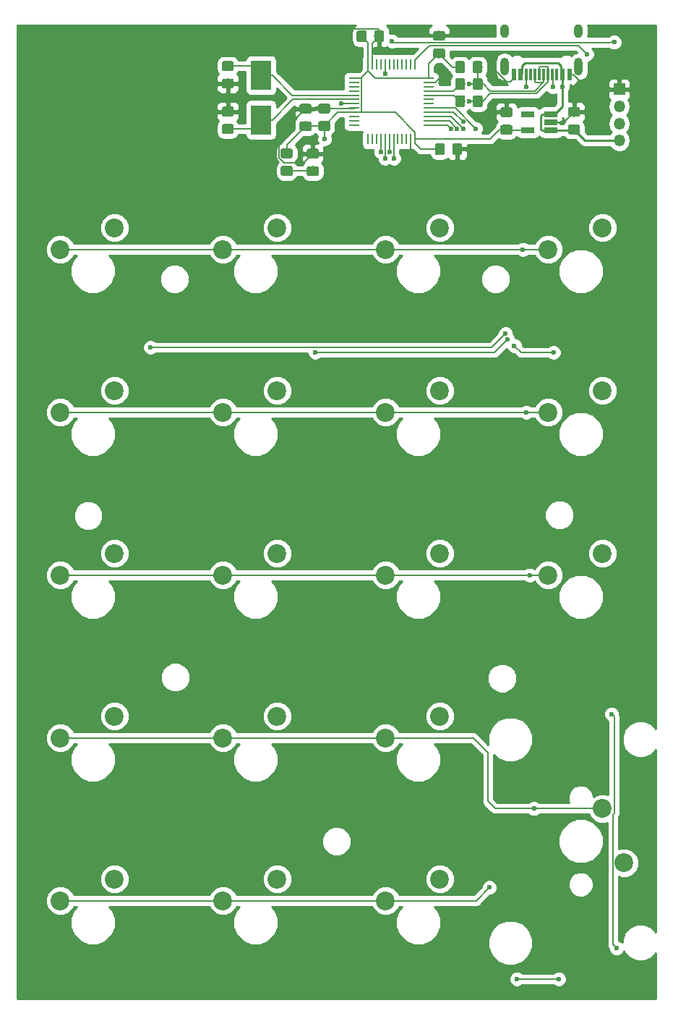
<source format=gbr>
G04 #@! TF.GenerationSoftware,KiCad,Pcbnew,5.0.1*
G04 #@! TF.CreationDate,2019-03-02T19:37:36+01:00*
G04 #@! TF.ProjectId,keypad,6B65797061642E6B696361645F706362,rev?*
G04 #@! TF.SameCoordinates,Original*
G04 #@! TF.FileFunction,Copper,L1,Top,Signal*
G04 #@! TF.FilePolarity,Positive*
%FSLAX46Y46*%
G04 Gerber Fmt 4.6, Leading zero omitted, Abs format (unit mm)*
G04 Created by KiCad (PCBNEW 5.0.1) date Sat 02 Mar 2019 07:37:36 PM CET*
%MOMM*%
%LPD*%
G01*
G04 APERTURE LIST*
G04 #@! TA.AperFunction,Conductor*
%ADD10C,0.100000*%
G04 #@! TD*
G04 #@! TA.AperFunction,SMDPad,CuDef*
%ADD11C,1.150000*%
G04 #@! TD*
G04 #@! TA.AperFunction,ComponentPad*
%ADD12C,2.200000*%
G04 #@! TD*
G04 #@! TA.AperFunction,SMDPad,CuDef*
%ADD13R,1.300000X0.250000*%
G04 #@! TD*
G04 #@! TA.AperFunction,SMDPad,CuDef*
%ADD14R,0.250000X1.300000*%
G04 #@! TD*
G04 #@! TA.AperFunction,SMDPad,CuDef*
%ADD15R,1.560000X0.650000*%
G04 #@! TD*
G04 #@! TA.AperFunction,SMDPad,CuDef*
%ADD16R,2.400000X3.500000*%
G04 #@! TD*
G04 #@! TA.AperFunction,ComponentPad*
%ADD17O,1.000000X1.600000*%
G04 #@! TD*
G04 #@! TA.AperFunction,ComponentPad*
%ADD18O,1.000000X2.100000*%
G04 #@! TD*
G04 #@! TA.AperFunction,SMDPad,CuDef*
%ADD19R,0.600000X1.450000*%
G04 #@! TD*
G04 #@! TA.AperFunction,SMDPad,CuDef*
%ADD20R,0.300000X1.450000*%
G04 #@! TD*
G04 #@! TA.AperFunction,ComponentPad*
%ADD21R,1.350000X1.350000*%
G04 #@! TD*
G04 #@! TA.AperFunction,ComponentPad*
%ADD22O,1.350000X1.350000*%
G04 #@! TD*
G04 #@! TA.AperFunction,ViaPad*
%ADD23C,0.600000*%
G04 #@! TD*
G04 #@! TA.AperFunction,Conductor*
%ADD24C,0.127000*%
G04 #@! TD*
G04 #@! TA.AperFunction,Conductor*
%ADD25C,0.250000*%
G04 #@! TD*
G04 #@! TA.AperFunction,Conductor*
%ADD26C,0.254000*%
G04 #@! TD*
G04 APERTURE END LIST*
D10*
G04 #@! TO.N,+3V3*
G04 #@! TO.C,C1*
G36*
X159124505Y-50201204D02*
X159148773Y-50204804D01*
X159172572Y-50210765D01*
X159195671Y-50219030D01*
X159217850Y-50229520D01*
X159238893Y-50242132D01*
X159258599Y-50256747D01*
X159276777Y-50273223D01*
X159293253Y-50291401D01*
X159307868Y-50311107D01*
X159320480Y-50332150D01*
X159330970Y-50354329D01*
X159339235Y-50377428D01*
X159345196Y-50401227D01*
X159348796Y-50425495D01*
X159350000Y-50449999D01*
X159350000Y-51350001D01*
X159348796Y-51374505D01*
X159345196Y-51398773D01*
X159339235Y-51422572D01*
X159330970Y-51445671D01*
X159320480Y-51467850D01*
X159307868Y-51488893D01*
X159293253Y-51508599D01*
X159276777Y-51526777D01*
X159258599Y-51543253D01*
X159238893Y-51557868D01*
X159217850Y-51570480D01*
X159195671Y-51580970D01*
X159172572Y-51589235D01*
X159148773Y-51595196D01*
X159124505Y-51598796D01*
X159100001Y-51600000D01*
X158449999Y-51600000D01*
X158425495Y-51598796D01*
X158401227Y-51595196D01*
X158377428Y-51589235D01*
X158354329Y-51580970D01*
X158332150Y-51570480D01*
X158311107Y-51557868D01*
X158291401Y-51543253D01*
X158273223Y-51526777D01*
X158256747Y-51508599D01*
X158242132Y-51488893D01*
X158229520Y-51467850D01*
X158219030Y-51445671D01*
X158210765Y-51422572D01*
X158204804Y-51398773D01*
X158201204Y-51374505D01*
X158200000Y-51350001D01*
X158200000Y-50449999D01*
X158201204Y-50425495D01*
X158204804Y-50401227D01*
X158210765Y-50377428D01*
X158219030Y-50354329D01*
X158229520Y-50332150D01*
X158242132Y-50311107D01*
X158256747Y-50291401D01*
X158273223Y-50273223D01*
X158291401Y-50256747D01*
X158311107Y-50242132D01*
X158332150Y-50229520D01*
X158354329Y-50219030D01*
X158377428Y-50210765D01*
X158401227Y-50204804D01*
X158425495Y-50201204D01*
X158449999Y-50200000D01*
X159100001Y-50200000D01*
X159124505Y-50201204D01*
X159124505Y-50201204D01*
G37*
D11*
G04 #@! TD*
G04 #@! TO.P,C1,2*
G04 #@! TO.N,+3V3*
X158775000Y-50900000D03*
D10*
G04 #@! TO.N,GND*
G04 #@! TO.C,C1*
G36*
X161174505Y-50201204D02*
X161198773Y-50204804D01*
X161222572Y-50210765D01*
X161245671Y-50219030D01*
X161267850Y-50229520D01*
X161288893Y-50242132D01*
X161308599Y-50256747D01*
X161326777Y-50273223D01*
X161343253Y-50291401D01*
X161357868Y-50311107D01*
X161370480Y-50332150D01*
X161380970Y-50354329D01*
X161389235Y-50377428D01*
X161395196Y-50401227D01*
X161398796Y-50425495D01*
X161400000Y-50449999D01*
X161400000Y-51350001D01*
X161398796Y-51374505D01*
X161395196Y-51398773D01*
X161389235Y-51422572D01*
X161380970Y-51445671D01*
X161370480Y-51467850D01*
X161357868Y-51488893D01*
X161343253Y-51508599D01*
X161326777Y-51526777D01*
X161308599Y-51543253D01*
X161288893Y-51557868D01*
X161267850Y-51570480D01*
X161245671Y-51580970D01*
X161222572Y-51589235D01*
X161198773Y-51595196D01*
X161174505Y-51598796D01*
X161150001Y-51600000D01*
X160499999Y-51600000D01*
X160475495Y-51598796D01*
X160451227Y-51595196D01*
X160427428Y-51589235D01*
X160404329Y-51580970D01*
X160382150Y-51570480D01*
X160361107Y-51557868D01*
X160341401Y-51543253D01*
X160323223Y-51526777D01*
X160306747Y-51508599D01*
X160292132Y-51488893D01*
X160279520Y-51467850D01*
X160269030Y-51445671D01*
X160260765Y-51422572D01*
X160254804Y-51398773D01*
X160251204Y-51374505D01*
X160250000Y-51350001D01*
X160250000Y-50449999D01*
X160251204Y-50425495D01*
X160254804Y-50401227D01*
X160260765Y-50377428D01*
X160269030Y-50354329D01*
X160279520Y-50332150D01*
X160292132Y-50311107D01*
X160306747Y-50291401D01*
X160323223Y-50273223D01*
X160341401Y-50256747D01*
X160361107Y-50242132D01*
X160382150Y-50229520D01*
X160404329Y-50219030D01*
X160427428Y-50210765D01*
X160451227Y-50204804D01*
X160475495Y-50201204D01*
X160499999Y-50200000D01*
X161150001Y-50200000D01*
X161174505Y-50201204D01*
X161174505Y-50201204D01*
G37*
D11*
G04 #@! TD*
G04 #@! TO.P,C1,1*
G04 #@! TO.N,GND*
X160825000Y-50900000D03*
D10*
G04 #@! TO.N,GND*
G04 #@! TO.C,C2*
G36*
X159174505Y-37076204D02*
X159198773Y-37079804D01*
X159222572Y-37085765D01*
X159245671Y-37094030D01*
X159267850Y-37104520D01*
X159288893Y-37117132D01*
X159308599Y-37131747D01*
X159326777Y-37148223D01*
X159343253Y-37166401D01*
X159357868Y-37186107D01*
X159370480Y-37207150D01*
X159380970Y-37229329D01*
X159389235Y-37252428D01*
X159395196Y-37276227D01*
X159398796Y-37300495D01*
X159400000Y-37324999D01*
X159400000Y-37975001D01*
X159398796Y-37999505D01*
X159395196Y-38023773D01*
X159389235Y-38047572D01*
X159380970Y-38070671D01*
X159370480Y-38092850D01*
X159357868Y-38113893D01*
X159343253Y-38133599D01*
X159326777Y-38151777D01*
X159308599Y-38168253D01*
X159288893Y-38182868D01*
X159267850Y-38195480D01*
X159245671Y-38205970D01*
X159222572Y-38214235D01*
X159198773Y-38220196D01*
X159174505Y-38223796D01*
X159150001Y-38225000D01*
X158249999Y-38225000D01*
X158225495Y-38223796D01*
X158201227Y-38220196D01*
X158177428Y-38214235D01*
X158154329Y-38205970D01*
X158132150Y-38195480D01*
X158111107Y-38182868D01*
X158091401Y-38168253D01*
X158073223Y-38151777D01*
X158056747Y-38133599D01*
X158042132Y-38113893D01*
X158029520Y-38092850D01*
X158019030Y-38070671D01*
X158010765Y-38047572D01*
X158004804Y-38023773D01*
X158001204Y-37999505D01*
X158000000Y-37975001D01*
X158000000Y-37324999D01*
X158001204Y-37300495D01*
X158004804Y-37276227D01*
X158010765Y-37252428D01*
X158019030Y-37229329D01*
X158029520Y-37207150D01*
X158042132Y-37186107D01*
X158056747Y-37166401D01*
X158073223Y-37148223D01*
X158091401Y-37131747D01*
X158111107Y-37117132D01*
X158132150Y-37104520D01*
X158154329Y-37094030D01*
X158177428Y-37085765D01*
X158201227Y-37079804D01*
X158225495Y-37076204D01*
X158249999Y-37075000D01*
X159150001Y-37075000D01*
X159174505Y-37076204D01*
X159174505Y-37076204D01*
G37*
D11*
G04 #@! TD*
G04 #@! TO.P,C2,1*
G04 #@! TO.N,GND*
X158700000Y-37650000D03*
D10*
G04 #@! TO.N,+3V3*
G04 #@! TO.C,C2*
G36*
X159174505Y-39126204D02*
X159198773Y-39129804D01*
X159222572Y-39135765D01*
X159245671Y-39144030D01*
X159267850Y-39154520D01*
X159288893Y-39167132D01*
X159308599Y-39181747D01*
X159326777Y-39198223D01*
X159343253Y-39216401D01*
X159357868Y-39236107D01*
X159370480Y-39257150D01*
X159380970Y-39279329D01*
X159389235Y-39302428D01*
X159395196Y-39326227D01*
X159398796Y-39350495D01*
X159400000Y-39374999D01*
X159400000Y-40025001D01*
X159398796Y-40049505D01*
X159395196Y-40073773D01*
X159389235Y-40097572D01*
X159380970Y-40120671D01*
X159370480Y-40142850D01*
X159357868Y-40163893D01*
X159343253Y-40183599D01*
X159326777Y-40201777D01*
X159308599Y-40218253D01*
X159288893Y-40232868D01*
X159267850Y-40245480D01*
X159245671Y-40255970D01*
X159222572Y-40264235D01*
X159198773Y-40270196D01*
X159174505Y-40273796D01*
X159150001Y-40275000D01*
X158249999Y-40275000D01*
X158225495Y-40273796D01*
X158201227Y-40270196D01*
X158177428Y-40264235D01*
X158154329Y-40255970D01*
X158132150Y-40245480D01*
X158111107Y-40232868D01*
X158091401Y-40218253D01*
X158073223Y-40201777D01*
X158056747Y-40183599D01*
X158042132Y-40163893D01*
X158029520Y-40142850D01*
X158019030Y-40120671D01*
X158010765Y-40097572D01*
X158004804Y-40073773D01*
X158001204Y-40049505D01*
X158000000Y-40025001D01*
X158000000Y-39374999D01*
X158001204Y-39350495D01*
X158004804Y-39326227D01*
X158010765Y-39302428D01*
X158019030Y-39279329D01*
X158029520Y-39257150D01*
X158042132Y-39236107D01*
X158056747Y-39216401D01*
X158073223Y-39198223D01*
X158091401Y-39181747D01*
X158111107Y-39167132D01*
X158132150Y-39154520D01*
X158154329Y-39144030D01*
X158177428Y-39135765D01*
X158201227Y-39129804D01*
X158225495Y-39126204D01*
X158249999Y-39125000D01*
X159150001Y-39125000D01*
X159174505Y-39126204D01*
X159174505Y-39126204D01*
G37*
D11*
G04 #@! TD*
G04 #@! TO.P,C2,2*
G04 #@! TO.N,+3V3*
X158700000Y-39700000D03*
D10*
G04 #@! TO.N,+3V3*
G04 #@! TO.C,C3*
G36*
X149974505Y-37001204D02*
X149998773Y-37004804D01*
X150022572Y-37010765D01*
X150045671Y-37019030D01*
X150067850Y-37029520D01*
X150088893Y-37042132D01*
X150108599Y-37056747D01*
X150126777Y-37073223D01*
X150143253Y-37091401D01*
X150157868Y-37111107D01*
X150170480Y-37132150D01*
X150180970Y-37154329D01*
X150189235Y-37177428D01*
X150195196Y-37201227D01*
X150198796Y-37225495D01*
X150200000Y-37249999D01*
X150200000Y-38150001D01*
X150198796Y-38174505D01*
X150195196Y-38198773D01*
X150189235Y-38222572D01*
X150180970Y-38245671D01*
X150170480Y-38267850D01*
X150157868Y-38288893D01*
X150143253Y-38308599D01*
X150126777Y-38326777D01*
X150108599Y-38343253D01*
X150088893Y-38357868D01*
X150067850Y-38370480D01*
X150045671Y-38380970D01*
X150022572Y-38389235D01*
X149998773Y-38395196D01*
X149974505Y-38398796D01*
X149950001Y-38400000D01*
X149299999Y-38400000D01*
X149275495Y-38398796D01*
X149251227Y-38395196D01*
X149227428Y-38389235D01*
X149204329Y-38380970D01*
X149182150Y-38370480D01*
X149161107Y-38357868D01*
X149141401Y-38343253D01*
X149123223Y-38326777D01*
X149106747Y-38308599D01*
X149092132Y-38288893D01*
X149079520Y-38267850D01*
X149069030Y-38245671D01*
X149060765Y-38222572D01*
X149054804Y-38198773D01*
X149051204Y-38174505D01*
X149050000Y-38150001D01*
X149050000Y-37249999D01*
X149051204Y-37225495D01*
X149054804Y-37201227D01*
X149060765Y-37177428D01*
X149069030Y-37154329D01*
X149079520Y-37132150D01*
X149092132Y-37111107D01*
X149106747Y-37091401D01*
X149123223Y-37073223D01*
X149141401Y-37056747D01*
X149161107Y-37042132D01*
X149182150Y-37029520D01*
X149204329Y-37019030D01*
X149227428Y-37010765D01*
X149251227Y-37004804D01*
X149275495Y-37001204D01*
X149299999Y-37000000D01*
X149950001Y-37000000D01*
X149974505Y-37001204D01*
X149974505Y-37001204D01*
G37*
D11*
G04 #@! TD*
G04 #@! TO.P,C3,2*
G04 #@! TO.N,+3V3*
X149625000Y-37700000D03*
D10*
G04 #@! TO.N,GND*
G04 #@! TO.C,C3*
G36*
X152024505Y-37001204D02*
X152048773Y-37004804D01*
X152072572Y-37010765D01*
X152095671Y-37019030D01*
X152117850Y-37029520D01*
X152138893Y-37042132D01*
X152158599Y-37056747D01*
X152176777Y-37073223D01*
X152193253Y-37091401D01*
X152207868Y-37111107D01*
X152220480Y-37132150D01*
X152230970Y-37154329D01*
X152239235Y-37177428D01*
X152245196Y-37201227D01*
X152248796Y-37225495D01*
X152250000Y-37249999D01*
X152250000Y-38150001D01*
X152248796Y-38174505D01*
X152245196Y-38198773D01*
X152239235Y-38222572D01*
X152230970Y-38245671D01*
X152220480Y-38267850D01*
X152207868Y-38288893D01*
X152193253Y-38308599D01*
X152176777Y-38326777D01*
X152158599Y-38343253D01*
X152138893Y-38357868D01*
X152117850Y-38370480D01*
X152095671Y-38380970D01*
X152072572Y-38389235D01*
X152048773Y-38395196D01*
X152024505Y-38398796D01*
X152000001Y-38400000D01*
X151349999Y-38400000D01*
X151325495Y-38398796D01*
X151301227Y-38395196D01*
X151277428Y-38389235D01*
X151254329Y-38380970D01*
X151232150Y-38370480D01*
X151211107Y-38357868D01*
X151191401Y-38343253D01*
X151173223Y-38326777D01*
X151156747Y-38308599D01*
X151142132Y-38288893D01*
X151129520Y-38267850D01*
X151119030Y-38245671D01*
X151110765Y-38222572D01*
X151104804Y-38198773D01*
X151101204Y-38174505D01*
X151100000Y-38150001D01*
X151100000Y-37249999D01*
X151101204Y-37225495D01*
X151104804Y-37201227D01*
X151110765Y-37177428D01*
X151119030Y-37154329D01*
X151129520Y-37132150D01*
X151142132Y-37111107D01*
X151156747Y-37091401D01*
X151173223Y-37073223D01*
X151191401Y-37056747D01*
X151211107Y-37042132D01*
X151232150Y-37029520D01*
X151254329Y-37019030D01*
X151277428Y-37010765D01*
X151301227Y-37004804D01*
X151325495Y-37001204D01*
X151349999Y-37000000D01*
X152000001Y-37000000D01*
X152024505Y-37001204D01*
X152024505Y-37001204D01*
G37*
D11*
G04 #@! TD*
G04 #@! TO.P,C3,1*
G04 #@! TO.N,GND*
X151675000Y-37700000D03*
D10*
G04 #@! TO.N,GND*
G04 #@! TO.C,C4*
G36*
X145724505Y-45576204D02*
X145748773Y-45579804D01*
X145772572Y-45585765D01*
X145795671Y-45594030D01*
X145817850Y-45604520D01*
X145838893Y-45617132D01*
X145858599Y-45631747D01*
X145876777Y-45648223D01*
X145893253Y-45666401D01*
X145907868Y-45686107D01*
X145920480Y-45707150D01*
X145930970Y-45729329D01*
X145939235Y-45752428D01*
X145945196Y-45776227D01*
X145948796Y-45800495D01*
X145950000Y-45824999D01*
X145950000Y-46475001D01*
X145948796Y-46499505D01*
X145945196Y-46523773D01*
X145939235Y-46547572D01*
X145930970Y-46570671D01*
X145920480Y-46592850D01*
X145907868Y-46613893D01*
X145893253Y-46633599D01*
X145876777Y-46651777D01*
X145858599Y-46668253D01*
X145838893Y-46682868D01*
X145817850Y-46695480D01*
X145795671Y-46705970D01*
X145772572Y-46714235D01*
X145748773Y-46720196D01*
X145724505Y-46723796D01*
X145700001Y-46725000D01*
X144799999Y-46725000D01*
X144775495Y-46723796D01*
X144751227Y-46720196D01*
X144727428Y-46714235D01*
X144704329Y-46705970D01*
X144682150Y-46695480D01*
X144661107Y-46682868D01*
X144641401Y-46668253D01*
X144623223Y-46651777D01*
X144606747Y-46633599D01*
X144592132Y-46613893D01*
X144579520Y-46592850D01*
X144569030Y-46570671D01*
X144560765Y-46547572D01*
X144554804Y-46523773D01*
X144551204Y-46499505D01*
X144550000Y-46475001D01*
X144550000Y-45824999D01*
X144551204Y-45800495D01*
X144554804Y-45776227D01*
X144560765Y-45752428D01*
X144569030Y-45729329D01*
X144579520Y-45707150D01*
X144592132Y-45686107D01*
X144606747Y-45666401D01*
X144623223Y-45648223D01*
X144641401Y-45631747D01*
X144661107Y-45617132D01*
X144682150Y-45604520D01*
X144704329Y-45594030D01*
X144727428Y-45585765D01*
X144751227Y-45579804D01*
X144775495Y-45576204D01*
X144799999Y-45575000D01*
X145700001Y-45575000D01*
X145724505Y-45576204D01*
X145724505Y-45576204D01*
G37*
D11*
G04 #@! TD*
G04 #@! TO.P,C4,1*
G04 #@! TO.N,GND*
X145250000Y-46150000D03*
D10*
G04 #@! TO.N,+3V3*
G04 #@! TO.C,C4*
G36*
X145724505Y-47626204D02*
X145748773Y-47629804D01*
X145772572Y-47635765D01*
X145795671Y-47644030D01*
X145817850Y-47654520D01*
X145838893Y-47667132D01*
X145858599Y-47681747D01*
X145876777Y-47698223D01*
X145893253Y-47716401D01*
X145907868Y-47736107D01*
X145920480Y-47757150D01*
X145930970Y-47779329D01*
X145939235Y-47802428D01*
X145945196Y-47826227D01*
X145948796Y-47850495D01*
X145950000Y-47874999D01*
X145950000Y-48525001D01*
X145948796Y-48549505D01*
X145945196Y-48573773D01*
X145939235Y-48597572D01*
X145930970Y-48620671D01*
X145920480Y-48642850D01*
X145907868Y-48663893D01*
X145893253Y-48683599D01*
X145876777Y-48701777D01*
X145858599Y-48718253D01*
X145838893Y-48732868D01*
X145817850Y-48745480D01*
X145795671Y-48755970D01*
X145772572Y-48764235D01*
X145748773Y-48770196D01*
X145724505Y-48773796D01*
X145700001Y-48775000D01*
X144799999Y-48775000D01*
X144775495Y-48773796D01*
X144751227Y-48770196D01*
X144727428Y-48764235D01*
X144704329Y-48755970D01*
X144682150Y-48745480D01*
X144661107Y-48732868D01*
X144641401Y-48718253D01*
X144623223Y-48701777D01*
X144606747Y-48683599D01*
X144592132Y-48663893D01*
X144579520Y-48642850D01*
X144569030Y-48620671D01*
X144560765Y-48597572D01*
X144554804Y-48573773D01*
X144551204Y-48549505D01*
X144550000Y-48525001D01*
X144550000Y-47874999D01*
X144551204Y-47850495D01*
X144554804Y-47826227D01*
X144560765Y-47802428D01*
X144569030Y-47779329D01*
X144579520Y-47757150D01*
X144592132Y-47736107D01*
X144606747Y-47716401D01*
X144623223Y-47698223D01*
X144641401Y-47681747D01*
X144661107Y-47667132D01*
X144682150Y-47654520D01*
X144704329Y-47644030D01*
X144727428Y-47635765D01*
X144751227Y-47629804D01*
X144775495Y-47626204D01*
X144799999Y-47625000D01*
X145700001Y-47625000D01*
X145724505Y-47626204D01*
X145724505Y-47626204D01*
G37*
D11*
G04 #@! TD*
G04 #@! TO.P,C4,2*
G04 #@! TO.N,+3V3*
X145250000Y-48200000D03*
D10*
G04 #@! TO.N,+3V3*
G04 #@! TO.C,C5*
G36*
X143524505Y-47651204D02*
X143548773Y-47654804D01*
X143572572Y-47660765D01*
X143595671Y-47669030D01*
X143617850Y-47679520D01*
X143638893Y-47692132D01*
X143658599Y-47706747D01*
X143676777Y-47723223D01*
X143693253Y-47741401D01*
X143707868Y-47761107D01*
X143720480Y-47782150D01*
X143730970Y-47804329D01*
X143739235Y-47827428D01*
X143745196Y-47851227D01*
X143748796Y-47875495D01*
X143750000Y-47899999D01*
X143750000Y-48550001D01*
X143748796Y-48574505D01*
X143745196Y-48598773D01*
X143739235Y-48622572D01*
X143730970Y-48645671D01*
X143720480Y-48667850D01*
X143707868Y-48688893D01*
X143693253Y-48708599D01*
X143676777Y-48726777D01*
X143658599Y-48743253D01*
X143638893Y-48757868D01*
X143617850Y-48770480D01*
X143595671Y-48780970D01*
X143572572Y-48789235D01*
X143548773Y-48795196D01*
X143524505Y-48798796D01*
X143500001Y-48800000D01*
X142599999Y-48800000D01*
X142575495Y-48798796D01*
X142551227Y-48795196D01*
X142527428Y-48789235D01*
X142504329Y-48780970D01*
X142482150Y-48770480D01*
X142461107Y-48757868D01*
X142441401Y-48743253D01*
X142423223Y-48726777D01*
X142406747Y-48708599D01*
X142392132Y-48688893D01*
X142379520Y-48667850D01*
X142369030Y-48645671D01*
X142360765Y-48622572D01*
X142354804Y-48598773D01*
X142351204Y-48574505D01*
X142350000Y-48550001D01*
X142350000Y-47899999D01*
X142351204Y-47875495D01*
X142354804Y-47851227D01*
X142360765Y-47827428D01*
X142369030Y-47804329D01*
X142379520Y-47782150D01*
X142392132Y-47761107D01*
X142406747Y-47741401D01*
X142423223Y-47723223D01*
X142441401Y-47706747D01*
X142461107Y-47692132D01*
X142482150Y-47679520D01*
X142504329Y-47669030D01*
X142527428Y-47660765D01*
X142551227Y-47654804D01*
X142575495Y-47651204D01*
X142599999Y-47650000D01*
X143500001Y-47650000D01*
X143524505Y-47651204D01*
X143524505Y-47651204D01*
G37*
D11*
G04 #@! TD*
G04 #@! TO.P,C5,2*
G04 #@! TO.N,+3V3*
X143050000Y-48225000D03*
D10*
G04 #@! TO.N,GND*
G04 #@! TO.C,C5*
G36*
X143524505Y-45601204D02*
X143548773Y-45604804D01*
X143572572Y-45610765D01*
X143595671Y-45619030D01*
X143617850Y-45629520D01*
X143638893Y-45642132D01*
X143658599Y-45656747D01*
X143676777Y-45673223D01*
X143693253Y-45691401D01*
X143707868Y-45711107D01*
X143720480Y-45732150D01*
X143730970Y-45754329D01*
X143739235Y-45777428D01*
X143745196Y-45801227D01*
X143748796Y-45825495D01*
X143750000Y-45849999D01*
X143750000Y-46500001D01*
X143748796Y-46524505D01*
X143745196Y-46548773D01*
X143739235Y-46572572D01*
X143730970Y-46595671D01*
X143720480Y-46617850D01*
X143707868Y-46638893D01*
X143693253Y-46658599D01*
X143676777Y-46676777D01*
X143658599Y-46693253D01*
X143638893Y-46707868D01*
X143617850Y-46720480D01*
X143595671Y-46730970D01*
X143572572Y-46739235D01*
X143548773Y-46745196D01*
X143524505Y-46748796D01*
X143500001Y-46750000D01*
X142599999Y-46750000D01*
X142575495Y-46748796D01*
X142551227Y-46745196D01*
X142527428Y-46739235D01*
X142504329Y-46730970D01*
X142482150Y-46720480D01*
X142461107Y-46707868D01*
X142441401Y-46693253D01*
X142423223Y-46676777D01*
X142406747Y-46658599D01*
X142392132Y-46638893D01*
X142379520Y-46617850D01*
X142369030Y-46595671D01*
X142360765Y-46572572D01*
X142354804Y-46548773D01*
X142351204Y-46524505D01*
X142350000Y-46500001D01*
X142350000Y-45849999D01*
X142351204Y-45825495D01*
X142354804Y-45801227D01*
X142360765Y-45777428D01*
X142369030Y-45754329D01*
X142379520Y-45732150D01*
X142392132Y-45711107D01*
X142406747Y-45691401D01*
X142423223Y-45673223D01*
X142441401Y-45656747D01*
X142461107Y-45642132D01*
X142482150Y-45629520D01*
X142504329Y-45619030D01*
X142527428Y-45610765D01*
X142551227Y-45604804D01*
X142575495Y-45601204D01*
X142599999Y-45600000D01*
X143500001Y-45600000D01*
X143524505Y-45601204D01*
X143524505Y-45601204D01*
G37*
D11*
G04 #@! TD*
G04 #@! TO.P,C5,1*
G04 #@! TO.N,GND*
X143050000Y-46175000D03*
D10*
G04 #@! TO.N,GND*
G04 #@! TO.C,C6*
G36*
X134424505Y-42651204D02*
X134448773Y-42654804D01*
X134472572Y-42660765D01*
X134495671Y-42669030D01*
X134517850Y-42679520D01*
X134538893Y-42692132D01*
X134558599Y-42706747D01*
X134576777Y-42723223D01*
X134593253Y-42741401D01*
X134607868Y-42761107D01*
X134620480Y-42782150D01*
X134630970Y-42804329D01*
X134639235Y-42827428D01*
X134645196Y-42851227D01*
X134648796Y-42875495D01*
X134650000Y-42899999D01*
X134650000Y-43550001D01*
X134648796Y-43574505D01*
X134645196Y-43598773D01*
X134639235Y-43622572D01*
X134630970Y-43645671D01*
X134620480Y-43667850D01*
X134607868Y-43688893D01*
X134593253Y-43708599D01*
X134576777Y-43726777D01*
X134558599Y-43743253D01*
X134538893Y-43757868D01*
X134517850Y-43770480D01*
X134495671Y-43780970D01*
X134472572Y-43789235D01*
X134448773Y-43795196D01*
X134424505Y-43798796D01*
X134400001Y-43800000D01*
X133499999Y-43800000D01*
X133475495Y-43798796D01*
X133451227Y-43795196D01*
X133427428Y-43789235D01*
X133404329Y-43780970D01*
X133382150Y-43770480D01*
X133361107Y-43757868D01*
X133341401Y-43743253D01*
X133323223Y-43726777D01*
X133306747Y-43708599D01*
X133292132Y-43688893D01*
X133279520Y-43667850D01*
X133269030Y-43645671D01*
X133260765Y-43622572D01*
X133254804Y-43598773D01*
X133251204Y-43574505D01*
X133250000Y-43550001D01*
X133250000Y-42899999D01*
X133251204Y-42875495D01*
X133254804Y-42851227D01*
X133260765Y-42827428D01*
X133269030Y-42804329D01*
X133279520Y-42782150D01*
X133292132Y-42761107D01*
X133306747Y-42741401D01*
X133323223Y-42723223D01*
X133341401Y-42706747D01*
X133361107Y-42692132D01*
X133382150Y-42679520D01*
X133404329Y-42669030D01*
X133427428Y-42660765D01*
X133451227Y-42654804D01*
X133475495Y-42651204D01*
X133499999Y-42650000D01*
X134400001Y-42650000D01*
X134424505Y-42651204D01*
X134424505Y-42651204D01*
G37*
D11*
G04 #@! TD*
G04 #@! TO.P,C6,1*
G04 #@! TO.N,GND*
X133950000Y-43225000D03*
D10*
G04 #@! TO.N,OSC_IN*
G04 #@! TO.C,C6*
G36*
X134424505Y-40601204D02*
X134448773Y-40604804D01*
X134472572Y-40610765D01*
X134495671Y-40619030D01*
X134517850Y-40629520D01*
X134538893Y-40642132D01*
X134558599Y-40656747D01*
X134576777Y-40673223D01*
X134593253Y-40691401D01*
X134607868Y-40711107D01*
X134620480Y-40732150D01*
X134630970Y-40754329D01*
X134639235Y-40777428D01*
X134645196Y-40801227D01*
X134648796Y-40825495D01*
X134650000Y-40849999D01*
X134650000Y-41500001D01*
X134648796Y-41524505D01*
X134645196Y-41548773D01*
X134639235Y-41572572D01*
X134630970Y-41595671D01*
X134620480Y-41617850D01*
X134607868Y-41638893D01*
X134593253Y-41658599D01*
X134576777Y-41676777D01*
X134558599Y-41693253D01*
X134538893Y-41707868D01*
X134517850Y-41720480D01*
X134495671Y-41730970D01*
X134472572Y-41739235D01*
X134448773Y-41745196D01*
X134424505Y-41748796D01*
X134400001Y-41750000D01*
X133499999Y-41750000D01*
X133475495Y-41748796D01*
X133451227Y-41745196D01*
X133427428Y-41739235D01*
X133404329Y-41730970D01*
X133382150Y-41720480D01*
X133361107Y-41707868D01*
X133341401Y-41693253D01*
X133323223Y-41676777D01*
X133306747Y-41658599D01*
X133292132Y-41638893D01*
X133279520Y-41617850D01*
X133269030Y-41595671D01*
X133260765Y-41572572D01*
X133254804Y-41548773D01*
X133251204Y-41524505D01*
X133250000Y-41500001D01*
X133250000Y-40849999D01*
X133251204Y-40825495D01*
X133254804Y-40801227D01*
X133260765Y-40777428D01*
X133269030Y-40754329D01*
X133279520Y-40732150D01*
X133292132Y-40711107D01*
X133306747Y-40691401D01*
X133323223Y-40673223D01*
X133341401Y-40656747D01*
X133361107Y-40642132D01*
X133382150Y-40629520D01*
X133404329Y-40619030D01*
X133427428Y-40610765D01*
X133451227Y-40604804D01*
X133475495Y-40601204D01*
X133499999Y-40600000D01*
X134400001Y-40600000D01*
X134424505Y-40601204D01*
X134424505Y-40601204D01*
G37*
D11*
G04 #@! TD*
G04 #@! TO.P,C6,2*
G04 #@! TO.N,OSC_IN*
X133950000Y-41175000D03*
D10*
G04 #@! TO.N,GND*
G04 #@! TO.C,C7*
G36*
X134424505Y-45926204D02*
X134448773Y-45929804D01*
X134472572Y-45935765D01*
X134495671Y-45944030D01*
X134517850Y-45954520D01*
X134538893Y-45967132D01*
X134558599Y-45981747D01*
X134576777Y-45998223D01*
X134593253Y-46016401D01*
X134607868Y-46036107D01*
X134620480Y-46057150D01*
X134630970Y-46079329D01*
X134639235Y-46102428D01*
X134645196Y-46126227D01*
X134648796Y-46150495D01*
X134650000Y-46174999D01*
X134650000Y-46825001D01*
X134648796Y-46849505D01*
X134645196Y-46873773D01*
X134639235Y-46897572D01*
X134630970Y-46920671D01*
X134620480Y-46942850D01*
X134607868Y-46963893D01*
X134593253Y-46983599D01*
X134576777Y-47001777D01*
X134558599Y-47018253D01*
X134538893Y-47032868D01*
X134517850Y-47045480D01*
X134495671Y-47055970D01*
X134472572Y-47064235D01*
X134448773Y-47070196D01*
X134424505Y-47073796D01*
X134400001Y-47075000D01*
X133499999Y-47075000D01*
X133475495Y-47073796D01*
X133451227Y-47070196D01*
X133427428Y-47064235D01*
X133404329Y-47055970D01*
X133382150Y-47045480D01*
X133361107Y-47032868D01*
X133341401Y-47018253D01*
X133323223Y-47001777D01*
X133306747Y-46983599D01*
X133292132Y-46963893D01*
X133279520Y-46942850D01*
X133269030Y-46920671D01*
X133260765Y-46897572D01*
X133254804Y-46873773D01*
X133251204Y-46849505D01*
X133250000Y-46825001D01*
X133250000Y-46174999D01*
X133251204Y-46150495D01*
X133254804Y-46126227D01*
X133260765Y-46102428D01*
X133269030Y-46079329D01*
X133279520Y-46057150D01*
X133292132Y-46036107D01*
X133306747Y-46016401D01*
X133323223Y-45998223D01*
X133341401Y-45981747D01*
X133361107Y-45967132D01*
X133382150Y-45954520D01*
X133404329Y-45944030D01*
X133427428Y-45935765D01*
X133451227Y-45929804D01*
X133475495Y-45926204D01*
X133499999Y-45925000D01*
X134400001Y-45925000D01*
X134424505Y-45926204D01*
X134424505Y-45926204D01*
G37*
D11*
G04 #@! TD*
G04 #@! TO.P,C7,1*
G04 #@! TO.N,GND*
X133950000Y-46500000D03*
D10*
G04 #@! TO.N,OSC_OUT*
G04 #@! TO.C,C7*
G36*
X134424505Y-47976204D02*
X134448773Y-47979804D01*
X134472572Y-47985765D01*
X134495671Y-47994030D01*
X134517850Y-48004520D01*
X134538893Y-48017132D01*
X134558599Y-48031747D01*
X134576777Y-48048223D01*
X134593253Y-48066401D01*
X134607868Y-48086107D01*
X134620480Y-48107150D01*
X134630970Y-48129329D01*
X134639235Y-48152428D01*
X134645196Y-48176227D01*
X134648796Y-48200495D01*
X134650000Y-48224999D01*
X134650000Y-48875001D01*
X134648796Y-48899505D01*
X134645196Y-48923773D01*
X134639235Y-48947572D01*
X134630970Y-48970671D01*
X134620480Y-48992850D01*
X134607868Y-49013893D01*
X134593253Y-49033599D01*
X134576777Y-49051777D01*
X134558599Y-49068253D01*
X134538893Y-49082868D01*
X134517850Y-49095480D01*
X134495671Y-49105970D01*
X134472572Y-49114235D01*
X134448773Y-49120196D01*
X134424505Y-49123796D01*
X134400001Y-49125000D01*
X133499999Y-49125000D01*
X133475495Y-49123796D01*
X133451227Y-49120196D01*
X133427428Y-49114235D01*
X133404329Y-49105970D01*
X133382150Y-49095480D01*
X133361107Y-49082868D01*
X133341401Y-49068253D01*
X133323223Y-49051777D01*
X133306747Y-49033599D01*
X133292132Y-49013893D01*
X133279520Y-48992850D01*
X133269030Y-48970671D01*
X133260765Y-48947572D01*
X133254804Y-48923773D01*
X133251204Y-48899505D01*
X133250000Y-48875001D01*
X133250000Y-48224999D01*
X133251204Y-48200495D01*
X133254804Y-48176227D01*
X133260765Y-48152428D01*
X133269030Y-48129329D01*
X133279520Y-48107150D01*
X133292132Y-48086107D01*
X133306747Y-48066401D01*
X133323223Y-48048223D01*
X133341401Y-48031747D01*
X133361107Y-48017132D01*
X133382150Y-48004520D01*
X133404329Y-47994030D01*
X133427428Y-47985765D01*
X133451227Y-47979804D01*
X133475495Y-47976204D01*
X133499999Y-47975000D01*
X134400001Y-47975000D01*
X134424505Y-47976204D01*
X134424505Y-47976204D01*
G37*
D11*
G04 #@! TD*
G04 #@! TO.P,C7,2*
G04 #@! TO.N,OSC_OUT*
X133950000Y-48550000D03*
D10*
G04 #@! TO.N,+3V3*
G04 #@! TO.C,R1*
G36*
X161499505Y-40601204D02*
X161523773Y-40604804D01*
X161547572Y-40610765D01*
X161570671Y-40619030D01*
X161592850Y-40629520D01*
X161613893Y-40642132D01*
X161633599Y-40656747D01*
X161651777Y-40673223D01*
X161668253Y-40691401D01*
X161682868Y-40711107D01*
X161695480Y-40732150D01*
X161705970Y-40754329D01*
X161714235Y-40777428D01*
X161720196Y-40801227D01*
X161723796Y-40825495D01*
X161725000Y-40849999D01*
X161725000Y-41750001D01*
X161723796Y-41774505D01*
X161720196Y-41798773D01*
X161714235Y-41822572D01*
X161705970Y-41845671D01*
X161695480Y-41867850D01*
X161682868Y-41888893D01*
X161668253Y-41908599D01*
X161651777Y-41926777D01*
X161633599Y-41943253D01*
X161613893Y-41957868D01*
X161592850Y-41970480D01*
X161570671Y-41980970D01*
X161547572Y-41989235D01*
X161523773Y-41995196D01*
X161499505Y-41998796D01*
X161475001Y-42000000D01*
X160824999Y-42000000D01*
X160800495Y-41998796D01*
X160776227Y-41995196D01*
X160752428Y-41989235D01*
X160729329Y-41980970D01*
X160707150Y-41970480D01*
X160686107Y-41957868D01*
X160666401Y-41943253D01*
X160648223Y-41926777D01*
X160631747Y-41908599D01*
X160617132Y-41888893D01*
X160604520Y-41867850D01*
X160594030Y-41845671D01*
X160585765Y-41822572D01*
X160579804Y-41798773D01*
X160576204Y-41774505D01*
X160575000Y-41750001D01*
X160575000Y-40849999D01*
X160576204Y-40825495D01*
X160579804Y-40801227D01*
X160585765Y-40777428D01*
X160594030Y-40754329D01*
X160604520Y-40732150D01*
X160617132Y-40711107D01*
X160631747Y-40691401D01*
X160648223Y-40673223D01*
X160666401Y-40656747D01*
X160686107Y-40642132D01*
X160707150Y-40629520D01*
X160729329Y-40619030D01*
X160752428Y-40610765D01*
X160776227Y-40604804D01*
X160800495Y-40601204D01*
X160824999Y-40600000D01*
X161475001Y-40600000D01*
X161499505Y-40601204D01*
X161499505Y-40601204D01*
G37*
D11*
G04 #@! TD*
G04 #@! TO.P,R1,1*
G04 #@! TO.N,+3V3*
X161150000Y-41300000D03*
D10*
G04 #@! TO.N,USB_P*
G04 #@! TO.C,R1*
G36*
X163549505Y-40601204D02*
X163573773Y-40604804D01*
X163597572Y-40610765D01*
X163620671Y-40619030D01*
X163642850Y-40629520D01*
X163663893Y-40642132D01*
X163683599Y-40656747D01*
X163701777Y-40673223D01*
X163718253Y-40691401D01*
X163732868Y-40711107D01*
X163745480Y-40732150D01*
X163755970Y-40754329D01*
X163764235Y-40777428D01*
X163770196Y-40801227D01*
X163773796Y-40825495D01*
X163775000Y-40849999D01*
X163775000Y-41750001D01*
X163773796Y-41774505D01*
X163770196Y-41798773D01*
X163764235Y-41822572D01*
X163755970Y-41845671D01*
X163745480Y-41867850D01*
X163732868Y-41888893D01*
X163718253Y-41908599D01*
X163701777Y-41926777D01*
X163683599Y-41943253D01*
X163663893Y-41957868D01*
X163642850Y-41970480D01*
X163620671Y-41980970D01*
X163597572Y-41989235D01*
X163573773Y-41995196D01*
X163549505Y-41998796D01*
X163525001Y-42000000D01*
X162874999Y-42000000D01*
X162850495Y-41998796D01*
X162826227Y-41995196D01*
X162802428Y-41989235D01*
X162779329Y-41980970D01*
X162757150Y-41970480D01*
X162736107Y-41957868D01*
X162716401Y-41943253D01*
X162698223Y-41926777D01*
X162681747Y-41908599D01*
X162667132Y-41888893D01*
X162654520Y-41867850D01*
X162644030Y-41845671D01*
X162635765Y-41822572D01*
X162629804Y-41798773D01*
X162626204Y-41774505D01*
X162625000Y-41750001D01*
X162625000Y-40849999D01*
X162626204Y-40825495D01*
X162629804Y-40801227D01*
X162635765Y-40777428D01*
X162644030Y-40754329D01*
X162654520Y-40732150D01*
X162667132Y-40711107D01*
X162681747Y-40691401D01*
X162698223Y-40673223D01*
X162716401Y-40656747D01*
X162736107Y-40642132D01*
X162757150Y-40629520D01*
X162779329Y-40619030D01*
X162802428Y-40610765D01*
X162826227Y-40604804D01*
X162850495Y-40601204D01*
X162874999Y-40600000D01*
X163525001Y-40600000D01*
X163549505Y-40601204D01*
X163549505Y-40601204D01*
G37*
D11*
G04 #@! TD*
G04 #@! TO.P,R1,2*
G04 #@! TO.N,USB_P*
X163200000Y-41300000D03*
D12*
G04 #@! TO.P,K1_1,1*
G04 #@! TO.N,Net-(D2-Pad2)*
X120681750Y-60102750D03*
G04 #@! TO.P,K1_1,2*
G04 #@! TO.N,Row1*
X114331750Y-62642750D03*
G04 #@! TD*
G04 #@! TO.P,K1_2,1*
G04 #@! TO.N,Net-(D5-Pad2)*
X139731750Y-60102750D03*
G04 #@! TO.P,K1_2,2*
G04 #@! TO.N,Row1*
X133381750Y-62642750D03*
G04 #@! TD*
G04 #@! TO.P,K1_3,2*
G04 #@! TO.N,Row1*
X152431750Y-62642750D03*
G04 #@! TO.P,K1_3,1*
G04 #@! TO.N,Net-(D8-Pad2)*
X158781750Y-60102750D03*
G04 #@! TD*
G04 #@! TO.P,K1_4,2*
G04 #@! TO.N,Row1*
X171481750Y-62642750D03*
G04 #@! TO.P,K1_4,1*
G04 #@! TO.N,Net-(D11-Pad2)*
X177831750Y-60102750D03*
G04 #@! TD*
G04 #@! TO.P,K2_1,2*
G04 #@! TO.N,Row2*
X114331750Y-81692750D03*
G04 #@! TO.P,K2_1,1*
G04 #@! TO.N,Net-(D2-Pad1)*
X120681750Y-79152750D03*
G04 #@! TD*
G04 #@! TO.P,K2_2,2*
G04 #@! TO.N,Row2*
X133381750Y-81692750D03*
G04 #@! TO.P,K2_2,1*
G04 #@! TO.N,Net-(D5-Pad1)*
X139731750Y-79152750D03*
G04 #@! TD*
G04 #@! TO.P,K2_3,1*
G04 #@! TO.N,Net-(D8-Pad1)*
X158781750Y-79152750D03*
G04 #@! TO.P,K2_3,2*
G04 #@! TO.N,Row2*
X152431750Y-81692750D03*
G04 #@! TD*
G04 #@! TO.P,K2_4,1*
G04 #@! TO.N,Net-(D11-Pad1)*
X177831750Y-79152750D03*
G04 #@! TO.P,K2_4,2*
G04 #@! TO.N,Row2*
X171481750Y-81692750D03*
G04 #@! TD*
G04 #@! TO.P,K3_1,2*
G04 #@! TO.N,Row3*
X114331750Y-100742750D03*
G04 #@! TO.P,K3_1,1*
G04 #@! TO.N,Net-(D3-Pad2)*
X120681750Y-98202750D03*
G04 #@! TD*
G04 #@! TO.P,K3_2,2*
G04 #@! TO.N,Row3*
X133381750Y-100742750D03*
G04 #@! TO.P,K3_2,1*
G04 #@! TO.N,Net-(D6-Pad2)*
X139731750Y-98202750D03*
G04 #@! TD*
G04 #@! TO.P,K3_3,2*
G04 #@! TO.N,Row3*
X152431750Y-100742750D03*
G04 #@! TO.P,K3_3,1*
G04 #@! TO.N,Net-(D9-Pad2)*
X158781750Y-98202750D03*
G04 #@! TD*
G04 #@! TO.P,K3_4,2*
G04 #@! TO.N,Row3*
X171481750Y-100742750D03*
G04 #@! TO.P,K3_4,1*
G04 #@! TO.N,Net-(D12-Pad2)*
X177831750Y-98202750D03*
G04 #@! TD*
G04 #@! TO.P,K4_1,1*
G04 #@! TO.N,Net-(D3-Pad1)*
X120681750Y-117252750D03*
G04 #@! TO.P,K4_1,2*
G04 #@! TO.N,Row4*
X114331750Y-119792750D03*
G04 #@! TD*
G04 #@! TO.P,K4_2,1*
G04 #@! TO.N,Net-(D6-Pad1)*
X139731750Y-117252750D03*
G04 #@! TO.P,K4_2,2*
G04 #@! TO.N,Row4*
X133381750Y-119792750D03*
G04 #@! TD*
G04 #@! TO.P,K4_3,1*
G04 #@! TO.N,Net-(D9-Pad1)*
X158781750Y-117252750D03*
G04 #@! TO.P,K4_3,2*
G04 #@! TO.N,Row4*
X152431750Y-119792750D03*
G04 #@! TD*
G04 #@! TO.P,K5_1,1*
G04 #@! TO.N,Net-(D4-Pad2)*
X120681750Y-136302750D03*
G04 #@! TO.P,K5_1,2*
G04 #@! TO.N,Row5*
X114331750Y-138842750D03*
G04 #@! TD*
G04 #@! TO.P,K5_2,2*
G04 #@! TO.N,Row5*
X133381750Y-138842750D03*
G04 #@! TO.P,K5_2,1*
G04 #@! TO.N,Net-(D7-Pad2)*
X139731750Y-136302750D03*
G04 #@! TD*
G04 #@! TO.P,K5_3,1*
G04 #@! TO.N,Net-(D10-Pad2)*
X158781750Y-136302750D03*
G04 #@! TO.P,K5_3,2*
G04 #@! TO.N,Row5*
X152431750Y-138842750D03*
G04 #@! TD*
G04 #@! TO.P,K4_4,1*
G04 #@! TO.N,Net-(D12-Pad1)*
X180373750Y-134398750D03*
G04 #@! TO.P,K4_4,2*
G04 #@! TO.N,Row4*
X177833750Y-128048750D03*
G04 #@! TD*
D10*
G04 #@! TO.N,VBUS*
G04 #@! TO.C,C9*
G36*
X174981802Y-48035240D02*
X175006070Y-48038840D01*
X175029869Y-48044801D01*
X175052968Y-48053066D01*
X175075147Y-48063556D01*
X175096190Y-48076168D01*
X175115896Y-48090783D01*
X175134074Y-48107259D01*
X175150550Y-48125437D01*
X175165165Y-48145143D01*
X175177777Y-48166186D01*
X175188267Y-48188365D01*
X175196532Y-48211464D01*
X175202493Y-48235263D01*
X175206093Y-48259531D01*
X175207297Y-48284035D01*
X175207297Y-48934037D01*
X175206093Y-48958541D01*
X175202493Y-48982809D01*
X175196532Y-49006608D01*
X175188267Y-49029707D01*
X175177777Y-49051886D01*
X175165165Y-49072929D01*
X175150550Y-49092635D01*
X175134074Y-49110813D01*
X175115896Y-49127289D01*
X175096190Y-49141904D01*
X175075147Y-49154516D01*
X175052968Y-49165006D01*
X175029869Y-49173271D01*
X175006070Y-49179232D01*
X174981802Y-49182832D01*
X174957298Y-49184036D01*
X174057296Y-49184036D01*
X174032792Y-49182832D01*
X174008524Y-49179232D01*
X173984725Y-49173271D01*
X173961626Y-49165006D01*
X173939447Y-49154516D01*
X173918404Y-49141904D01*
X173898698Y-49127289D01*
X173880520Y-49110813D01*
X173864044Y-49092635D01*
X173849429Y-49072929D01*
X173836817Y-49051886D01*
X173826327Y-49029707D01*
X173818062Y-49006608D01*
X173812101Y-48982809D01*
X173808501Y-48958541D01*
X173807297Y-48934037D01*
X173807297Y-48284035D01*
X173808501Y-48259531D01*
X173812101Y-48235263D01*
X173818062Y-48211464D01*
X173826327Y-48188365D01*
X173836817Y-48166186D01*
X173849429Y-48145143D01*
X173864044Y-48125437D01*
X173880520Y-48107259D01*
X173898698Y-48090783D01*
X173918404Y-48076168D01*
X173939447Y-48063556D01*
X173961626Y-48053066D01*
X173984725Y-48044801D01*
X174008524Y-48038840D01*
X174032792Y-48035240D01*
X174057296Y-48034036D01*
X174957298Y-48034036D01*
X174981802Y-48035240D01*
X174981802Y-48035240D01*
G37*
D11*
G04 #@! TD*
G04 #@! TO.P,C9,1*
G04 #@! TO.N,VBUS*
X174507297Y-48609036D03*
D10*
G04 #@! TO.N,GND*
G04 #@! TO.C,C9*
G36*
X174981802Y-45985240D02*
X175006070Y-45988840D01*
X175029869Y-45994801D01*
X175052968Y-46003066D01*
X175075147Y-46013556D01*
X175096190Y-46026168D01*
X175115896Y-46040783D01*
X175134074Y-46057259D01*
X175150550Y-46075437D01*
X175165165Y-46095143D01*
X175177777Y-46116186D01*
X175188267Y-46138365D01*
X175196532Y-46161464D01*
X175202493Y-46185263D01*
X175206093Y-46209531D01*
X175207297Y-46234035D01*
X175207297Y-46884037D01*
X175206093Y-46908541D01*
X175202493Y-46932809D01*
X175196532Y-46956608D01*
X175188267Y-46979707D01*
X175177777Y-47001886D01*
X175165165Y-47022929D01*
X175150550Y-47042635D01*
X175134074Y-47060813D01*
X175115896Y-47077289D01*
X175096190Y-47091904D01*
X175075147Y-47104516D01*
X175052968Y-47115006D01*
X175029869Y-47123271D01*
X175006070Y-47129232D01*
X174981802Y-47132832D01*
X174957298Y-47134036D01*
X174057296Y-47134036D01*
X174032792Y-47132832D01*
X174008524Y-47129232D01*
X173984725Y-47123271D01*
X173961626Y-47115006D01*
X173939447Y-47104516D01*
X173918404Y-47091904D01*
X173898698Y-47077289D01*
X173880520Y-47060813D01*
X173864044Y-47042635D01*
X173849429Y-47022929D01*
X173836817Y-47001886D01*
X173826327Y-46979707D01*
X173818062Y-46956608D01*
X173812101Y-46932809D01*
X173808501Y-46908541D01*
X173807297Y-46884037D01*
X173807297Y-46234035D01*
X173808501Y-46209531D01*
X173812101Y-46185263D01*
X173818062Y-46161464D01*
X173826327Y-46138365D01*
X173836817Y-46116186D01*
X173849429Y-46095143D01*
X173864044Y-46075437D01*
X173880520Y-46057259D01*
X173898698Y-46040783D01*
X173918404Y-46026168D01*
X173939447Y-46013556D01*
X173961626Y-46003066D01*
X173984725Y-45994801D01*
X174008524Y-45988840D01*
X174032792Y-45985240D01*
X174057296Y-45984036D01*
X174957298Y-45984036D01*
X174981802Y-45985240D01*
X174981802Y-45985240D01*
G37*
D11*
G04 #@! TD*
G04 #@! TO.P,C9,2*
G04 #@! TO.N,GND*
X174507297Y-46559036D03*
D10*
G04 #@! TO.N,GND*
G04 #@! TO.C,C10*
G36*
X167056802Y-46010240D02*
X167081070Y-46013840D01*
X167104869Y-46019801D01*
X167127968Y-46028066D01*
X167150147Y-46038556D01*
X167171190Y-46051168D01*
X167190896Y-46065783D01*
X167209074Y-46082259D01*
X167225550Y-46100437D01*
X167240165Y-46120143D01*
X167252777Y-46141186D01*
X167263267Y-46163365D01*
X167271532Y-46186464D01*
X167277493Y-46210263D01*
X167281093Y-46234531D01*
X167282297Y-46259035D01*
X167282297Y-46909037D01*
X167281093Y-46933541D01*
X167277493Y-46957809D01*
X167271532Y-46981608D01*
X167263267Y-47004707D01*
X167252777Y-47026886D01*
X167240165Y-47047929D01*
X167225550Y-47067635D01*
X167209074Y-47085813D01*
X167190896Y-47102289D01*
X167171190Y-47116904D01*
X167150147Y-47129516D01*
X167127968Y-47140006D01*
X167104869Y-47148271D01*
X167081070Y-47154232D01*
X167056802Y-47157832D01*
X167032298Y-47159036D01*
X166132296Y-47159036D01*
X166107792Y-47157832D01*
X166083524Y-47154232D01*
X166059725Y-47148271D01*
X166036626Y-47140006D01*
X166014447Y-47129516D01*
X165993404Y-47116904D01*
X165973698Y-47102289D01*
X165955520Y-47085813D01*
X165939044Y-47067635D01*
X165924429Y-47047929D01*
X165911817Y-47026886D01*
X165901327Y-47004707D01*
X165893062Y-46981608D01*
X165887101Y-46957809D01*
X165883501Y-46933541D01*
X165882297Y-46909037D01*
X165882297Y-46259035D01*
X165883501Y-46234531D01*
X165887101Y-46210263D01*
X165893062Y-46186464D01*
X165901327Y-46163365D01*
X165911817Y-46141186D01*
X165924429Y-46120143D01*
X165939044Y-46100437D01*
X165955520Y-46082259D01*
X165973698Y-46065783D01*
X165993404Y-46051168D01*
X166014447Y-46038556D01*
X166036626Y-46028066D01*
X166059725Y-46019801D01*
X166083524Y-46013840D01*
X166107792Y-46010240D01*
X166132296Y-46009036D01*
X167032298Y-46009036D01*
X167056802Y-46010240D01*
X167056802Y-46010240D01*
G37*
D11*
G04 #@! TD*
G04 #@! TO.P,C10,2*
G04 #@! TO.N,GND*
X166582297Y-46584036D03*
D10*
G04 #@! TO.N,+3V3*
G04 #@! TO.C,C10*
G36*
X167056802Y-48060240D02*
X167081070Y-48063840D01*
X167104869Y-48069801D01*
X167127968Y-48078066D01*
X167150147Y-48088556D01*
X167171190Y-48101168D01*
X167190896Y-48115783D01*
X167209074Y-48132259D01*
X167225550Y-48150437D01*
X167240165Y-48170143D01*
X167252777Y-48191186D01*
X167263267Y-48213365D01*
X167271532Y-48236464D01*
X167277493Y-48260263D01*
X167281093Y-48284531D01*
X167282297Y-48309035D01*
X167282297Y-48959037D01*
X167281093Y-48983541D01*
X167277493Y-49007809D01*
X167271532Y-49031608D01*
X167263267Y-49054707D01*
X167252777Y-49076886D01*
X167240165Y-49097929D01*
X167225550Y-49117635D01*
X167209074Y-49135813D01*
X167190896Y-49152289D01*
X167171190Y-49166904D01*
X167150147Y-49179516D01*
X167127968Y-49190006D01*
X167104869Y-49198271D01*
X167081070Y-49204232D01*
X167056802Y-49207832D01*
X167032298Y-49209036D01*
X166132296Y-49209036D01*
X166107792Y-49207832D01*
X166083524Y-49204232D01*
X166059725Y-49198271D01*
X166036626Y-49190006D01*
X166014447Y-49179516D01*
X165993404Y-49166904D01*
X165973698Y-49152289D01*
X165955520Y-49135813D01*
X165939044Y-49117635D01*
X165924429Y-49097929D01*
X165911817Y-49076886D01*
X165901327Y-49054707D01*
X165893062Y-49031608D01*
X165887101Y-49007809D01*
X165883501Y-48983541D01*
X165882297Y-48959037D01*
X165882297Y-48309035D01*
X165883501Y-48284531D01*
X165887101Y-48260263D01*
X165893062Y-48236464D01*
X165901327Y-48213365D01*
X165911817Y-48191186D01*
X165924429Y-48170143D01*
X165939044Y-48150437D01*
X165955520Y-48132259D01*
X165973698Y-48115783D01*
X165993404Y-48101168D01*
X166014447Y-48088556D01*
X166036626Y-48078066D01*
X166059725Y-48069801D01*
X166083524Y-48063840D01*
X166107792Y-48060240D01*
X166132296Y-48059036D01*
X167032298Y-48059036D01*
X167056802Y-48060240D01*
X167056802Y-48060240D01*
G37*
D11*
G04 #@! TD*
G04 #@! TO.P,C10,1*
G04 #@! TO.N,+3V3*
X166582297Y-48634036D03*
D10*
G04 #@! TO.N,Net-(D1-Pad2)*
G04 #@! TO.C,R5*
G36*
X141327441Y-52876750D02*
X141351709Y-52880350D01*
X141375508Y-52886311D01*
X141398607Y-52894576D01*
X141420786Y-52905066D01*
X141441829Y-52917678D01*
X141461535Y-52932293D01*
X141479713Y-52948769D01*
X141496189Y-52966947D01*
X141510804Y-52986653D01*
X141523416Y-53007696D01*
X141533906Y-53029875D01*
X141542171Y-53052974D01*
X141548132Y-53076773D01*
X141551732Y-53101041D01*
X141552936Y-53125545D01*
X141552936Y-53775547D01*
X141551732Y-53800051D01*
X141548132Y-53824319D01*
X141542171Y-53848118D01*
X141533906Y-53871217D01*
X141523416Y-53893396D01*
X141510804Y-53914439D01*
X141496189Y-53934145D01*
X141479713Y-53952323D01*
X141461535Y-53968799D01*
X141441829Y-53983414D01*
X141420786Y-53996026D01*
X141398607Y-54006516D01*
X141375508Y-54014781D01*
X141351709Y-54020742D01*
X141327441Y-54024342D01*
X141302937Y-54025546D01*
X140402935Y-54025546D01*
X140378431Y-54024342D01*
X140354163Y-54020742D01*
X140330364Y-54014781D01*
X140307265Y-54006516D01*
X140285086Y-53996026D01*
X140264043Y-53983414D01*
X140244337Y-53968799D01*
X140226159Y-53952323D01*
X140209683Y-53934145D01*
X140195068Y-53914439D01*
X140182456Y-53893396D01*
X140171966Y-53871217D01*
X140163701Y-53848118D01*
X140157740Y-53824319D01*
X140154140Y-53800051D01*
X140152936Y-53775547D01*
X140152936Y-53125545D01*
X140154140Y-53101041D01*
X140157740Y-53076773D01*
X140163701Y-53052974D01*
X140171966Y-53029875D01*
X140182456Y-53007696D01*
X140195068Y-52986653D01*
X140209683Y-52966947D01*
X140226159Y-52948769D01*
X140244337Y-52932293D01*
X140264043Y-52917678D01*
X140285086Y-52905066D01*
X140307265Y-52894576D01*
X140330364Y-52886311D01*
X140354163Y-52880350D01*
X140378431Y-52876750D01*
X140402935Y-52875546D01*
X141302937Y-52875546D01*
X141327441Y-52876750D01*
X141327441Y-52876750D01*
G37*
D11*
G04 #@! TD*
G04 #@! TO.P,R5,1*
G04 #@! TO.N,Net-(D1-Pad2)*
X140852936Y-53450546D03*
D10*
G04 #@! TO.N,+3V3*
G04 #@! TO.C,R5*
G36*
X141327441Y-50826750D02*
X141351709Y-50830350D01*
X141375508Y-50836311D01*
X141398607Y-50844576D01*
X141420786Y-50855066D01*
X141441829Y-50867678D01*
X141461535Y-50882293D01*
X141479713Y-50898769D01*
X141496189Y-50916947D01*
X141510804Y-50936653D01*
X141523416Y-50957696D01*
X141533906Y-50979875D01*
X141542171Y-51002974D01*
X141548132Y-51026773D01*
X141551732Y-51051041D01*
X141552936Y-51075545D01*
X141552936Y-51725547D01*
X141551732Y-51750051D01*
X141548132Y-51774319D01*
X141542171Y-51798118D01*
X141533906Y-51821217D01*
X141523416Y-51843396D01*
X141510804Y-51864439D01*
X141496189Y-51884145D01*
X141479713Y-51902323D01*
X141461535Y-51918799D01*
X141441829Y-51933414D01*
X141420786Y-51946026D01*
X141398607Y-51956516D01*
X141375508Y-51964781D01*
X141351709Y-51970742D01*
X141327441Y-51974342D01*
X141302937Y-51975546D01*
X140402935Y-51975546D01*
X140378431Y-51974342D01*
X140354163Y-51970742D01*
X140330364Y-51964781D01*
X140307265Y-51956516D01*
X140285086Y-51946026D01*
X140264043Y-51933414D01*
X140244337Y-51918799D01*
X140226159Y-51902323D01*
X140209683Y-51884145D01*
X140195068Y-51864439D01*
X140182456Y-51843396D01*
X140171966Y-51821217D01*
X140163701Y-51798118D01*
X140157740Y-51774319D01*
X140154140Y-51750051D01*
X140152936Y-51725547D01*
X140152936Y-51075545D01*
X140154140Y-51051041D01*
X140157740Y-51026773D01*
X140163701Y-51002974D01*
X140171966Y-50979875D01*
X140182456Y-50957696D01*
X140195068Y-50936653D01*
X140209683Y-50916947D01*
X140226159Y-50898769D01*
X140244337Y-50882293D01*
X140264043Y-50867678D01*
X140285086Y-50855066D01*
X140307265Y-50844576D01*
X140330364Y-50836311D01*
X140354163Y-50830350D01*
X140378431Y-50826750D01*
X140402935Y-50825546D01*
X141302937Y-50825546D01*
X141327441Y-50826750D01*
X141327441Y-50826750D01*
G37*
D11*
G04 #@! TD*
G04 #@! TO.P,R5,2*
G04 #@! TO.N,+3V3*
X140852936Y-51400546D03*
D13*
G04 #@! TO.P,U1,1*
G04 #@! TO.N,+3V3*
X148775000Y-42600000D03*
G04 #@! TO.P,U1,2*
G04 #@! TO.N,N/C*
X148775000Y-43100000D03*
G04 #@! TO.P,U1,3*
X148775000Y-43600000D03*
G04 #@! TO.P,U1,4*
X148775000Y-44100000D03*
G04 #@! TO.P,U1,5*
G04 #@! TO.N,OSC_IN*
X148775000Y-44600000D03*
G04 #@! TO.P,U1,6*
G04 #@! TO.N,OSC_OUT*
X148775000Y-45100000D03*
G04 #@! TO.P,U1,7*
G04 #@! TO.N,NRST*
X148775000Y-45600000D03*
G04 #@! TO.P,U1,8*
G04 #@! TO.N,GND*
X148775000Y-46100000D03*
G04 #@! TO.P,U1,9*
G04 #@! TO.N,+3V3*
X148775000Y-46600000D03*
G04 #@! TO.P,U1,10*
G04 #@! TO.N,N/C*
X148775000Y-47100000D03*
G04 #@! TO.P,U1,11*
X148775000Y-47600000D03*
G04 #@! TO.P,U1,12*
X148775000Y-48100000D03*
D14*
G04 #@! TO.P,U1,13*
X150375000Y-49700000D03*
G04 #@! TO.P,U1,14*
X150875000Y-49700000D03*
G04 #@! TO.P,U1,15*
X151375000Y-49700000D03*
G04 #@! TO.P,U1,16*
G04 #@! TO.N,Col1*
X151875000Y-49700000D03*
G04 #@! TO.P,U1,17*
G04 #@! TO.N,Col2*
X152375000Y-49700000D03*
G04 #@! TO.P,U1,18*
G04 #@! TO.N,Col3*
X152875000Y-49700000D03*
G04 #@! TO.P,U1,19*
G04 #@! TO.N,Col4*
X153375000Y-49700000D03*
G04 #@! TO.P,U1,20*
G04 #@! TO.N,N/C*
X153875000Y-49700000D03*
G04 #@! TO.P,U1,21*
X154375000Y-49700000D03*
G04 #@! TO.P,U1,22*
X154875000Y-49700000D03*
G04 #@! TO.P,U1,23*
G04 #@! TO.N,GND*
X155375000Y-49700000D03*
G04 #@! TO.P,U1,24*
G04 #@! TO.N,+3V3*
X155875000Y-49700000D03*
D13*
G04 #@! TO.P,U1,25*
G04 #@! TO.N,Row5*
X157475000Y-48100000D03*
G04 #@! TO.P,U1,26*
G04 #@! TO.N,Row1*
X157475000Y-47600000D03*
G04 #@! TO.P,U1,27*
G04 #@! TO.N,Row2*
X157475000Y-47100000D03*
G04 #@! TO.P,U1,28*
G04 #@! TO.N,Row3*
X157475000Y-46600000D03*
G04 #@! TO.P,U1,29*
G04 #@! TO.N,Row4*
X157475000Y-46100000D03*
G04 #@! TO.P,U1,30*
G04 #@! TO.N,N/C*
X157475000Y-45600000D03*
G04 #@! TO.P,U1,31*
X157475000Y-45100000D03*
G04 #@! TO.P,U1,32*
G04 #@! TO.N,Net-(R10-Pad1)*
X157475000Y-44600000D03*
G04 #@! TO.P,U1,33*
G04 #@! TO.N,Net-(R11-Pad1)*
X157475000Y-44100000D03*
G04 #@! TO.P,U1,34*
G04 #@! TO.N,N/C*
X157475000Y-43600000D03*
G04 #@! TO.P,U1,35*
G04 #@! TO.N,GND*
X157475000Y-43100000D03*
G04 #@! TO.P,U1,36*
G04 #@! TO.N,+3V3*
X157475000Y-42600000D03*
D14*
G04 #@! TO.P,U1,37*
G04 #@! TO.N,/led/UGLOW_LED*
X155875000Y-41000000D03*
G04 #@! TO.P,U1,38*
G04 #@! TO.N,N/C*
X155375000Y-41000000D03*
G04 #@! TO.P,U1,39*
X154875000Y-41000000D03*
G04 #@! TO.P,U1,40*
X154375000Y-41000000D03*
G04 #@! TO.P,U1,41*
X153875000Y-41000000D03*
G04 #@! TO.P,U1,42*
X153375000Y-41000000D03*
G04 #@! TO.P,U1,43*
X152875000Y-41000000D03*
G04 #@! TO.P,U1,44*
G04 #@! TO.N,BOOT*
X152375000Y-41000000D03*
G04 #@! TO.P,U1,45*
G04 #@! TO.N,N/C*
X151875000Y-41000000D03*
G04 #@! TO.P,U1,46*
X151375000Y-41000000D03*
G04 #@! TO.P,U1,47*
G04 #@! TO.N,GND*
X150875000Y-41000000D03*
G04 #@! TO.P,U1,48*
G04 #@! TO.N,+3V3*
X150375000Y-41000000D03*
G04 #@! TD*
D10*
G04 #@! TO.N,GND*
G04 #@! TO.C,D1*
G36*
X144377441Y-50851750D02*
X144401709Y-50855350D01*
X144425508Y-50861311D01*
X144448607Y-50869576D01*
X144470786Y-50880066D01*
X144491829Y-50892678D01*
X144511535Y-50907293D01*
X144529713Y-50923769D01*
X144546189Y-50941947D01*
X144560804Y-50961653D01*
X144573416Y-50982696D01*
X144583906Y-51004875D01*
X144592171Y-51027974D01*
X144598132Y-51051773D01*
X144601732Y-51076041D01*
X144602936Y-51100545D01*
X144602936Y-51750547D01*
X144601732Y-51775051D01*
X144598132Y-51799319D01*
X144592171Y-51823118D01*
X144583906Y-51846217D01*
X144573416Y-51868396D01*
X144560804Y-51889439D01*
X144546189Y-51909145D01*
X144529713Y-51927323D01*
X144511535Y-51943799D01*
X144491829Y-51958414D01*
X144470786Y-51971026D01*
X144448607Y-51981516D01*
X144425508Y-51989781D01*
X144401709Y-51995742D01*
X144377441Y-51999342D01*
X144352937Y-52000546D01*
X143452935Y-52000546D01*
X143428431Y-51999342D01*
X143404163Y-51995742D01*
X143380364Y-51989781D01*
X143357265Y-51981516D01*
X143335086Y-51971026D01*
X143314043Y-51958414D01*
X143294337Y-51943799D01*
X143276159Y-51927323D01*
X143259683Y-51909145D01*
X143245068Y-51889439D01*
X143232456Y-51868396D01*
X143221966Y-51846217D01*
X143213701Y-51823118D01*
X143207740Y-51799319D01*
X143204140Y-51775051D01*
X143202936Y-51750547D01*
X143202936Y-51100545D01*
X143204140Y-51076041D01*
X143207740Y-51051773D01*
X143213701Y-51027974D01*
X143221966Y-51004875D01*
X143232456Y-50982696D01*
X143245068Y-50961653D01*
X143259683Y-50941947D01*
X143276159Y-50923769D01*
X143294337Y-50907293D01*
X143314043Y-50892678D01*
X143335086Y-50880066D01*
X143357265Y-50869576D01*
X143380364Y-50861311D01*
X143404163Y-50855350D01*
X143428431Y-50851750D01*
X143452935Y-50850546D01*
X144352937Y-50850546D01*
X144377441Y-50851750D01*
X144377441Y-50851750D01*
G37*
D11*
G04 #@! TD*
G04 #@! TO.P,D1,1*
G04 #@! TO.N,GND*
X143902936Y-51425546D03*
D10*
G04 #@! TO.N,Net-(D1-Pad2)*
G04 #@! TO.C,D1*
G36*
X144377441Y-52901750D02*
X144401709Y-52905350D01*
X144425508Y-52911311D01*
X144448607Y-52919576D01*
X144470786Y-52930066D01*
X144491829Y-52942678D01*
X144511535Y-52957293D01*
X144529713Y-52973769D01*
X144546189Y-52991947D01*
X144560804Y-53011653D01*
X144573416Y-53032696D01*
X144583906Y-53054875D01*
X144592171Y-53077974D01*
X144598132Y-53101773D01*
X144601732Y-53126041D01*
X144602936Y-53150545D01*
X144602936Y-53800547D01*
X144601732Y-53825051D01*
X144598132Y-53849319D01*
X144592171Y-53873118D01*
X144583906Y-53896217D01*
X144573416Y-53918396D01*
X144560804Y-53939439D01*
X144546189Y-53959145D01*
X144529713Y-53977323D01*
X144511535Y-53993799D01*
X144491829Y-54008414D01*
X144470786Y-54021026D01*
X144448607Y-54031516D01*
X144425508Y-54039781D01*
X144401709Y-54045742D01*
X144377441Y-54049342D01*
X144352937Y-54050546D01*
X143452935Y-54050546D01*
X143428431Y-54049342D01*
X143404163Y-54045742D01*
X143380364Y-54039781D01*
X143357265Y-54031516D01*
X143335086Y-54021026D01*
X143314043Y-54008414D01*
X143294337Y-53993799D01*
X143276159Y-53977323D01*
X143259683Y-53959145D01*
X143245068Y-53939439D01*
X143232456Y-53918396D01*
X143221966Y-53896217D01*
X143213701Y-53873118D01*
X143207740Y-53849319D01*
X143204140Y-53825051D01*
X143202936Y-53800547D01*
X143202936Y-53150545D01*
X143204140Y-53126041D01*
X143207740Y-53101773D01*
X143213701Y-53077974D01*
X143221966Y-53054875D01*
X143232456Y-53032696D01*
X143245068Y-53011653D01*
X143259683Y-52991947D01*
X143276159Y-52973769D01*
X143294337Y-52957293D01*
X143314043Y-52942678D01*
X143335086Y-52930066D01*
X143357265Y-52919576D01*
X143380364Y-52911311D01*
X143404163Y-52905350D01*
X143428431Y-52901750D01*
X143452935Y-52900546D01*
X144352937Y-52900546D01*
X144377441Y-52901750D01*
X144377441Y-52901750D01*
G37*
D11*
G04 #@! TD*
G04 #@! TO.P,D1,2*
G04 #@! TO.N,Net-(D1-Pad2)*
X143902936Y-53475546D03*
D10*
G04 #@! TO.N,Net-(R10-Pad1)*
G04 #@! TO.C,R10*
G36*
X161524505Y-44601204D02*
X161548773Y-44604804D01*
X161572572Y-44610765D01*
X161595671Y-44619030D01*
X161617850Y-44629520D01*
X161638893Y-44642132D01*
X161658599Y-44656747D01*
X161676777Y-44673223D01*
X161693253Y-44691401D01*
X161707868Y-44711107D01*
X161720480Y-44732150D01*
X161730970Y-44754329D01*
X161739235Y-44777428D01*
X161745196Y-44801227D01*
X161748796Y-44825495D01*
X161750000Y-44849999D01*
X161750000Y-45750001D01*
X161748796Y-45774505D01*
X161745196Y-45798773D01*
X161739235Y-45822572D01*
X161730970Y-45845671D01*
X161720480Y-45867850D01*
X161707868Y-45888893D01*
X161693253Y-45908599D01*
X161676777Y-45926777D01*
X161658599Y-45943253D01*
X161638893Y-45957868D01*
X161617850Y-45970480D01*
X161595671Y-45980970D01*
X161572572Y-45989235D01*
X161548773Y-45995196D01*
X161524505Y-45998796D01*
X161500001Y-46000000D01*
X160849999Y-46000000D01*
X160825495Y-45998796D01*
X160801227Y-45995196D01*
X160777428Y-45989235D01*
X160754329Y-45980970D01*
X160732150Y-45970480D01*
X160711107Y-45957868D01*
X160691401Y-45943253D01*
X160673223Y-45926777D01*
X160656747Y-45908599D01*
X160642132Y-45888893D01*
X160629520Y-45867850D01*
X160619030Y-45845671D01*
X160610765Y-45822572D01*
X160604804Y-45798773D01*
X160601204Y-45774505D01*
X160600000Y-45750001D01*
X160600000Y-44849999D01*
X160601204Y-44825495D01*
X160604804Y-44801227D01*
X160610765Y-44777428D01*
X160619030Y-44754329D01*
X160629520Y-44732150D01*
X160642132Y-44711107D01*
X160656747Y-44691401D01*
X160673223Y-44673223D01*
X160691401Y-44656747D01*
X160711107Y-44642132D01*
X160732150Y-44629520D01*
X160754329Y-44619030D01*
X160777428Y-44610765D01*
X160801227Y-44604804D01*
X160825495Y-44601204D01*
X160849999Y-44600000D01*
X161500001Y-44600000D01*
X161524505Y-44601204D01*
X161524505Y-44601204D01*
G37*
D11*
G04 #@! TD*
G04 #@! TO.P,R10,1*
G04 #@! TO.N,Net-(R10-Pad1)*
X161175000Y-45300000D03*
D10*
G04 #@! TO.N,USB_N*
G04 #@! TO.C,R10*
G36*
X163574505Y-44601204D02*
X163598773Y-44604804D01*
X163622572Y-44610765D01*
X163645671Y-44619030D01*
X163667850Y-44629520D01*
X163688893Y-44642132D01*
X163708599Y-44656747D01*
X163726777Y-44673223D01*
X163743253Y-44691401D01*
X163757868Y-44711107D01*
X163770480Y-44732150D01*
X163780970Y-44754329D01*
X163789235Y-44777428D01*
X163795196Y-44801227D01*
X163798796Y-44825495D01*
X163800000Y-44849999D01*
X163800000Y-45750001D01*
X163798796Y-45774505D01*
X163795196Y-45798773D01*
X163789235Y-45822572D01*
X163780970Y-45845671D01*
X163770480Y-45867850D01*
X163757868Y-45888893D01*
X163743253Y-45908599D01*
X163726777Y-45926777D01*
X163708599Y-45943253D01*
X163688893Y-45957868D01*
X163667850Y-45970480D01*
X163645671Y-45980970D01*
X163622572Y-45989235D01*
X163598773Y-45995196D01*
X163574505Y-45998796D01*
X163550001Y-46000000D01*
X162899999Y-46000000D01*
X162875495Y-45998796D01*
X162851227Y-45995196D01*
X162827428Y-45989235D01*
X162804329Y-45980970D01*
X162782150Y-45970480D01*
X162761107Y-45957868D01*
X162741401Y-45943253D01*
X162723223Y-45926777D01*
X162706747Y-45908599D01*
X162692132Y-45888893D01*
X162679520Y-45867850D01*
X162669030Y-45845671D01*
X162660765Y-45822572D01*
X162654804Y-45798773D01*
X162651204Y-45774505D01*
X162650000Y-45750001D01*
X162650000Y-44849999D01*
X162651204Y-44825495D01*
X162654804Y-44801227D01*
X162660765Y-44777428D01*
X162669030Y-44754329D01*
X162679520Y-44732150D01*
X162692132Y-44711107D01*
X162706747Y-44691401D01*
X162723223Y-44673223D01*
X162741401Y-44656747D01*
X162761107Y-44642132D01*
X162782150Y-44629520D01*
X162804329Y-44619030D01*
X162827428Y-44610765D01*
X162851227Y-44604804D01*
X162875495Y-44601204D01*
X162899999Y-44600000D01*
X163550001Y-44600000D01*
X163574505Y-44601204D01*
X163574505Y-44601204D01*
G37*
D11*
G04 #@! TD*
G04 #@! TO.P,R10,2*
G04 #@! TO.N,USB_N*
X163225000Y-45300000D03*
D10*
G04 #@! TO.N,USB_P*
G04 #@! TO.C,R11*
G36*
X163574505Y-42601204D02*
X163598773Y-42604804D01*
X163622572Y-42610765D01*
X163645671Y-42619030D01*
X163667850Y-42629520D01*
X163688893Y-42642132D01*
X163708599Y-42656747D01*
X163726777Y-42673223D01*
X163743253Y-42691401D01*
X163757868Y-42711107D01*
X163770480Y-42732150D01*
X163780970Y-42754329D01*
X163789235Y-42777428D01*
X163795196Y-42801227D01*
X163798796Y-42825495D01*
X163800000Y-42849999D01*
X163800000Y-43750001D01*
X163798796Y-43774505D01*
X163795196Y-43798773D01*
X163789235Y-43822572D01*
X163780970Y-43845671D01*
X163770480Y-43867850D01*
X163757868Y-43888893D01*
X163743253Y-43908599D01*
X163726777Y-43926777D01*
X163708599Y-43943253D01*
X163688893Y-43957868D01*
X163667850Y-43970480D01*
X163645671Y-43980970D01*
X163622572Y-43989235D01*
X163598773Y-43995196D01*
X163574505Y-43998796D01*
X163550001Y-44000000D01*
X162899999Y-44000000D01*
X162875495Y-43998796D01*
X162851227Y-43995196D01*
X162827428Y-43989235D01*
X162804329Y-43980970D01*
X162782150Y-43970480D01*
X162761107Y-43957868D01*
X162741401Y-43943253D01*
X162723223Y-43926777D01*
X162706747Y-43908599D01*
X162692132Y-43888893D01*
X162679520Y-43867850D01*
X162669030Y-43845671D01*
X162660765Y-43822572D01*
X162654804Y-43798773D01*
X162651204Y-43774505D01*
X162650000Y-43750001D01*
X162650000Y-42849999D01*
X162651204Y-42825495D01*
X162654804Y-42801227D01*
X162660765Y-42777428D01*
X162669030Y-42754329D01*
X162679520Y-42732150D01*
X162692132Y-42711107D01*
X162706747Y-42691401D01*
X162723223Y-42673223D01*
X162741401Y-42656747D01*
X162761107Y-42642132D01*
X162782150Y-42629520D01*
X162804329Y-42619030D01*
X162827428Y-42610765D01*
X162851227Y-42604804D01*
X162875495Y-42601204D01*
X162899999Y-42600000D01*
X163550001Y-42600000D01*
X163574505Y-42601204D01*
X163574505Y-42601204D01*
G37*
D11*
G04 #@! TD*
G04 #@! TO.P,R11,2*
G04 #@! TO.N,USB_P*
X163225000Y-43300000D03*
D10*
G04 #@! TO.N,Net-(R11-Pad1)*
G04 #@! TO.C,R11*
G36*
X161524505Y-42601204D02*
X161548773Y-42604804D01*
X161572572Y-42610765D01*
X161595671Y-42619030D01*
X161617850Y-42629520D01*
X161638893Y-42642132D01*
X161658599Y-42656747D01*
X161676777Y-42673223D01*
X161693253Y-42691401D01*
X161707868Y-42711107D01*
X161720480Y-42732150D01*
X161730970Y-42754329D01*
X161739235Y-42777428D01*
X161745196Y-42801227D01*
X161748796Y-42825495D01*
X161750000Y-42849999D01*
X161750000Y-43750001D01*
X161748796Y-43774505D01*
X161745196Y-43798773D01*
X161739235Y-43822572D01*
X161730970Y-43845671D01*
X161720480Y-43867850D01*
X161707868Y-43888893D01*
X161693253Y-43908599D01*
X161676777Y-43926777D01*
X161658599Y-43943253D01*
X161638893Y-43957868D01*
X161617850Y-43970480D01*
X161595671Y-43980970D01*
X161572572Y-43989235D01*
X161548773Y-43995196D01*
X161524505Y-43998796D01*
X161500001Y-44000000D01*
X160849999Y-44000000D01*
X160825495Y-43998796D01*
X160801227Y-43995196D01*
X160777428Y-43989235D01*
X160754329Y-43980970D01*
X160732150Y-43970480D01*
X160711107Y-43957868D01*
X160691401Y-43943253D01*
X160673223Y-43926777D01*
X160656747Y-43908599D01*
X160642132Y-43888893D01*
X160629520Y-43867850D01*
X160619030Y-43845671D01*
X160610765Y-43822572D01*
X160604804Y-43798773D01*
X160601204Y-43774505D01*
X160600000Y-43750001D01*
X160600000Y-42849999D01*
X160601204Y-42825495D01*
X160604804Y-42801227D01*
X160610765Y-42777428D01*
X160619030Y-42754329D01*
X160629520Y-42732150D01*
X160642132Y-42711107D01*
X160656747Y-42691401D01*
X160673223Y-42673223D01*
X160691401Y-42656747D01*
X160711107Y-42642132D01*
X160732150Y-42629520D01*
X160754329Y-42619030D01*
X160777428Y-42610765D01*
X160801227Y-42604804D01*
X160825495Y-42601204D01*
X160849999Y-42600000D01*
X161500001Y-42600000D01*
X161524505Y-42601204D01*
X161524505Y-42601204D01*
G37*
D11*
G04 #@! TD*
G04 #@! TO.P,R11,1*
G04 #@! TO.N,Net-(R11-Pad1)*
X161175000Y-43300000D03*
D15*
G04 #@! TO.P,U2,1*
G04 #@! TO.N,VBUS*
X171782296Y-48734035D03*
G04 #@! TO.P,U2,2*
G04 #@! TO.N,GND*
X171782296Y-47784035D03*
G04 #@! TO.P,U2,3*
G04 #@! TO.N,VBUS*
X171782296Y-46834035D03*
G04 #@! TO.P,U2,4*
G04 #@! TO.N,N/C*
X169082296Y-46834035D03*
G04 #@! TO.P,U2,5*
G04 #@! TO.N,+3V3*
X169082296Y-48734035D03*
G04 #@! TD*
D16*
G04 #@! TO.P,Y1,1*
G04 #@! TO.N,OSC_IN*
X137850000Y-42275000D03*
G04 #@! TO.P,Y1,2*
G04 #@! TO.N,OSC_OUT*
X137850000Y-47475000D03*
G04 #@! TD*
D17*
G04 #@! TO.P,J3,S1*
G04 #@! TO.N,Net-(C11-Pad1)*
X175020000Y-37100000D03*
X166380000Y-37100000D03*
D18*
X175020000Y-41280000D03*
X166380000Y-41280000D03*
D19*
G04 #@! TO.P,J3,A1*
G04 #@! TO.N,GND*
X173950000Y-42200000D03*
G04 #@! TO.P,J3,A4*
G04 #@! TO.N,VBUS*
X173150000Y-42200000D03*
G04 #@! TO.P,J3,B1*
G04 #@! TO.N,GND*
X167450000Y-42200000D03*
G04 #@! TO.P,J3,B4*
G04 #@! TO.N,VBUS*
X168250000Y-42200000D03*
D20*
G04 #@! TO.P,J3,B8*
G04 #@! TO.N,N/C*
X172450000Y-42200000D03*
G04 #@! TO.P,J3,A5*
G04 #@! TO.N,Net-(J3-PadA5)*
X171950000Y-42200000D03*
G04 #@! TO.P,J3,B7*
G04 #@! TO.N,USB_N*
X171450000Y-42200000D03*
G04 #@! TO.P,J3,A6*
G04 #@! TO.N,USB_P*
X170950000Y-42200000D03*
G04 #@! TO.P,J3,A7*
G04 #@! TO.N,USB_N*
X170450000Y-42200000D03*
G04 #@! TO.P,J3,B6*
G04 #@! TO.N,USB_P*
X169950000Y-42200000D03*
G04 #@! TO.P,J3,A8*
G04 #@! TO.N,N/C*
X169450000Y-42200000D03*
G04 #@! TO.P,J3,B5*
G04 #@! TO.N,Net-(J3-PadB5)*
X168950000Y-42200000D03*
G04 #@! TD*
D21*
G04 #@! TO.P,J1,1*
G04 #@! TO.N,GND*
X179800000Y-43900000D03*
D22*
G04 #@! TO.P,J1,2*
G04 #@! TO.N,USB_P*
X179800000Y-45900000D03*
G04 #@! TO.P,J1,3*
G04 #@! TO.N,USB_N*
X179800000Y-47900000D03*
G04 #@! TO.P,J1,4*
G04 #@! TO.N,VBUS*
X179800000Y-49900000D03*
G04 #@! TD*
D23*
G04 #@! TO.N,GND*
X168550000Y-116700000D03*
X111500000Y-120800000D03*
X177300000Y-118500000D03*
X181700000Y-148000000D03*
X155400000Y-52000000D03*
X164600000Y-46600000D03*
X143000000Y-38000000D03*
X161200000Y-37600000D03*
X164600000Y-40200000D03*
X175900000Y-42900000D03*
X159200000Y-42100000D03*
X111500000Y-92600000D03*
X129100000Y-147600000D03*
X158200000Y-148100000D03*
X183100000Y-139500000D03*
X181200000Y-103900000D03*
G04 #@! TO.N,Col4*
X167509500Y-73900000D03*
X172100000Y-74700000D03*
X153400000Y-52000000D03*
G04 #@! TO.N,Row1*
X160800000Y-48500000D03*
X168509490Y-62642750D03*
G04 #@! TO.N,Row2*
X161544390Y-48500000D03*
X168909490Y-81692750D03*
G04 #@! TO.N,Row3*
X169309490Y-100742750D03*
X161500000Y-47725000D03*
G04 #@! TO.N,Row4*
X169800000Y-128048750D03*
X162981009Y-48500000D03*
G04 #@! TO.N,Row5*
X164600000Y-137300000D03*
X160072997Y-48500000D03*
G04 #@! TO.N,Col1*
X124900000Y-74100000D03*
X166485736Y-72492775D03*
X151875000Y-51200000D03*
G04 #@! TO.N,Col2*
X144200000Y-74700000D03*
X166739165Y-73174175D03*
X152375000Y-51974992D03*
G04 #@! TO.N,Col3*
X152875000Y-51200000D03*
G04 #@! TO.N,Net-(D13-Pad1)*
X179200000Y-38400000D03*
X153200000Y-38276125D03*
G04 #@! TO.N,NRST*
X147200000Y-45600000D03*
G04 #@! TO.N,BOOT*
X152400000Y-42109500D03*
G04 #@! TO.N,+3V3*
X145300000Y-49700000D03*
G04 #@! TO.N,VBUS*
X173150000Y-43600000D03*
G04 #@! TO.N,Net-(J3-PadA5)*
X172000000Y-43600000D03*
G04 #@! TO.N,Net-(J3-PadB5)*
X168900000Y-43600000D03*
G04 #@! TO.N,USB_P*
X162200000Y-43300000D03*
G04 #@! TO.N,USB_N*
X162200000Y-45300000D03*
G04 #@! TO.N,/led/UGLOW_LED*
X176000000Y-39800000D03*
G04 #@! TO.N,Net-(D19-Pad1)*
X167800000Y-148000000D03*
X172700000Y-148000000D03*
G04 #@! TO.N,Net-(D20-Pad1)*
X179500000Y-144400000D03*
X178900000Y-117000000D03*
G04 #@! TD*
D24*
G04 #@! TO.N,GND*
X173282298Y-47784035D02*
X174507297Y-46559036D01*
X171782296Y-47784035D02*
X173282298Y-47784035D01*
X145225000Y-46175000D02*
X145250000Y-46150000D01*
X143050000Y-46175000D02*
X145225000Y-46175000D01*
X148725000Y-46150000D02*
X148775000Y-46100000D01*
X145250000Y-46150000D02*
X148725000Y-46150000D01*
X155375000Y-49700000D02*
X155375000Y-51975000D01*
X155375000Y-51975000D02*
X155400000Y-52000000D01*
X166582297Y-46584036D02*
X164615964Y-46584036D01*
X164615964Y-46584036D02*
X164600000Y-46600000D01*
X150875000Y-38500000D02*
X150875000Y-41000000D01*
X151675000Y-37700000D02*
X150875000Y-38500000D01*
X164600000Y-41026528D02*
X164600000Y-40200000D01*
X166625472Y-43052000D02*
X164600000Y-41026528D01*
X167023000Y-43052000D02*
X166625472Y-43052000D01*
X167450000Y-42200000D02*
X167450000Y-42625000D01*
X167450000Y-42625000D02*
X167023000Y-43052000D01*
X175113472Y-42900000D02*
X175900000Y-42900000D01*
X173950000Y-42200000D02*
X174413472Y-42200000D01*
X174413472Y-42200000D02*
X175113472Y-42900000D01*
X159200000Y-42152000D02*
X159200000Y-42100000D01*
X157475000Y-43100000D02*
X158252000Y-43100000D01*
X158252000Y-43100000D02*
X159200000Y-42152000D01*
X139962426Y-51908014D02*
X140554412Y-52500000D01*
X143050000Y-46175000D02*
X139962426Y-49262574D01*
X139962426Y-49262574D02*
X139962426Y-51908014D01*
X142828482Y-52500000D02*
X143902936Y-51425546D01*
X140554412Y-52500000D02*
X142828482Y-52500000D01*
X144190510Y-36809490D02*
X143000000Y-38000000D01*
X151584490Y-36809490D02*
X144190510Y-36809490D01*
X151675000Y-36900000D02*
X151584490Y-36809490D01*
X151675000Y-37700000D02*
X151675000Y-36900000D01*
G04 #@! TO.N,Net-(D1-Pad2)*
X143877936Y-53450546D02*
X143902936Y-53475546D01*
X140852936Y-53450546D02*
X143877936Y-53450546D01*
G04 #@! TO.N,Col4*
X167509500Y-73909500D02*
X167509500Y-73900000D01*
X168309500Y-74700000D02*
X167509500Y-73900000D01*
X172100000Y-74700000D02*
X168309500Y-74700000D01*
X153375000Y-49700000D02*
X153375000Y-51975000D01*
X153375000Y-51975000D02*
X153400000Y-52000000D01*
G04 #@! TO.N,Row1*
X114331750Y-62642750D02*
X133381750Y-62642750D01*
X133381750Y-62642750D02*
X152431750Y-62642750D01*
X159900000Y-47600000D02*
X160800000Y-48500000D01*
X157475000Y-47600000D02*
X159900000Y-47600000D01*
X171481750Y-62642750D02*
X168509490Y-62642750D01*
X152431750Y-62642750D02*
X168509490Y-62642750D01*
G04 #@! TO.N,Row2*
X114331750Y-81692750D02*
X133381750Y-81692750D01*
X133381750Y-81692750D02*
X152431750Y-81692750D01*
X157475000Y-47100000D02*
X160144390Y-47100000D01*
X160144390Y-47100000D02*
X161544390Y-48500000D01*
X171481750Y-81692750D02*
X168909490Y-81692750D01*
X152431750Y-81692750D02*
X168909490Y-81692750D01*
G04 #@! TO.N,Row3*
X114331750Y-100742750D02*
X133381750Y-100742750D01*
X133381750Y-100742750D02*
X152431750Y-100742750D01*
X157475000Y-46600000D02*
X160354006Y-46600000D01*
X171481750Y-100742750D02*
X169309490Y-100742750D01*
X152431750Y-100742750D02*
X169309490Y-100742750D01*
X160354006Y-46600000D02*
X160375000Y-46600000D01*
X160375000Y-46600000D02*
X161500000Y-47725000D01*
G04 #@! TO.N,Row4*
X114331750Y-119792750D02*
X133381750Y-119792750D01*
X133381750Y-119792750D02*
X152431750Y-119792750D01*
X165248750Y-128048750D02*
X169800000Y-128048750D01*
X164400000Y-127200000D02*
X165248750Y-128048750D01*
X164400000Y-127200000D02*
X164400000Y-121500000D01*
X162692750Y-119792750D02*
X152431750Y-119792750D01*
X164400000Y-121500000D02*
X162692750Y-119792750D01*
X169800000Y-128048750D02*
X177833750Y-128048750D01*
X157475000Y-46100000D02*
X160581009Y-46100000D01*
X160581009Y-46100000D02*
X162981009Y-48500000D01*
G04 #@! TO.N,Row5*
X114331750Y-138842750D02*
X133381750Y-138842750D01*
X133381750Y-138842750D02*
X152431750Y-138842750D01*
X152431750Y-138842750D02*
X163057250Y-138842750D01*
X163057250Y-138842750D02*
X164600000Y-137300000D01*
X157475000Y-48100000D02*
X159672997Y-48100000D01*
X159672997Y-48100000D02*
X160072997Y-48500000D01*
G04 #@! TO.N,Col1*
X124900000Y-74100000D02*
X164878511Y-74100000D01*
X164878511Y-74100000D02*
X166485736Y-72492775D01*
X151875000Y-49700000D02*
X151875000Y-51200000D01*
G04 #@! TO.N,Col2*
X144200000Y-74700000D02*
X165213340Y-74700000D01*
X165213340Y-74700000D02*
X166739165Y-73174175D01*
X152375000Y-49700000D02*
X152375000Y-51974992D01*
G04 #@! TO.N,Col3*
X152875000Y-49700000D02*
X152875000Y-51200000D01*
G04 #@! TO.N,Net-(D13-Pad1)*
X153339385Y-38415510D02*
X153200000Y-38276125D01*
X178760226Y-38415510D02*
X153339385Y-38415510D01*
X179200000Y-38400000D02*
X178775736Y-38400000D01*
X178775736Y-38400000D02*
X178760226Y-38415510D01*
G04 #@! TO.N,OSC_IN*
X136750000Y-41175000D02*
X137850000Y-42275000D01*
X133950000Y-41175000D02*
X136750000Y-41175000D01*
X141502000Y-44600000D02*
X148775000Y-44600000D01*
X139177000Y-42275000D02*
X141502000Y-44600000D01*
X137850000Y-42275000D02*
X139177000Y-42275000D01*
G04 #@! TO.N,NRST*
X148775000Y-45600000D02*
X147200000Y-45600000D01*
G04 #@! TO.N,BOOT*
X152375000Y-41000000D02*
X152375000Y-42084500D01*
X152375000Y-42084500D02*
X152400000Y-42109500D01*
G04 #@! TO.N,+3V3*
X150375000Y-38450000D02*
X149625000Y-37700000D01*
X150375000Y-41000000D02*
X150375000Y-38450000D01*
X145225000Y-48225000D02*
X145250000Y-48200000D01*
X143050000Y-48225000D02*
X145225000Y-48225000D01*
X146850000Y-46600000D02*
X145250000Y-48200000D01*
X148775000Y-46600000D02*
X146850000Y-46600000D01*
X155875000Y-50225000D02*
X155875000Y-49700000D01*
X156550000Y-50900000D02*
X155875000Y-50225000D01*
X158775000Y-50900000D02*
X156550000Y-50900000D01*
X157475000Y-40925000D02*
X158700000Y-39700000D01*
X157475000Y-42600000D02*
X157475000Y-40925000D01*
X160300000Y-41300000D02*
X161150000Y-41300000D01*
X158700000Y-39700000D02*
X160300000Y-41300000D01*
X166682296Y-48734035D02*
X166582297Y-48634036D01*
X169082296Y-48734035D02*
X166682296Y-48734035D01*
X153552000Y-46600000D02*
X149552000Y-46600000D01*
X155875000Y-48923000D02*
X153552000Y-46600000D01*
X155875000Y-49700000D02*
X155875000Y-48923000D01*
X149552000Y-46600000D02*
X148775000Y-46600000D01*
X149615501Y-46536499D02*
X149552000Y-46600000D01*
X149615501Y-42663501D02*
X149615501Y-46536499D01*
X149552000Y-42600000D02*
X149615501Y-42663501D01*
X149552000Y-42600000D02*
X150375000Y-41777000D01*
X148775000Y-42600000D02*
X149552000Y-42600000D01*
X151198000Y-42600000D02*
X157475000Y-42600000D01*
X150375000Y-41777000D02*
X151198000Y-42600000D01*
X150375000Y-41000000D02*
X150375000Y-41777000D01*
X164716333Y-49700000D02*
X155875000Y-49700000D01*
X165782297Y-48634036D02*
X164716333Y-49700000D01*
X166582297Y-48634036D02*
X165782297Y-48634036D01*
X140852936Y-50422064D02*
X143050000Y-48225000D01*
X140852936Y-51400546D02*
X140852936Y-50422064D01*
X145250000Y-48200000D02*
X145250000Y-49650000D01*
X145250000Y-49650000D02*
X145300000Y-49700000D01*
G04 #@! TO.N,OSC_OUT*
X136775000Y-48550000D02*
X137850000Y-47475000D01*
X133950000Y-48550000D02*
X136775000Y-48550000D01*
X137850000Y-47475000D02*
X139177000Y-47475000D01*
X141552000Y-45100000D02*
X148775000Y-45100000D01*
X139177000Y-47475000D02*
X141552000Y-45100000D01*
D25*
G04 #@! TO.N,VBUS*
X174382298Y-48734035D02*
X174507297Y-48609036D01*
X171782296Y-48734035D02*
X174382298Y-48734035D01*
X172995001Y-42045001D02*
X173150000Y-42200000D01*
X172995001Y-41158999D02*
X172995001Y-42045001D01*
X172661991Y-40825989D02*
X172995001Y-41158999D01*
X168738009Y-40825989D02*
X172661991Y-40825989D01*
X168404999Y-41158999D02*
X168738009Y-40825989D01*
X168404999Y-42045001D02*
X168404999Y-41158999D01*
X168250000Y-42200000D02*
X168404999Y-42045001D01*
X170752296Y-48734035D02*
X171782296Y-48734035D01*
X170607295Y-48589034D02*
X170752296Y-48734035D01*
X170607295Y-46979036D02*
X170607295Y-48589034D01*
X170752296Y-46834035D02*
X170607295Y-46979036D01*
X171782296Y-46834035D02*
X170752296Y-46834035D01*
X172237296Y-46834035D02*
X171782296Y-46834035D01*
X173150000Y-45921331D02*
X172237296Y-46834035D01*
X173150000Y-42200000D02*
X173150000Y-43600000D01*
X173150000Y-43600000D02*
X173150000Y-45921331D01*
X175798261Y-49900000D02*
X179800000Y-49900000D01*
X174507297Y-48609036D02*
X175798261Y-49900000D01*
D24*
G04 #@! TO.N,Net-(J3-PadA5)*
X172000000Y-42250000D02*
X171950000Y-42200000D01*
X172000000Y-43600000D02*
X172000000Y-42250000D01*
G04 #@! TO.N,Net-(J3-PadB5)*
X168900000Y-42250000D02*
X168950000Y-42200000D01*
X168900000Y-43600000D02*
X168900000Y-42250000D01*
G04 #@! TO.N,USB_P*
X170886499Y-43115501D02*
X170950000Y-43052000D01*
X170013501Y-43115501D02*
X170886499Y-43115501D01*
X169950000Y-43052000D02*
X170013501Y-43115501D01*
X170950000Y-43052000D02*
X170950000Y-42200000D01*
X169950000Y-42200000D02*
X169950000Y-43052000D01*
X164700000Y-44100000D02*
X163900000Y-43300000D01*
X169900000Y-44100000D02*
X164700000Y-44100000D01*
X163900000Y-43300000D02*
X163225000Y-43300000D01*
X170886499Y-43115501D02*
X170884499Y-43115501D01*
X170884499Y-43115501D02*
X169900000Y-44100000D01*
X163200000Y-43275000D02*
X163225000Y-43300000D01*
X163200000Y-41300000D02*
X163200000Y-43275000D01*
X163225000Y-43300000D02*
X162100000Y-43300000D01*
G04 #@! TO.N,USB_N*
X171450000Y-41348000D02*
X171450000Y-42200000D01*
X171386499Y-41284499D02*
X171450000Y-41348000D01*
X170513501Y-41284499D02*
X171386499Y-41284499D01*
X170450000Y-41348000D02*
X170513501Y-41284499D01*
X170450000Y-42200000D02*
X170450000Y-41348000D01*
X171450000Y-43052000D02*
X171450000Y-42200000D01*
X170102000Y-44400000D02*
X171450000Y-43052000D01*
X164700000Y-44400000D02*
X170102000Y-44400000D01*
X163225000Y-45300000D02*
X163800000Y-45300000D01*
X163800000Y-45300000D02*
X164700000Y-44400000D01*
X163225000Y-45300000D02*
X162200000Y-45300000D01*
G04 #@! TO.N,Net-(R10-Pad1)*
X160475000Y-44600000D02*
X161175000Y-45300000D01*
X157475000Y-44600000D02*
X160475000Y-44600000D01*
G04 #@! TO.N,Net-(R11-Pad1)*
X160375000Y-44100000D02*
X161175000Y-43300000D01*
X157475000Y-44100000D02*
X160375000Y-44100000D01*
G04 #@! TO.N,/led/UGLOW_LED*
X176000000Y-39800000D02*
X175000000Y-38800000D01*
X155875000Y-40475000D02*
X155875000Y-41000000D01*
X157550000Y-38800000D02*
X155875000Y-40475000D01*
X175000000Y-38800000D02*
X157550000Y-38800000D01*
G04 #@! TO.N,Net-(D19-Pad1)*
X167800000Y-148000000D02*
X172700000Y-148000000D01*
G04 #@! TO.N,Net-(D20-Pad1)*
X179199999Y-117299999D02*
X178900000Y-117000000D01*
X179199999Y-128592443D02*
X179199999Y-117299999D01*
X179500000Y-144400000D02*
X179083249Y-143983249D01*
X179083249Y-143983249D02*
X179083249Y-128709193D01*
X179083249Y-128709193D02*
X179199999Y-128592443D01*
G04 #@! TD*
D26*
G04 #@! TO.N,GND*
G36*
X148665414Y-36615414D02*
X148470873Y-36906564D01*
X148402560Y-37249999D01*
X148402560Y-38150001D01*
X148470873Y-38493436D01*
X148665414Y-38784586D01*
X148956564Y-38979127D01*
X149299999Y-39047440D01*
X149676501Y-39047440D01*
X149676500Y-40065333D01*
X149651843Y-40102235D01*
X149602560Y-40350000D01*
X149602560Y-41561612D01*
X149336613Y-41827560D01*
X148125000Y-41827560D01*
X147877235Y-41876843D01*
X147667191Y-42017191D01*
X147526843Y-42227235D01*
X147477560Y-42475000D01*
X147477560Y-42725000D01*
X147502424Y-42849999D01*
X147477560Y-42975000D01*
X147477560Y-43225000D01*
X147502424Y-43350000D01*
X147477560Y-43475000D01*
X147477560Y-43725000D01*
X147502424Y-43850000D01*
X147492180Y-43901500D01*
X141791329Y-43901500D01*
X139719560Y-41829733D01*
X139697440Y-41796628D01*
X139697440Y-40525000D01*
X139648157Y-40277235D01*
X139507809Y-40067191D01*
X139297765Y-39926843D01*
X139050000Y-39877560D01*
X136650000Y-39877560D01*
X136402235Y-39926843D01*
X136192191Y-40067191D01*
X136051843Y-40277235D01*
X136012207Y-40476500D01*
X135209039Y-40476500D01*
X135034586Y-40215414D01*
X134743436Y-40020873D01*
X134400001Y-39952560D01*
X133499999Y-39952560D01*
X133156564Y-40020873D01*
X132865414Y-40215414D01*
X132670873Y-40506564D01*
X132602560Y-40849999D01*
X132602560Y-41500001D01*
X132670873Y-41843436D01*
X132865414Y-42134586D01*
X132866597Y-42135377D01*
X132711673Y-42290302D01*
X132615000Y-42523691D01*
X132615000Y-42939250D01*
X132773750Y-43098000D01*
X133823000Y-43098000D01*
X133823000Y-43078000D01*
X134077000Y-43078000D01*
X134077000Y-43098000D01*
X135126250Y-43098000D01*
X135285000Y-42939250D01*
X135285000Y-42523691D01*
X135188327Y-42290302D01*
X135033403Y-42135377D01*
X135034586Y-42134586D01*
X135209039Y-41873500D01*
X136002560Y-41873500D01*
X136002560Y-44025000D01*
X136051843Y-44272765D01*
X136192191Y-44482809D01*
X136402235Y-44623157D01*
X136650000Y-44672440D01*
X139050000Y-44672440D01*
X139297765Y-44623157D01*
X139507809Y-44482809D01*
X139648157Y-44272765D01*
X139697440Y-44025000D01*
X139697440Y-43783268D01*
X140789172Y-44875000D01*
X139697440Y-45966733D01*
X139697440Y-45725000D01*
X139648157Y-45477235D01*
X139507809Y-45267191D01*
X139297765Y-45126843D01*
X139050000Y-45077560D01*
X136650000Y-45077560D01*
X136402235Y-45126843D01*
X136192191Y-45267191D01*
X136051843Y-45477235D01*
X136002560Y-45725000D01*
X136002560Y-47851500D01*
X135209039Y-47851500D01*
X135034586Y-47590414D01*
X135033403Y-47589623D01*
X135188327Y-47434698D01*
X135285000Y-47201309D01*
X135285000Y-46785750D01*
X135126250Y-46627000D01*
X134077000Y-46627000D01*
X134077000Y-46647000D01*
X133823000Y-46647000D01*
X133823000Y-46627000D01*
X132773750Y-46627000D01*
X132615000Y-46785750D01*
X132615000Y-47201309D01*
X132711673Y-47434698D01*
X132866597Y-47589623D01*
X132865414Y-47590414D01*
X132670873Y-47881564D01*
X132602560Y-48224999D01*
X132602560Y-48875001D01*
X132670873Y-49218436D01*
X132865414Y-49509586D01*
X133156564Y-49704127D01*
X133499999Y-49772440D01*
X134400001Y-49772440D01*
X134743436Y-49704127D01*
X135034586Y-49509586D01*
X135209039Y-49248500D01*
X136007234Y-49248500D01*
X136051843Y-49472765D01*
X136192191Y-49682809D01*
X136402235Y-49823157D01*
X136650000Y-49872440D01*
X139050000Y-49872440D01*
X139297765Y-49823157D01*
X139507809Y-49682809D01*
X139648157Y-49472765D01*
X139697440Y-49225000D01*
X139697440Y-47953372D01*
X139719560Y-47920267D01*
X141732789Y-45907039D01*
X141873750Y-46048000D01*
X142923000Y-46048000D01*
X142923000Y-46028000D01*
X143177000Y-46028000D01*
X143177000Y-46048000D01*
X144226250Y-46048000D01*
X144251250Y-46023000D01*
X145123000Y-46023000D01*
X145123000Y-46003000D01*
X145377000Y-46003000D01*
X145377000Y-46023000D01*
X145397000Y-46023000D01*
X145397000Y-46277000D01*
X145377000Y-46277000D01*
X145377000Y-46297000D01*
X145123000Y-46297000D01*
X145123000Y-46277000D01*
X144073750Y-46277000D01*
X144048750Y-46302000D01*
X143177000Y-46302000D01*
X143177000Y-46322000D01*
X142923000Y-46322000D01*
X142923000Y-46302000D01*
X141873750Y-46302000D01*
X141715000Y-46460750D01*
X141715000Y-46876309D01*
X141811673Y-47109698D01*
X141966597Y-47264623D01*
X141965414Y-47265414D01*
X141770873Y-47556564D01*
X141702560Y-47899999D01*
X141702560Y-48550001D01*
X141708302Y-48578870D01*
X140407667Y-49879506D01*
X140349347Y-49918474D01*
X140310378Y-49976795D01*
X140194964Y-50149524D01*
X140180477Y-50222355D01*
X140059500Y-50246419D01*
X139768350Y-50440960D01*
X139573809Y-50732110D01*
X139505496Y-51075545D01*
X139505496Y-51725547D01*
X139573809Y-52068982D01*
X139768350Y-52360132D01*
X139866249Y-52425546D01*
X139768350Y-52490960D01*
X139573809Y-52782110D01*
X139505496Y-53125545D01*
X139505496Y-53775547D01*
X139573809Y-54118982D01*
X139768350Y-54410132D01*
X140059500Y-54604673D01*
X140402935Y-54672986D01*
X141302937Y-54672986D01*
X141646372Y-54604673D01*
X141937522Y-54410132D01*
X142111975Y-54149046D01*
X142627193Y-54149046D01*
X142818350Y-54435132D01*
X143109500Y-54629673D01*
X143452935Y-54697986D01*
X144352937Y-54697986D01*
X144696372Y-54629673D01*
X144987522Y-54435132D01*
X145182063Y-54143982D01*
X145250376Y-53800547D01*
X145250376Y-53150545D01*
X145182063Y-52807110D01*
X144987522Y-52515960D01*
X144986339Y-52515169D01*
X145141263Y-52360244D01*
X145237936Y-52126855D01*
X145237936Y-51711296D01*
X145079186Y-51552546D01*
X144029936Y-51552546D01*
X144029936Y-51572546D01*
X143775936Y-51572546D01*
X143775936Y-51552546D01*
X142726686Y-51552546D01*
X142567936Y-51711296D01*
X142567936Y-52126855D01*
X142664609Y-52360244D01*
X142819533Y-52515169D01*
X142818350Y-52515960D01*
X142660602Y-52752046D01*
X142111975Y-52752046D01*
X141937522Y-52490960D01*
X141839623Y-52425546D01*
X141937522Y-52360132D01*
X142132063Y-52068982D01*
X142200376Y-51725547D01*
X142200376Y-51075545D01*
X142132063Y-50732110D01*
X142126803Y-50724237D01*
X142567936Y-50724237D01*
X142567936Y-51139796D01*
X142726686Y-51298546D01*
X143775936Y-51298546D01*
X143775936Y-50374296D01*
X143617186Y-50215546D01*
X143076626Y-50215546D01*
X142843237Y-50312219D01*
X142664609Y-50490848D01*
X142567936Y-50724237D01*
X142126803Y-50724237D01*
X141937522Y-50440960D01*
X141868192Y-50394635D01*
X142815388Y-49447440D01*
X143500001Y-49447440D01*
X143843436Y-49379127D01*
X144134586Y-49184586D01*
X144158352Y-49149017D01*
X144165414Y-49159586D01*
X144436721Y-49340868D01*
X144365000Y-49514017D01*
X144365000Y-49885983D01*
X144501509Y-50215546D01*
X144188686Y-50215546D01*
X144029936Y-50374296D01*
X144029936Y-51298546D01*
X145079186Y-51298546D01*
X145237936Y-51139796D01*
X145237936Y-50724237D01*
X145200973Y-50635000D01*
X145485983Y-50635000D01*
X145829635Y-50492655D01*
X146092655Y-50229635D01*
X146235000Y-49885983D01*
X146235000Y-49514017D01*
X146141602Y-49288534D01*
X146334586Y-49159586D01*
X146529127Y-48868436D01*
X146597440Y-48525001D01*
X146597440Y-47874999D01*
X146591698Y-47846130D01*
X147139329Y-47298500D01*
X147492180Y-47298500D01*
X147502424Y-47350000D01*
X147477560Y-47475000D01*
X147477560Y-47725000D01*
X147502424Y-47850000D01*
X147477560Y-47975000D01*
X147477560Y-48225000D01*
X147526843Y-48472765D01*
X147667191Y-48682809D01*
X147877235Y-48823157D01*
X148125000Y-48872440D01*
X149425000Y-48872440D01*
X149646648Y-48828352D01*
X149602560Y-49050000D01*
X149602560Y-50350000D01*
X149651843Y-50597765D01*
X149792191Y-50807809D01*
X150002235Y-50948157D01*
X150250000Y-50997440D01*
X150500000Y-50997440D01*
X150625000Y-50972576D01*
X150750000Y-50997440D01*
X150946866Y-50997440D01*
X150940000Y-51014017D01*
X150940000Y-51385983D01*
X151082345Y-51729635D01*
X151345365Y-51992655D01*
X151440000Y-52031854D01*
X151440000Y-52160975D01*
X151582345Y-52504627D01*
X151845365Y-52767647D01*
X152189017Y-52909992D01*
X152560983Y-52909992D01*
X152862719Y-52785009D01*
X152870365Y-52792655D01*
X153214017Y-52935000D01*
X153585983Y-52935000D01*
X153929635Y-52792655D01*
X154192655Y-52529635D01*
X154335000Y-52185983D01*
X154335000Y-51814017D01*
X154192655Y-51470365D01*
X154073500Y-51351210D01*
X154073500Y-50982820D01*
X154125000Y-50972576D01*
X154250000Y-50997440D01*
X154500000Y-50997440D01*
X154625000Y-50972576D01*
X154750000Y-50997440D01*
X155000000Y-50997440D01*
X155103852Y-50976783D01*
X155123690Y-50985000D01*
X155153750Y-50985000D01*
X155176397Y-50962353D01*
X155247765Y-50948157D01*
X155375000Y-50863141D01*
X155502235Y-50948157D01*
X155573603Y-50962353D01*
X155596250Y-50985000D01*
X155626310Y-50985000D01*
X155641062Y-50978889D01*
X156007441Y-51345269D01*
X156046410Y-51403590D01*
X156277459Y-51557972D01*
X156481206Y-51598500D01*
X156481210Y-51598500D01*
X156549999Y-51612183D01*
X156618788Y-51598500D01*
X157601989Y-51598500D01*
X157620873Y-51693436D01*
X157815414Y-51984586D01*
X158106564Y-52179127D01*
X158449999Y-52247440D01*
X159100001Y-52247440D01*
X159443436Y-52179127D01*
X159734586Y-51984586D01*
X159735377Y-51983403D01*
X159890302Y-52138327D01*
X160123691Y-52235000D01*
X160539250Y-52235000D01*
X160698000Y-52076250D01*
X160698000Y-51027000D01*
X160952000Y-51027000D01*
X160952000Y-52076250D01*
X161110750Y-52235000D01*
X161526309Y-52235000D01*
X161759698Y-52138327D01*
X161938327Y-51959699D01*
X162035000Y-51726310D01*
X162035000Y-51185750D01*
X161876250Y-51027000D01*
X160952000Y-51027000D01*
X160698000Y-51027000D01*
X160678000Y-51027000D01*
X160678000Y-50773000D01*
X160698000Y-50773000D01*
X160698000Y-50753000D01*
X160952000Y-50753000D01*
X160952000Y-50773000D01*
X161876250Y-50773000D01*
X162035000Y-50614250D01*
X162035000Y-50398500D01*
X164647543Y-50398500D01*
X164716333Y-50412183D01*
X164785123Y-50398500D01*
X164785127Y-50398500D01*
X164988874Y-50357972D01*
X165219923Y-50203590D01*
X165258893Y-50145267D01*
X165685237Y-49718923D01*
X165788861Y-49788163D01*
X166132296Y-49856476D01*
X167032298Y-49856476D01*
X167375733Y-49788163D01*
X167666883Y-49593622D01*
X167774518Y-49432535D01*
X167788153Y-49432535D01*
X167844487Y-49516844D01*
X168054531Y-49657192D01*
X168302296Y-49706475D01*
X169862296Y-49706475D01*
X170110061Y-49657192D01*
X170320105Y-49516844D01*
X170392882Y-49407926D01*
X170455759Y-49449939D01*
X170506530Y-49460038D01*
X170544487Y-49516844D01*
X170754531Y-49657192D01*
X171002296Y-49706475D01*
X172562296Y-49706475D01*
X172810061Y-49657192D01*
X173020105Y-49516844D01*
X173035346Y-49494035D01*
X173372873Y-49494035D01*
X173422711Y-49568622D01*
X173713861Y-49763163D01*
X174057296Y-49831476D01*
X174654935Y-49831476D01*
X175207932Y-50384473D01*
X175250332Y-50447929D01*
X175313788Y-50490329D01*
X175501723Y-50615904D01*
X175549866Y-50625480D01*
X175723409Y-50660000D01*
X175723413Y-50660000D01*
X175798261Y-50674888D01*
X175873109Y-50660000D01*
X178732293Y-50660000D01*
X178855543Y-50844457D01*
X179288864Y-51133993D01*
X179670978Y-51210000D01*
X179929022Y-51210000D01*
X180311136Y-51133993D01*
X180744457Y-50844457D01*
X181033993Y-50411136D01*
X181135664Y-49900000D01*
X181033993Y-49388864D01*
X180744457Y-48955543D01*
X180661331Y-48900000D01*
X180744457Y-48844457D01*
X181033993Y-48411136D01*
X181135664Y-47900000D01*
X181033993Y-47388864D01*
X180744457Y-46955543D01*
X180661331Y-46900000D01*
X180744457Y-46844457D01*
X181033993Y-46411136D01*
X181135664Y-45900000D01*
X181033993Y-45388864D01*
X180843802Y-45104223D01*
X181013327Y-44934699D01*
X181110000Y-44701310D01*
X181110000Y-44185750D01*
X180951250Y-44027000D01*
X179927000Y-44027000D01*
X179927000Y-44047000D01*
X179673000Y-44047000D01*
X179673000Y-44027000D01*
X178648750Y-44027000D01*
X178490000Y-44185750D01*
X178490000Y-44701310D01*
X178586673Y-44934699D01*
X178756198Y-45104223D01*
X178566007Y-45388864D01*
X178464336Y-45900000D01*
X178566007Y-46411136D01*
X178855543Y-46844457D01*
X178938669Y-46900000D01*
X178855543Y-46955543D01*
X178566007Y-47388864D01*
X178464336Y-47900000D01*
X178566007Y-48411136D01*
X178855543Y-48844457D01*
X178938669Y-48900000D01*
X178855543Y-48955543D01*
X178732293Y-49140000D01*
X176113063Y-49140000D01*
X175854737Y-48881674D01*
X175854737Y-48284035D01*
X175786424Y-47940600D01*
X175591883Y-47649450D01*
X175590700Y-47648659D01*
X175745624Y-47493734D01*
X175842297Y-47260345D01*
X175842297Y-46844786D01*
X175683547Y-46686036D01*
X174634297Y-46686036D01*
X174634297Y-46706036D01*
X174380297Y-46706036D01*
X174380297Y-46686036D01*
X174360297Y-46686036D01*
X174360297Y-46432036D01*
X174380297Y-46432036D01*
X174380297Y-45507786D01*
X174634297Y-45507786D01*
X174634297Y-46432036D01*
X175683547Y-46432036D01*
X175842297Y-46273286D01*
X175842297Y-45857727D01*
X175745624Y-45624338D01*
X175566996Y-45445709D01*
X175333607Y-45349036D01*
X174793047Y-45349036D01*
X174634297Y-45507786D01*
X174380297Y-45507786D01*
X174221547Y-45349036D01*
X173910000Y-45349036D01*
X173910000Y-44162290D01*
X173942655Y-44129635D01*
X174085000Y-43785983D01*
X174085000Y-43414017D01*
X174081629Y-43405879D01*
X174235750Y-43560000D01*
X174376309Y-43560000D01*
X174609698Y-43463327D01*
X174788327Y-43284699D01*
X174865374Y-43098690D01*
X178490000Y-43098690D01*
X178490000Y-43614250D01*
X178648750Y-43773000D01*
X179673000Y-43773000D01*
X179673000Y-42748750D01*
X179927000Y-42748750D01*
X179927000Y-43773000D01*
X180951250Y-43773000D01*
X181110000Y-43614250D01*
X181110000Y-43098690D01*
X181013327Y-42865301D01*
X180834698Y-42686673D01*
X180601309Y-42590000D01*
X180085750Y-42590000D01*
X179927000Y-42748750D01*
X179673000Y-42748750D01*
X179514250Y-42590000D01*
X178998691Y-42590000D01*
X178765302Y-42686673D01*
X178586673Y-42865301D01*
X178490000Y-43098690D01*
X174865374Y-43098690D01*
X174885000Y-43051310D01*
X174885000Y-42960382D01*
X175020000Y-42987235D01*
X175462854Y-42899146D01*
X175838289Y-42648289D01*
X176089146Y-42272855D01*
X176155000Y-41941783D01*
X176155000Y-40735000D01*
X176185983Y-40735000D01*
X176529635Y-40592655D01*
X176792655Y-40329635D01*
X176935000Y-39985983D01*
X176935000Y-39614017D01*
X176792655Y-39270365D01*
X176636300Y-39114010D01*
X178591720Y-39114010D01*
X178670365Y-39192655D01*
X179014017Y-39335000D01*
X179385983Y-39335000D01*
X179729635Y-39192655D01*
X179992655Y-38929635D01*
X180135000Y-38585983D01*
X180135000Y-38214017D01*
X179992655Y-37870365D01*
X179729635Y-37607345D01*
X179385983Y-37465000D01*
X179014017Y-37465000D01*
X178670365Y-37607345D01*
X178560700Y-37717010D01*
X176114178Y-37717010D01*
X176155000Y-37511783D01*
X176155000Y-36688218D01*
X176108362Y-36453750D01*
X184105550Y-36453750D01*
X184105551Y-118715849D01*
X183517292Y-118127590D01*
X182723401Y-117798750D01*
X181864099Y-117798750D01*
X181070208Y-118127590D01*
X180462590Y-118735208D01*
X180133750Y-119529099D01*
X180133750Y-120388401D01*
X180462590Y-121182292D01*
X181070208Y-121789910D01*
X181864099Y-122118750D01*
X182723401Y-122118750D01*
X183517292Y-121789910D01*
X184105551Y-121201651D01*
X184105551Y-142515849D01*
X183517292Y-141927590D01*
X182723401Y-141598750D01*
X181864099Y-141598750D01*
X181070208Y-141927590D01*
X180462590Y-142535208D01*
X180133750Y-143329099D01*
X180133750Y-143711460D01*
X180029635Y-143607345D01*
X179781749Y-143504667D01*
X179781749Y-136031486D01*
X180028637Y-136133750D01*
X180718863Y-136133750D01*
X181356549Y-135869612D01*
X181844612Y-135381549D01*
X182108750Y-134743863D01*
X182108750Y-134053637D01*
X181844612Y-133415951D01*
X181356549Y-132927888D01*
X180718863Y-132663750D01*
X180028637Y-132663750D01*
X179781749Y-132766014D01*
X179781749Y-128979058D01*
X179857971Y-128864984D01*
X179898499Y-128661237D01*
X179898499Y-128661233D01*
X179912182Y-128592444D01*
X179898499Y-128523655D01*
X179898499Y-117368793D01*
X179912183Y-117299999D01*
X179857971Y-117027458D01*
X179835000Y-116993079D01*
X179835000Y-116814017D01*
X179692655Y-116470365D01*
X179429635Y-116207345D01*
X179085983Y-116065000D01*
X178714017Y-116065000D01*
X178370365Y-116207345D01*
X178107345Y-116470365D01*
X177965000Y-116814017D01*
X177965000Y-117185983D01*
X178107345Y-117529635D01*
X178370365Y-117792655D01*
X178501500Y-117846973D01*
X178501499Y-126447390D01*
X178178863Y-126313750D01*
X177488637Y-126313750D01*
X176850951Y-126577888D01*
X176778750Y-126650089D01*
X176778750Y-126483365D01*
X176552672Y-125937565D01*
X176134935Y-125519828D01*
X175589135Y-125293750D01*
X174998365Y-125293750D01*
X174452565Y-125519828D01*
X174034828Y-125937565D01*
X173808750Y-126483365D01*
X173808750Y-127074135D01*
X173923121Y-127350250D01*
X170423790Y-127350250D01*
X170329635Y-127256095D01*
X169985983Y-127113750D01*
X169614017Y-127113750D01*
X169270365Y-127256095D01*
X169176210Y-127350250D01*
X165538078Y-127350250D01*
X165098500Y-126910673D01*
X165098500Y-121729953D01*
X165561142Y-122192595D01*
X166529616Y-122593750D01*
X167577884Y-122593750D01*
X168546358Y-122192595D01*
X169287595Y-121451358D01*
X169688750Y-120482884D01*
X169688750Y-119434616D01*
X169287595Y-118466142D01*
X168546358Y-117724905D01*
X167577884Y-117323750D01*
X166529616Y-117323750D01*
X165561142Y-117724905D01*
X164819905Y-118466142D01*
X164418750Y-119434616D01*
X164418750Y-120482884D01*
X164452718Y-120564890D01*
X163235310Y-119347483D01*
X163196340Y-119289160D01*
X162965291Y-119134778D01*
X162761544Y-119094250D01*
X162761540Y-119094250D01*
X162692750Y-119080567D01*
X162623960Y-119094250D01*
X154020372Y-119094250D01*
X153902612Y-118809951D01*
X153414549Y-118321888D01*
X152776863Y-118057750D01*
X152086637Y-118057750D01*
X151448951Y-118321888D01*
X150960888Y-118809951D01*
X150843128Y-119094250D01*
X134970372Y-119094250D01*
X134852612Y-118809951D01*
X134364549Y-118321888D01*
X133726863Y-118057750D01*
X133036637Y-118057750D01*
X132398951Y-118321888D01*
X131910888Y-118809951D01*
X131793128Y-119094250D01*
X115920372Y-119094250D01*
X115802612Y-118809951D01*
X115314549Y-118321888D01*
X114676863Y-118057750D01*
X113986637Y-118057750D01*
X113348951Y-118321888D01*
X112860888Y-118809951D01*
X112596750Y-119447637D01*
X112596750Y-120137863D01*
X112860888Y-120775549D01*
X113348951Y-121263612D01*
X113986637Y-121527750D01*
X114676863Y-121527750D01*
X115314549Y-121263612D01*
X115802612Y-120775549D01*
X115920372Y-120491250D01*
X116256797Y-120491250D01*
X115907905Y-120840142D01*
X115506750Y-121808616D01*
X115506750Y-122856884D01*
X115907905Y-123825358D01*
X116649142Y-124566595D01*
X117617616Y-124967750D01*
X118665884Y-124967750D01*
X119634358Y-124566595D01*
X120375595Y-123825358D01*
X120776750Y-122856884D01*
X120776750Y-121808616D01*
X120375595Y-120840142D01*
X120026703Y-120491250D01*
X131793128Y-120491250D01*
X131910888Y-120775549D01*
X132398951Y-121263612D01*
X133036637Y-121527750D01*
X133726863Y-121527750D01*
X134364549Y-121263612D01*
X134852612Y-120775549D01*
X134970372Y-120491250D01*
X135306797Y-120491250D01*
X134957905Y-120840142D01*
X134556750Y-121808616D01*
X134556750Y-122856884D01*
X134957905Y-123825358D01*
X135699142Y-124566595D01*
X136667616Y-124967750D01*
X137715884Y-124967750D01*
X138684358Y-124566595D01*
X139425595Y-123825358D01*
X139826750Y-122856884D01*
X139826750Y-121808616D01*
X139425595Y-120840142D01*
X139076703Y-120491250D01*
X150843128Y-120491250D01*
X150960888Y-120775549D01*
X151448951Y-121263612D01*
X152086637Y-121527750D01*
X152776863Y-121527750D01*
X153414549Y-121263612D01*
X153902612Y-120775549D01*
X154020372Y-120491250D01*
X154356797Y-120491250D01*
X154007905Y-120840142D01*
X153606750Y-121808616D01*
X153606750Y-122856884D01*
X154007905Y-123825358D01*
X154749142Y-124566595D01*
X155717616Y-124967750D01*
X156765884Y-124967750D01*
X157734358Y-124566595D01*
X158475595Y-123825358D01*
X158876750Y-122856884D01*
X158876750Y-121808616D01*
X158475595Y-120840142D01*
X158126703Y-120491250D01*
X162403423Y-120491250D01*
X163701501Y-121789329D01*
X163701500Y-127131210D01*
X163687817Y-127200000D01*
X163701500Y-127268790D01*
X163701500Y-127268793D01*
X163742028Y-127472540D01*
X163896410Y-127703589D01*
X163954731Y-127742558D01*
X164706191Y-128494019D01*
X164745160Y-128552340D01*
X164976209Y-128706722D01*
X165179956Y-128747250D01*
X165179960Y-128747250D01*
X165248750Y-128760933D01*
X165317540Y-128747250D01*
X169176210Y-128747250D01*
X169270365Y-128841405D01*
X169614017Y-128983750D01*
X169985983Y-128983750D01*
X170329635Y-128841405D01*
X170423790Y-128747250D01*
X176245128Y-128747250D01*
X176362888Y-129031549D01*
X176850951Y-129519612D01*
X177488637Y-129783750D01*
X178178863Y-129783750D01*
X178384750Y-129698469D01*
X178384749Y-143914459D01*
X178371066Y-143983249D01*
X178384749Y-144052039D01*
X178384749Y-144052042D01*
X178425277Y-144255789D01*
X178565000Y-144464899D01*
X178565000Y-144585983D01*
X178707345Y-144929635D01*
X178970365Y-145192655D01*
X179314017Y-145335000D01*
X179685983Y-145335000D01*
X180029635Y-145192655D01*
X180292655Y-144929635D01*
X180366717Y-144750833D01*
X180462590Y-144982292D01*
X181070208Y-145589910D01*
X181864099Y-145918750D01*
X182723401Y-145918750D01*
X183517292Y-145589910D01*
X184105551Y-145001651D01*
X184105551Y-150283750D01*
X109275550Y-150283750D01*
X109275550Y-147814017D01*
X166865000Y-147814017D01*
X166865000Y-148185983D01*
X167007345Y-148529635D01*
X167270365Y-148792655D01*
X167614017Y-148935000D01*
X167985983Y-148935000D01*
X168329635Y-148792655D01*
X168423790Y-148698500D01*
X172076210Y-148698500D01*
X172170365Y-148792655D01*
X172514017Y-148935000D01*
X172885983Y-148935000D01*
X173229635Y-148792655D01*
X173492655Y-148529635D01*
X173635000Y-148185983D01*
X173635000Y-147814017D01*
X173492655Y-147470365D01*
X173229635Y-147207345D01*
X172885983Y-147065000D01*
X172514017Y-147065000D01*
X172170365Y-147207345D01*
X172076210Y-147301500D01*
X168423790Y-147301500D01*
X168329635Y-147207345D01*
X167985983Y-147065000D01*
X167614017Y-147065000D01*
X167270365Y-147207345D01*
X167007345Y-147470365D01*
X166865000Y-147814017D01*
X109275550Y-147814017D01*
X109275550Y-138497637D01*
X112596750Y-138497637D01*
X112596750Y-139187863D01*
X112860888Y-139825549D01*
X113348951Y-140313612D01*
X113986637Y-140577750D01*
X114676863Y-140577750D01*
X115314549Y-140313612D01*
X115802612Y-139825549D01*
X115920372Y-139541250D01*
X116256797Y-139541250D01*
X115907905Y-139890142D01*
X115506750Y-140858616D01*
X115506750Y-141906884D01*
X115907905Y-142875358D01*
X116649142Y-143616595D01*
X117617616Y-144017750D01*
X118665884Y-144017750D01*
X119634358Y-143616595D01*
X120375595Y-142875358D01*
X120776750Y-141906884D01*
X120776750Y-140858616D01*
X120375595Y-139890142D01*
X120026703Y-139541250D01*
X131793128Y-139541250D01*
X131910888Y-139825549D01*
X132398951Y-140313612D01*
X133036637Y-140577750D01*
X133726863Y-140577750D01*
X134364549Y-140313612D01*
X134852612Y-139825549D01*
X134970372Y-139541250D01*
X135306797Y-139541250D01*
X134957905Y-139890142D01*
X134556750Y-140858616D01*
X134556750Y-141906884D01*
X134957905Y-142875358D01*
X135699142Y-143616595D01*
X136667616Y-144017750D01*
X137715884Y-144017750D01*
X138684358Y-143616595D01*
X139425595Y-142875358D01*
X139826750Y-141906884D01*
X139826750Y-140858616D01*
X139425595Y-139890142D01*
X139076703Y-139541250D01*
X150843128Y-139541250D01*
X150960888Y-139825549D01*
X151448951Y-140313612D01*
X152086637Y-140577750D01*
X152776863Y-140577750D01*
X153414549Y-140313612D01*
X153902612Y-139825549D01*
X154020372Y-139541250D01*
X154356797Y-139541250D01*
X154007905Y-139890142D01*
X153606750Y-140858616D01*
X153606750Y-141906884D01*
X154007905Y-142875358D01*
X154749142Y-143616595D01*
X155717616Y-144017750D01*
X156765884Y-144017750D01*
X157734358Y-143616595D01*
X158116337Y-143234616D01*
X164418750Y-143234616D01*
X164418750Y-144282884D01*
X164819905Y-145251358D01*
X165561142Y-145992595D01*
X166529616Y-146393750D01*
X167577884Y-146393750D01*
X168546358Y-145992595D01*
X169287595Y-145251358D01*
X169688750Y-144282884D01*
X169688750Y-143234616D01*
X169287595Y-142266142D01*
X168546358Y-141524905D01*
X167577884Y-141123750D01*
X166529616Y-141123750D01*
X165561142Y-141524905D01*
X164819905Y-142266142D01*
X164418750Y-143234616D01*
X158116337Y-143234616D01*
X158475595Y-142875358D01*
X158876750Y-141906884D01*
X158876750Y-140858616D01*
X158475595Y-139890142D01*
X158126703Y-139541250D01*
X162988460Y-139541250D01*
X163057250Y-139554933D01*
X163126040Y-139541250D01*
X163126044Y-139541250D01*
X163329791Y-139500722D01*
X163560840Y-139346340D01*
X163599810Y-139288017D01*
X164652828Y-138235000D01*
X164785983Y-138235000D01*
X165129635Y-138092655D01*
X165392655Y-137829635D01*
X165535000Y-137485983D01*
X165535000Y-137114017D01*
X165392655Y-136770365D01*
X165265655Y-136643365D01*
X173808750Y-136643365D01*
X173808750Y-137234135D01*
X174034828Y-137779935D01*
X174452565Y-138197672D01*
X174998365Y-138423750D01*
X175589135Y-138423750D01*
X176134935Y-138197672D01*
X176552672Y-137779935D01*
X176778750Y-137234135D01*
X176778750Y-136643365D01*
X176552672Y-136097565D01*
X176134935Y-135679828D01*
X175589135Y-135453750D01*
X174998365Y-135453750D01*
X174452565Y-135679828D01*
X174034828Y-136097565D01*
X173808750Y-136643365D01*
X165265655Y-136643365D01*
X165129635Y-136507345D01*
X164785983Y-136365000D01*
X164414017Y-136365000D01*
X164070365Y-136507345D01*
X163807345Y-136770365D01*
X163665000Y-137114017D01*
X163665000Y-137247172D01*
X162767923Y-138144250D01*
X154020372Y-138144250D01*
X153902612Y-137859951D01*
X153414549Y-137371888D01*
X152776863Y-137107750D01*
X152086637Y-137107750D01*
X151448951Y-137371888D01*
X150960888Y-137859951D01*
X150843128Y-138144250D01*
X134970372Y-138144250D01*
X134852612Y-137859951D01*
X134364549Y-137371888D01*
X133726863Y-137107750D01*
X133036637Y-137107750D01*
X132398951Y-137371888D01*
X131910888Y-137859951D01*
X131793128Y-138144250D01*
X115920372Y-138144250D01*
X115802612Y-137859951D01*
X115314549Y-137371888D01*
X114676863Y-137107750D01*
X113986637Y-137107750D01*
X113348951Y-137371888D01*
X112860888Y-137859951D01*
X112596750Y-138497637D01*
X109275550Y-138497637D01*
X109275550Y-135957637D01*
X118946750Y-135957637D01*
X118946750Y-136647863D01*
X119210888Y-137285549D01*
X119698951Y-137773612D01*
X120336637Y-138037750D01*
X121026863Y-138037750D01*
X121664549Y-137773612D01*
X122152612Y-137285549D01*
X122416750Y-136647863D01*
X122416750Y-135957637D01*
X137996750Y-135957637D01*
X137996750Y-136647863D01*
X138260888Y-137285549D01*
X138748951Y-137773612D01*
X139386637Y-138037750D01*
X140076863Y-138037750D01*
X140714549Y-137773612D01*
X141202612Y-137285549D01*
X141466750Y-136647863D01*
X141466750Y-135957637D01*
X157046750Y-135957637D01*
X157046750Y-136647863D01*
X157310888Y-137285549D01*
X157798951Y-137773612D01*
X158436637Y-138037750D01*
X159126863Y-138037750D01*
X159764549Y-137773612D01*
X160252612Y-137285549D01*
X160516750Y-136647863D01*
X160516750Y-135957637D01*
X160252612Y-135319951D01*
X159764549Y-134831888D01*
X159126863Y-134567750D01*
X158436637Y-134567750D01*
X157798951Y-134831888D01*
X157310888Y-135319951D01*
X157046750Y-135957637D01*
X141466750Y-135957637D01*
X141202612Y-135319951D01*
X140714549Y-134831888D01*
X140076863Y-134567750D01*
X139386637Y-134567750D01*
X138748951Y-134831888D01*
X138260888Y-135319951D01*
X137996750Y-135957637D01*
X122416750Y-135957637D01*
X122152612Y-135319951D01*
X121664549Y-134831888D01*
X121026863Y-134567750D01*
X120336637Y-134567750D01*
X119698951Y-134831888D01*
X119210888Y-135319951D01*
X118946750Y-135957637D01*
X109275550Y-135957637D01*
X109275550Y-131554887D01*
X144965000Y-131554887D01*
X144965000Y-132245113D01*
X145229138Y-132882799D01*
X145717201Y-133370862D01*
X146354887Y-133635000D01*
X147045113Y-133635000D01*
X147682799Y-133370862D01*
X148170862Y-132882799D01*
X148435000Y-132245113D01*
X148435000Y-131554887D01*
X148343761Y-131334616D01*
X172658750Y-131334616D01*
X172658750Y-132382884D01*
X173059905Y-133351358D01*
X173801142Y-134092595D01*
X174769616Y-134493750D01*
X175817884Y-134493750D01*
X176786358Y-134092595D01*
X177527595Y-133351358D01*
X177928750Y-132382884D01*
X177928750Y-131334616D01*
X177527595Y-130366142D01*
X176786358Y-129624905D01*
X175817884Y-129223750D01*
X174769616Y-129223750D01*
X173801142Y-129624905D01*
X173059905Y-130366142D01*
X172658750Y-131334616D01*
X148343761Y-131334616D01*
X148170862Y-130917201D01*
X147682799Y-130429138D01*
X147045113Y-130165000D01*
X146354887Y-130165000D01*
X145717201Y-130429138D01*
X145229138Y-130917201D01*
X144965000Y-131554887D01*
X109275550Y-131554887D01*
X109275550Y-116907637D01*
X118946750Y-116907637D01*
X118946750Y-117597863D01*
X119210888Y-118235549D01*
X119698951Y-118723612D01*
X120336637Y-118987750D01*
X121026863Y-118987750D01*
X121664549Y-118723612D01*
X122152612Y-118235549D01*
X122416750Y-117597863D01*
X122416750Y-116907637D01*
X137996750Y-116907637D01*
X137996750Y-117597863D01*
X138260888Y-118235549D01*
X138748951Y-118723612D01*
X139386637Y-118987750D01*
X140076863Y-118987750D01*
X140714549Y-118723612D01*
X141202612Y-118235549D01*
X141466750Y-117597863D01*
X141466750Y-116907637D01*
X157046750Y-116907637D01*
X157046750Y-117597863D01*
X157310888Y-118235549D01*
X157798951Y-118723612D01*
X158436637Y-118987750D01*
X159126863Y-118987750D01*
X159764549Y-118723612D01*
X160252612Y-118235549D01*
X160516750Y-117597863D01*
X160516750Y-116907637D01*
X160252612Y-116269951D01*
X159764549Y-115781888D01*
X159126863Y-115517750D01*
X158436637Y-115517750D01*
X157798951Y-115781888D01*
X157310888Y-116269951D01*
X157046750Y-116907637D01*
X141466750Y-116907637D01*
X141202612Y-116269951D01*
X140714549Y-115781888D01*
X140076863Y-115517750D01*
X139386637Y-115517750D01*
X138748951Y-115781888D01*
X138260888Y-116269951D01*
X137996750Y-116907637D01*
X122416750Y-116907637D01*
X122152612Y-116269951D01*
X121664549Y-115781888D01*
X121026863Y-115517750D01*
X120336637Y-115517750D01*
X119698951Y-115781888D01*
X119210888Y-116269951D01*
X118946750Y-116907637D01*
X109275550Y-116907637D01*
X109275550Y-112354887D01*
X126065000Y-112354887D01*
X126065000Y-113045113D01*
X126329138Y-113682799D01*
X126817201Y-114170862D01*
X127454887Y-114435000D01*
X128145113Y-114435000D01*
X128782799Y-114170862D01*
X129270862Y-113682799D01*
X129535000Y-113045113D01*
X129535000Y-112454887D01*
X164365000Y-112454887D01*
X164365000Y-113145113D01*
X164629138Y-113782799D01*
X165117201Y-114270862D01*
X165754887Y-114535000D01*
X166445113Y-114535000D01*
X167082799Y-114270862D01*
X167570862Y-113782799D01*
X167835000Y-113145113D01*
X167835000Y-112454887D01*
X167570862Y-111817201D01*
X167082799Y-111329138D01*
X166445113Y-111065000D01*
X165754887Y-111065000D01*
X165117201Y-111329138D01*
X164629138Y-111817201D01*
X164365000Y-112454887D01*
X129535000Y-112454887D01*
X129535000Y-112354887D01*
X129270862Y-111717201D01*
X128782799Y-111229138D01*
X128145113Y-110965000D01*
X127454887Y-110965000D01*
X126817201Y-111229138D01*
X126329138Y-111717201D01*
X126065000Y-112354887D01*
X109275550Y-112354887D01*
X109275550Y-100397637D01*
X112596750Y-100397637D01*
X112596750Y-101087863D01*
X112860888Y-101725549D01*
X113348951Y-102213612D01*
X113986637Y-102477750D01*
X114676863Y-102477750D01*
X115314549Y-102213612D01*
X115802612Y-101725549D01*
X115920372Y-101441250D01*
X116256797Y-101441250D01*
X115907905Y-101790142D01*
X115506750Y-102758616D01*
X115506750Y-103806884D01*
X115907905Y-104775358D01*
X116649142Y-105516595D01*
X117617616Y-105917750D01*
X118665884Y-105917750D01*
X119634358Y-105516595D01*
X120375595Y-104775358D01*
X120776750Y-103806884D01*
X120776750Y-102758616D01*
X120375595Y-101790142D01*
X120026703Y-101441250D01*
X131793128Y-101441250D01*
X131910888Y-101725549D01*
X132398951Y-102213612D01*
X133036637Y-102477750D01*
X133726863Y-102477750D01*
X134364549Y-102213612D01*
X134852612Y-101725549D01*
X134970372Y-101441250D01*
X135306797Y-101441250D01*
X134957905Y-101790142D01*
X134556750Y-102758616D01*
X134556750Y-103806884D01*
X134957905Y-104775358D01*
X135699142Y-105516595D01*
X136667616Y-105917750D01*
X137715884Y-105917750D01*
X138684358Y-105516595D01*
X139425595Y-104775358D01*
X139826750Y-103806884D01*
X139826750Y-102758616D01*
X139425595Y-101790142D01*
X139076703Y-101441250D01*
X150843128Y-101441250D01*
X150960888Y-101725549D01*
X151448951Y-102213612D01*
X152086637Y-102477750D01*
X152776863Y-102477750D01*
X153414549Y-102213612D01*
X153902612Y-101725549D01*
X154020372Y-101441250D01*
X154356797Y-101441250D01*
X154007905Y-101790142D01*
X153606750Y-102758616D01*
X153606750Y-103806884D01*
X154007905Y-104775358D01*
X154749142Y-105516595D01*
X155717616Y-105917750D01*
X156765884Y-105917750D01*
X157734358Y-105516595D01*
X158475595Y-104775358D01*
X158876750Y-103806884D01*
X158876750Y-102758616D01*
X172656750Y-102758616D01*
X172656750Y-103806884D01*
X173057905Y-104775358D01*
X173799142Y-105516595D01*
X174767616Y-105917750D01*
X175815884Y-105917750D01*
X176784358Y-105516595D01*
X177525595Y-104775358D01*
X177926750Y-103806884D01*
X177926750Y-102758616D01*
X177525595Y-101790142D01*
X176784358Y-101048905D01*
X175815884Y-100647750D01*
X174767616Y-100647750D01*
X173799142Y-101048905D01*
X173057905Y-101790142D01*
X172656750Y-102758616D01*
X158876750Y-102758616D01*
X158475595Y-101790142D01*
X158126703Y-101441250D01*
X168685700Y-101441250D01*
X168779855Y-101535405D01*
X169123507Y-101677750D01*
X169495473Y-101677750D01*
X169839125Y-101535405D01*
X169904888Y-101469642D01*
X170010888Y-101725549D01*
X170498951Y-102213612D01*
X171136637Y-102477750D01*
X171826863Y-102477750D01*
X172464549Y-102213612D01*
X172952612Y-101725549D01*
X173216750Y-101087863D01*
X173216750Y-100397637D01*
X172952612Y-99759951D01*
X172464549Y-99271888D01*
X171826863Y-99007750D01*
X171136637Y-99007750D01*
X170498951Y-99271888D01*
X170010888Y-99759951D01*
X169904888Y-100015858D01*
X169839125Y-99950095D01*
X169495473Y-99807750D01*
X169123507Y-99807750D01*
X168779855Y-99950095D01*
X168685700Y-100044250D01*
X154020372Y-100044250D01*
X153902612Y-99759951D01*
X153414549Y-99271888D01*
X152776863Y-99007750D01*
X152086637Y-99007750D01*
X151448951Y-99271888D01*
X150960888Y-99759951D01*
X150843128Y-100044250D01*
X134970372Y-100044250D01*
X134852612Y-99759951D01*
X134364549Y-99271888D01*
X133726863Y-99007750D01*
X133036637Y-99007750D01*
X132398951Y-99271888D01*
X131910888Y-99759951D01*
X131793128Y-100044250D01*
X115920372Y-100044250D01*
X115802612Y-99759951D01*
X115314549Y-99271888D01*
X114676863Y-99007750D01*
X113986637Y-99007750D01*
X113348951Y-99271888D01*
X112860888Y-99759951D01*
X112596750Y-100397637D01*
X109275550Y-100397637D01*
X109275550Y-97857637D01*
X118946750Y-97857637D01*
X118946750Y-98547863D01*
X119210888Y-99185549D01*
X119698951Y-99673612D01*
X120336637Y-99937750D01*
X121026863Y-99937750D01*
X121664549Y-99673612D01*
X122152612Y-99185549D01*
X122416750Y-98547863D01*
X122416750Y-97857637D01*
X137996750Y-97857637D01*
X137996750Y-98547863D01*
X138260888Y-99185549D01*
X138748951Y-99673612D01*
X139386637Y-99937750D01*
X140076863Y-99937750D01*
X140714549Y-99673612D01*
X141202612Y-99185549D01*
X141466750Y-98547863D01*
X141466750Y-97857637D01*
X157046750Y-97857637D01*
X157046750Y-98547863D01*
X157310888Y-99185549D01*
X157798951Y-99673612D01*
X158436637Y-99937750D01*
X159126863Y-99937750D01*
X159764549Y-99673612D01*
X160252612Y-99185549D01*
X160516750Y-98547863D01*
X160516750Y-97857637D01*
X176096750Y-97857637D01*
X176096750Y-98547863D01*
X176360888Y-99185549D01*
X176848951Y-99673612D01*
X177486637Y-99937750D01*
X178176863Y-99937750D01*
X178814549Y-99673612D01*
X179302612Y-99185549D01*
X179566750Y-98547863D01*
X179566750Y-97857637D01*
X179302612Y-97219951D01*
X178814549Y-96731888D01*
X178176863Y-96467750D01*
X177486637Y-96467750D01*
X176848951Y-96731888D01*
X176360888Y-97219951D01*
X176096750Y-97857637D01*
X160516750Y-97857637D01*
X160252612Y-97219951D01*
X159764549Y-96731888D01*
X159126863Y-96467750D01*
X158436637Y-96467750D01*
X157798951Y-96731888D01*
X157310888Y-97219951D01*
X157046750Y-97857637D01*
X141466750Y-97857637D01*
X141202612Y-97219951D01*
X140714549Y-96731888D01*
X140076863Y-96467750D01*
X139386637Y-96467750D01*
X138748951Y-96731888D01*
X138260888Y-97219951D01*
X137996750Y-97857637D01*
X122416750Y-97857637D01*
X122152612Y-97219951D01*
X121664549Y-96731888D01*
X121026863Y-96467750D01*
X120336637Y-96467750D01*
X119698951Y-96731888D01*
X119210888Y-97219951D01*
X118946750Y-97857637D01*
X109275550Y-97857637D01*
X109275550Y-93454887D01*
X115865000Y-93454887D01*
X115865000Y-94145113D01*
X116129138Y-94782799D01*
X116617201Y-95270862D01*
X117254887Y-95535000D01*
X117945113Y-95535000D01*
X118582799Y-95270862D01*
X119070862Y-94782799D01*
X119335000Y-94145113D01*
X119335000Y-93454887D01*
X119293579Y-93354887D01*
X171065000Y-93354887D01*
X171065000Y-94045113D01*
X171329138Y-94682799D01*
X171817201Y-95170862D01*
X172454887Y-95435000D01*
X173145113Y-95435000D01*
X173782799Y-95170862D01*
X174270862Y-94682799D01*
X174535000Y-94045113D01*
X174535000Y-93354887D01*
X174270862Y-92717201D01*
X173782799Y-92229138D01*
X173145113Y-91965000D01*
X172454887Y-91965000D01*
X171817201Y-92229138D01*
X171329138Y-92717201D01*
X171065000Y-93354887D01*
X119293579Y-93354887D01*
X119070862Y-92817201D01*
X118582799Y-92329138D01*
X117945113Y-92065000D01*
X117254887Y-92065000D01*
X116617201Y-92329138D01*
X116129138Y-92817201D01*
X115865000Y-93454887D01*
X109275550Y-93454887D01*
X109275550Y-81347637D01*
X112596750Y-81347637D01*
X112596750Y-82037863D01*
X112860888Y-82675549D01*
X113348951Y-83163612D01*
X113986637Y-83427750D01*
X114676863Y-83427750D01*
X115314549Y-83163612D01*
X115802612Y-82675549D01*
X115920372Y-82391250D01*
X116256797Y-82391250D01*
X115907905Y-82740142D01*
X115506750Y-83708616D01*
X115506750Y-84756884D01*
X115907905Y-85725358D01*
X116649142Y-86466595D01*
X117617616Y-86867750D01*
X118665884Y-86867750D01*
X119634358Y-86466595D01*
X120375595Y-85725358D01*
X120776750Y-84756884D01*
X120776750Y-83708616D01*
X120375595Y-82740142D01*
X120026703Y-82391250D01*
X131793128Y-82391250D01*
X131910888Y-82675549D01*
X132398951Y-83163612D01*
X133036637Y-83427750D01*
X133726863Y-83427750D01*
X134364549Y-83163612D01*
X134852612Y-82675549D01*
X134970372Y-82391250D01*
X135306797Y-82391250D01*
X134957905Y-82740142D01*
X134556750Y-83708616D01*
X134556750Y-84756884D01*
X134957905Y-85725358D01*
X135699142Y-86466595D01*
X136667616Y-86867750D01*
X137715884Y-86867750D01*
X138684358Y-86466595D01*
X139425595Y-85725358D01*
X139826750Y-84756884D01*
X139826750Y-83708616D01*
X139425595Y-82740142D01*
X139076703Y-82391250D01*
X150843128Y-82391250D01*
X150960888Y-82675549D01*
X151448951Y-83163612D01*
X152086637Y-83427750D01*
X152776863Y-83427750D01*
X153414549Y-83163612D01*
X153902612Y-82675549D01*
X154020372Y-82391250D01*
X154356797Y-82391250D01*
X154007905Y-82740142D01*
X153606750Y-83708616D01*
X153606750Y-84756884D01*
X154007905Y-85725358D01*
X154749142Y-86466595D01*
X155717616Y-86867750D01*
X156765884Y-86867750D01*
X157734358Y-86466595D01*
X158475595Y-85725358D01*
X158876750Y-84756884D01*
X158876750Y-83708616D01*
X172656750Y-83708616D01*
X172656750Y-84756884D01*
X173057905Y-85725358D01*
X173799142Y-86466595D01*
X174767616Y-86867750D01*
X175815884Y-86867750D01*
X176784358Y-86466595D01*
X177525595Y-85725358D01*
X177926750Y-84756884D01*
X177926750Y-83708616D01*
X177525595Y-82740142D01*
X176784358Y-81998905D01*
X175815884Y-81597750D01*
X174767616Y-81597750D01*
X173799142Y-81998905D01*
X173057905Y-82740142D01*
X172656750Y-83708616D01*
X158876750Y-83708616D01*
X158475595Y-82740142D01*
X158126703Y-82391250D01*
X168285700Y-82391250D01*
X168379855Y-82485405D01*
X168723507Y-82627750D01*
X169095473Y-82627750D01*
X169439125Y-82485405D01*
X169533280Y-82391250D01*
X169893128Y-82391250D01*
X170010888Y-82675549D01*
X170498951Y-83163612D01*
X171136637Y-83427750D01*
X171826863Y-83427750D01*
X172464549Y-83163612D01*
X172952612Y-82675549D01*
X173216750Y-82037863D01*
X173216750Y-81347637D01*
X172952612Y-80709951D01*
X172464549Y-80221888D01*
X171826863Y-79957750D01*
X171136637Y-79957750D01*
X170498951Y-80221888D01*
X170010888Y-80709951D01*
X169893128Y-80994250D01*
X169533280Y-80994250D01*
X169439125Y-80900095D01*
X169095473Y-80757750D01*
X168723507Y-80757750D01*
X168379855Y-80900095D01*
X168285700Y-80994250D01*
X154020372Y-80994250D01*
X153902612Y-80709951D01*
X153414549Y-80221888D01*
X152776863Y-79957750D01*
X152086637Y-79957750D01*
X151448951Y-80221888D01*
X150960888Y-80709951D01*
X150843128Y-80994250D01*
X134970372Y-80994250D01*
X134852612Y-80709951D01*
X134364549Y-80221888D01*
X133726863Y-79957750D01*
X133036637Y-79957750D01*
X132398951Y-80221888D01*
X131910888Y-80709951D01*
X131793128Y-80994250D01*
X115920372Y-80994250D01*
X115802612Y-80709951D01*
X115314549Y-80221888D01*
X114676863Y-79957750D01*
X113986637Y-79957750D01*
X113348951Y-80221888D01*
X112860888Y-80709951D01*
X112596750Y-81347637D01*
X109275550Y-81347637D01*
X109275550Y-78807637D01*
X118946750Y-78807637D01*
X118946750Y-79497863D01*
X119210888Y-80135549D01*
X119698951Y-80623612D01*
X120336637Y-80887750D01*
X121026863Y-80887750D01*
X121664549Y-80623612D01*
X122152612Y-80135549D01*
X122416750Y-79497863D01*
X122416750Y-78807637D01*
X137996750Y-78807637D01*
X137996750Y-79497863D01*
X138260888Y-80135549D01*
X138748951Y-80623612D01*
X139386637Y-80887750D01*
X140076863Y-80887750D01*
X140714549Y-80623612D01*
X141202612Y-80135549D01*
X141466750Y-79497863D01*
X141466750Y-78807637D01*
X157046750Y-78807637D01*
X157046750Y-79497863D01*
X157310888Y-80135549D01*
X157798951Y-80623612D01*
X158436637Y-80887750D01*
X159126863Y-80887750D01*
X159764549Y-80623612D01*
X160252612Y-80135549D01*
X160516750Y-79497863D01*
X160516750Y-78807637D01*
X176096750Y-78807637D01*
X176096750Y-79497863D01*
X176360888Y-80135549D01*
X176848951Y-80623612D01*
X177486637Y-80887750D01*
X178176863Y-80887750D01*
X178814549Y-80623612D01*
X179302612Y-80135549D01*
X179566750Y-79497863D01*
X179566750Y-78807637D01*
X179302612Y-78169951D01*
X178814549Y-77681888D01*
X178176863Y-77417750D01*
X177486637Y-77417750D01*
X176848951Y-77681888D01*
X176360888Y-78169951D01*
X176096750Y-78807637D01*
X160516750Y-78807637D01*
X160252612Y-78169951D01*
X159764549Y-77681888D01*
X159126863Y-77417750D01*
X158436637Y-77417750D01*
X157798951Y-77681888D01*
X157310888Y-78169951D01*
X157046750Y-78807637D01*
X141466750Y-78807637D01*
X141202612Y-78169951D01*
X140714549Y-77681888D01*
X140076863Y-77417750D01*
X139386637Y-77417750D01*
X138748951Y-77681888D01*
X138260888Y-78169951D01*
X137996750Y-78807637D01*
X122416750Y-78807637D01*
X122152612Y-78169951D01*
X121664549Y-77681888D01*
X121026863Y-77417750D01*
X120336637Y-77417750D01*
X119698951Y-77681888D01*
X119210888Y-78169951D01*
X118946750Y-78807637D01*
X109275550Y-78807637D01*
X109275550Y-73914017D01*
X123965000Y-73914017D01*
X123965000Y-74285983D01*
X124107345Y-74629635D01*
X124370365Y-74892655D01*
X124714017Y-75035000D01*
X125085983Y-75035000D01*
X125429635Y-74892655D01*
X125523790Y-74798500D01*
X143265000Y-74798500D01*
X143265000Y-74885983D01*
X143407345Y-75229635D01*
X143670365Y-75492655D01*
X144014017Y-75635000D01*
X144385983Y-75635000D01*
X144729635Y-75492655D01*
X144823790Y-75398500D01*
X165144550Y-75398500D01*
X165213340Y-75412183D01*
X165282130Y-75398500D01*
X165282134Y-75398500D01*
X165485881Y-75357972D01*
X165716930Y-75203590D01*
X165755900Y-75145267D01*
X166644995Y-74256173D01*
X166716845Y-74429635D01*
X166979865Y-74692655D01*
X167323517Y-74835000D01*
X167456672Y-74835000D01*
X167766941Y-75145269D01*
X167805910Y-75203590D01*
X168036959Y-75357972D01*
X168240706Y-75398500D01*
X168240710Y-75398500D01*
X168309500Y-75412183D01*
X168378290Y-75398500D01*
X171476210Y-75398500D01*
X171570365Y-75492655D01*
X171914017Y-75635000D01*
X172285983Y-75635000D01*
X172629635Y-75492655D01*
X172892655Y-75229635D01*
X173035000Y-74885983D01*
X173035000Y-74514017D01*
X172892655Y-74170365D01*
X172629635Y-73907345D01*
X172285983Y-73765000D01*
X171914017Y-73765000D01*
X171570365Y-73907345D01*
X171476210Y-74001500D01*
X168598828Y-74001500D01*
X168444500Y-73847172D01*
X168444500Y-73714017D01*
X168302155Y-73370365D01*
X168039135Y-73107345D01*
X167695483Y-72965000D01*
X167664559Y-72965000D01*
X167531820Y-72644540D01*
X167420736Y-72533456D01*
X167420736Y-72306792D01*
X167278391Y-71963140D01*
X167015371Y-71700120D01*
X166671719Y-71557775D01*
X166299753Y-71557775D01*
X165956101Y-71700120D01*
X165693081Y-71963140D01*
X165550736Y-72306792D01*
X165550736Y-72439947D01*
X164589184Y-73401500D01*
X125523790Y-73401500D01*
X125429635Y-73307345D01*
X125085983Y-73165000D01*
X124714017Y-73165000D01*
X124370365Y-73307345D01*
X124107345Y-73570365D01*
X123965000Y-73914017D01*
X109275550Y-73914017D01*
X109275550Y-62297637D01*
X112596750Y-62297637D01*
X112596750Y-62987863D01*
X112860888Y-63625549D01*
X113348951Y-64113612D01*
X113986637Y-64377750D01*
X114676863Y-64377750D01*
X115314549Y-64113612D01*
X115802612Y-63625549D01*
X115920372Y-63341250D01*
X116256797Y-63341250D01*
X115907905Y-63690142D01*
X115506750Y-64658616D01*
X115506750Y-65706884D01*
X115907905Y-66675358D01*
X116649142Y-67416595D01*
X117617616Y-67817750D01*
X118665884Y-67817750D01*
X119634358Y-67416595D01*
X120375595Y-66675358D01*
X120756866Y-65754887D01*
X125965000Y-65754887D01*
X125965000Y-66445113D01*
X126229138Y-67082799D01*
X126717201Y-67570862D01*
X127354887Y-67835000D01*
X128045113Y-67835000D01*
X128682799Y-67570862D01*
X129170862Y-67082799D01*
X129435000Y-66445113D01*
X129435000Y-65754887D01*
X129170862Y-65117201D01*
X128682799Y-64629138D01*
X128045113Y-64365000D01*
X127354887Y-64365000D01*
X126717201Y-64629138D01*
X126229138Y-65117201D01*
X125965000Y-65754887D01*
X120756866Y-65754887D01*
X120776750Y-65706884D01*
X120776750Y-64658616D01*
X120375595Y-63690142D01*
X120026703Y-63341250D01*
X131793128Y-63341250D01*
X131910888Y-63625549D01*
X132398951Y-64113612D01*
X133036637Y-64377750D01*
X133726863Y-64377750D01*
X134364549Y-64113612D01*
X134852612Y-63625549D01*
X134970372Y-63341250D01*
X135306797Y-63341250D01*
X134957905Y-63690142D01*
X134556750Y-64658616D01*
X134556750Y-65706884D01*
X134957905Y-66675358D01*
X135699142Y-67416595D01*
X136667616Y-67817750D01*
X137715884Y-67817750D01*
X138684358Y-67416595D01*
X139425595Y-66675358D01*
X139826750Y-65706884D01*
X139826750Y-64658616D01*
X139425595Y-63690142D01*
X139076703Y-63341250D01*
X150843128Y-63341250D01*
X150960888Y-63625549D01*
X151448951Y-64113612D01*
X152086637Y-64377750D01*
X152776863Y-64377750D01*
X153414549Y-64113612D01*
X153902612Y-63625549D01*
X154020372Y-63341250D01*
X154356797Y-63341250D01*
X154007905Y-63690142D01*
X153606750Y-64658616D01*
X153606750Y-65706884D01*
X154007905Y-66675358D01*
X154749142Y-67416595D01*
X155717616Y-67817750D01*
X156765884Y-67817750D01*
X157734358Y-67416595D01*
X158475595Y-66675358D01*
X158856866Y-65754887D01*
X163565000Y-65754887D01*
X163565000Y-66445113D01*
X163829138Y-67082799D01*
X164317201Y-67570862D01*
X164954887Y-67835000D01*
X165645113Y-67835000D01*
X166282799Y-67570862D01*
X166770862Y-67082799D01*
X167035000Y-66445113D01*
X167035000Y-65754887D01*
X166770862Y-65117201D01*
X166312277Y-64658616D01*
X172656750Y-64658616D01*
X172656750Y-65706884D01*
X173057905Y-66675358D01*
X173799142Y-67416595D01*
X174767616Y-67817750D01*
X175815884Y-67817750D01*
X176784358Y-67416595D01*
X177525595Y-66675358D01*
X177926750Y-65706884D01*
X177926750Y-64658616D01*
X177525595Y-63690142D01*
X176784358Y-62948905D01*
X175815884Y-62547750D01*
X174767616Y-62547750D01*
X173799142Y-62948905D01*
X173057905Y-63690142D01*
X172656750Y-64658616D01*
X166312277Y-64658616D01*
X166282799Y-64629138D01*
X165645113Y-64365000D01*
X164954887Y-64365000D01*
X164317201Y-64629138D01*
X163829138Y-65117201D01*
X163565000Y-65754887D01*
X158856866Y-65754887D01*
X158876750Y-65706884D01*
X158876750Y-64658616D01*
X158475595Y-63690142D01*
X158126703Y-63341250D01*
X167885700Y-63341250D01*
X167979855Y-63435405D01*
X168323507Y-63577750D01*
X168695473Y-63577750D01*
X169039125Y-63435405D01*
X169133280Y-63341250D01*
X169893128Y-63341250D01*
X170010888Y-63625549D01*
X170498951Y-64113612D01*
X171136637Y-64377750D01*
X171826863Y-64377750D01*
X172464549Y-64113612D01*
X172952612Y-63625549D01*
X173216750Y-62987863D01*
X173216750Y-62297637D01*
X172952612Y-61659951D01*
X172464549Y-61171888D01*
X171826863Y-60907750D01*
X171136637Y-60907750D01*
X170498951Y-61171888D01*
X170010888Y-61659951D01*
X169893128Y-61944250D01*
X169133280Y-61944250D01*
X169039125Y-61850095D01*
X168695473Y-61707750D01*
X168323507Y-61707750D01*
X167979855Y-61850095D01*
X167885700Y-61944250D01*
X154020372Y-61944250D01*
X153902612Y-61659951D01*
X153414549Y-61171888D01*
X152776863Y-60907750D01*
X152086637Y-60907750D01*
X151448951Y-61171888D01*
X150960888Y-61659951D01*
X150843128Y-61944250D01*
X134970372Y-61944250D01*
X134852612Y-61659951D01*
X134364549Y-61171888D01*
X133726863Y-60907750D01*
X133036637Y-60907750D01*
X132398951Y-61171888D01*
X131910888Y-61659951D01*
X131793128Y-61944250D01*
X115920372Y-61944250D01*
X115802612Y-61659951D01*
X115314549Y-61171888D01*
X114676863Y-60907750D01*
X113986637Y-60907750D01*
X113348951Y-61171888D01*
X112860888Y-61659951D01*
X112596750Y-62297637D01*
X109275550Y-62297637D01*
X109275550Y-59757637D01*
X118946750Y-59757637D01*
X118946750Y-60447863D01*
X119210888Y-61085549D01*
X119698951Y-61573612D01*
X120336637Y-61837750D01*
X121026863Y-61837750D01*
X121664549Y-61573612D01*
X122152612Y-61085549D01*
X122416750Y-60447863D01*
X122416750Y-59757637D01*
X137996750Y-59757637D01*
X137996750Y-60447863D01*
X138260888Y-61085549D01*
X138748951Y-61573612D01*
X139386637Y-61837750D01*
X140076863Y-61837750D01*
X140714549Y-61573612D01*
X141202612Y-61085549D01*
X141466750Y-60447863D01*
X141466750Y-59757637D01*
X157046750Y-59757637D01*
X157046750Y-60447863D01*
X157310888Y-61085549D01*
X157798951Y-61573612D01*
X158436637Y-61837750D01*
X159126863Y-61837750D01*
X159764549Y-61573612D01*
X160252612Y-61085549D01*
X160516750Y-60447863D01*
X160516750Y-59757637D01*
X176096750Y-59757637D01*
X176096750Y-60447863D01*
X176360888Y-61085549D01*
X176848951Y-61573612D01*
X177486637Y-61837750D01*
X178176863Y-61837750D01*
X178814549Y-61573612D01*
X179302612Y-61085549D01*
X179566750Y-60447863D01*
X179566750Y-59757637D01*
X179302612Y-59119951D01*
X178814549Y-58631888D01*
X178176863Y-58367750D01*
X177486637Y-58367750D01*
X176848951Y-58631888D01*
X176360888Y-59119951D01*
X176096750Y-59757637D01*
X160516750Y-59757637D01*
X160252612Y-59119951D01*
X159764549Y-58631888D01*
X159126863Y-58367750D01*
X158436637Y-58367750D01*
X157798951Y-58631888D01*
X157310888Y-59119951D01*
X157046750Y-59757637D01*
X141466750Y-59757637D01*
X141202612Y-59119951D01*
X140714549Y-58631888D01*
X140076863Y-58367750D01*
X139386637Y-58367750D01*
X138748951Y-58631888D01*
X138260888Y-59119951D01*
X137996750Y-59757637D01*
X122416750Y-59757637D01*
X122152612Y-59119951D01*
X121664549Y-58631888D01*
X121026863Y-58367750D01*
X120336637Y-58367750D01*
X119698951Y-58631888D01*
X119210888Y-59119951D01*
X118946750Y-59757637D01*
X109275550Y-59757637D01*
X109275550Y-45798691D01*
X132615000Y-45798691D01*
X132615000Y-46214250D01*
X132773750Y-46373000D01*
X133823000Y-46373000D01*
X133823000Y-45448750D01*
X134077000Y-45448750D01*
X134077000Y-46373000D01*
X135126250Y-46373000D01*
X135285000Y-46214250D01*
X135285000Y-45798691D01*
X135188327Y-45565302D01*
X135009699Y-45386673D01*
X134776310Y-45290000D01*
X134235750Y-45290000D01*
X134077000Y-45448750D01*
X133823000Y-45448750D01*
X133664250Y-45290000D01*
X133123690Y-45290000D01*
X132890301Y-45386673D01*
X132711673Y-45565302D01*
X132615000Y-45798691D01*
X109275550Y-45798691D01*
X109275550Y-43510750D01*
X132615000Y-43510750D01*
X132615000Y-43926309D01*
X132711673Y-44159698D01*
X132890301Y-44338327D01*
X133123690Y-44435000D01*
X133664250Y-44435000D01*
X133823000Y-44276250D01*
X133823000Y-43352000D01*
X134077000Y-43352000D01*
X134077000Y-44276250D01*
X134235750Y-44435000D01*
X134776310Y-44435000D01*
X135009699Y-44338327D01*
X135188327Y-44159698D01*
X135285000Y-43926309D01*
X135285000Y-43510750D01*
X135126250Y-43352000D01*
X134077000Y-43352000D01*
X133823000Y-43352000D01*
X132773750Y-43352000D01*
X132615000Y-43510750D01*
X109275550Y-43510750D01*
X109275550Y-36453750D01*
X148907360Y-36453750D01*
X148665414Y-36615414D01*
X148665414Y-36615414D01*
G37*
X148665414Y-36615414D02*
X148470873Y-36906564D01*
X148402560Y-37249999D01*
X148402560Y-38150001D01*
X148470873Y-38493436D01*
X148665414Y-38784586D01*
X148956564Y-38979127D01*
X149299999Y-39047440D01*
X149676501Y-39047440D01*
X149676500Y-40065333D01*
X149651843Y-40102235D01*
X149602560Y-40350000D01*
X149602560Y-41561612D01*
X149336613Y-41827560D01*
X148125000Y-41827560D01*
X147877235Y-41876843D01*
X147667191Y-42017191D01*
X147526843Y-42227235D01*
X147477560Y-42475000D01*
X147477560Y-42725000D01*
X147502424Y-42849999D01*
X147477560Y-42975000D01*
X147477560Y-43225000D01*
X147502424Y-43350000D01*
X147477560Y-43475000D01*
X147477560Y-43725000D01*
X147502424Y-43850000D01*
X147492180Y-43901500D01*
X141791329Y-43901500D01*
X139719560Y-41829733D01*
X139697440Y-41796628D01*
X139697440Y-40525000D01*
X139648157Y-40277235D01*
X139507809Y-40067191D01*
X139297765Y-39926843D01*
X139050000Y-39877560D01*
X136650000Y-39877560D01*
X136402235Y-39926843D01*
X136192191Y-40067191D01*
X136051843Y-40277235D01*
X136012207Y-40476500D01*
X135209039Y-40476500D01*
X135034586Y-40215414D01*
X134743436Y-40020873D01*
X134400001Y-39952560D01*
X133499999Y-39952560D01*
X133156564Y-40020873D01*
X132865414Y-40215414D01*
X132670873Y-40506564D01*
X132602560Y-40849999D01*
X132602560Y-41500001D01*
X132670873Y-41843436D01*
X132865414Y-42134586D01*
X132866597Y-42135377D01*
X132711673Y-42290302D01*
X132615000Y-42523691D01*
X132615000Y-42939250D01*
X132773750Y-43098000D01*
X133823000Y-43098000D01*
X133823000Y-43078000D01*
X134077000Y-43078000D01*
X134077000Y-43098000D01*
X135126250Y-43098000D01*
X135285000Y-42939250D01*
X135285000Y-42523691D01*
X135188327Y-42290302D01*
X135033403Y-42135377D01*
X135034586Y-42134586D01*
X135209039Y-41873500D01*
X136002560Y-41873500D01*
X136002560Y-44025000D01*
X136051843Y-44272765D01*
X136192191Y-44482809D01*
X136402235Y-44623157D01*
X136650000Y-44672440D01*
X139050000Y-44672440D01*
X139297765Y-44623157D01*
X139507809Y-44482809D01*
X139648157Y-44272765D01*
X139697440Y-44025000D01*
X139697440Y-43783268D01*
X140789172Y-44875000D01*
X139697440Y-45966733D01*
X139697440Y-45725000D01*
X139648157Y-45477235D01*
X139507809Y-45267191D01*
X139297765Y-45126843D01*
X139050000Y-45077560D01*
X136650000Y-45077560D01*
X136402235Y-45126843D01*
X136192191Y-45267191D01*
X136051843Y-45477235D01*
X136002560Y-45725000D01*
X136002560Y-47851500D01*
X135209039Y-47851500D01*
X135034586Y-47590414D01*
X135033403Y-47589623D01*
X135188327Y-47434698D01*
X135285000Y-47201309D01*
X135285000Y-46785750D01*
X135126250Y-46627000D01*
X134077000Y-46627000D01*
X134077000Y-46647000D01*
X133823000Y-46647000D01*
X133823000Y-46627000D01*
X132773750Y-46627000D01*
X132615000Y-46785750D01*
X132615000Y-47201309D01*
X132711673Y-47434698D01*
X132866597Y-47589623D01*
X132865414Y-47590414D01*
X132670873Y-47881564D01*
X132602560Y-48224999D01*
X132602560Y-48875001D01*
X132670873Y-49218436D01*
X132865414Y-49509586D01*
X133156564Y-49704127D01*
X133499999Y-49772440D01*
X134400001Y-49772440D01*
X134743436Y-49704127D01*
X135034586Y-49509586D01*
X135209039Y-49248500D01*
X136007234Y-49248500D01*
X136051843Y-49472765D01*
X136192191Y-49682809D01*
X136402235Y-49823157D01*
X136650000Y-49872440D01*
X139050000Y-49872440D01*
X139297765Y-49823157D01*
X139507809Y-49682809D01*
X139648157Y-49472765D01*
X139697440Y-49225000D01*
X139697440Y-47953372D01*
X139719560Y-47920267D01*
X141732789Y-45907039D01*
X141873750Y-46048000D01*
X142923000Y-46048000D01*
X142923000Y-46028000D01*
X143177000Y-46028000D01*
X143177000Y-46048000D01*
X144226250Y-46048000D01*
X144251250Y-46023000D01*
X145123000Y-46023000D01*
X145123000Y-46003000D01*
X145377000Y-46003000D01*
X145377000Y-46023000D01*
X145397000Y-46023000D01*
X145397000Y-46277000D01*
X145377000Y-46277000D01*
X145377000Y-46297000D01*
X145123000Y-46297000D01*
X145123000Y-46277000D01*
X144073750Y-46277000D01*
X144048750Y-46302000D01*
X143177000Y-46302000D01*
X143177000Y-46322000D01*
X142923000Y-46322000D01*
X142923000Y-46302000D01*
X141873750Y-46302000D01*
X141715000Y-46460750D01*
X141715000Y-46876309D01*
X141811673Y-47109698D01*
X141966597Y-47264623D01*
X141965414Y-47265414D01*
X141770873Y-47556564D01*
X141702560Y-47899999D01*
X141702560Y-48550001D01*
X141708302Y-48578870D01*
X140407667Y-49879506D01*
X140349347Y-49918474D01*
X140310378Y-49976795D01*
X140194964Y-50149524D01*
X140180477Y-50222355D01*
X140059500Y-50246419D01*
X139768350Y-50440960D01*
X139573809Y-50732110D01*
X139505496Y-51075545D01*
X139505496Y-51725547D01*
X139573809Y-52068982D01*
X139768350Y-52360132D01*
X139866249Y-52425546D01*
X139768350Y-52490960D01*
X139573809Y-52782110D01*
X139505496Y-53125545D01*
X139505496Y-53775547D01*
X139573809Y-54118982D01*
X139768350Y-54410132D01*
X140059500Y-54604673D01*
X140402935Y-54672986D01*
X141302937Y-54672986D01*
X141646372Y-54604673D01*
X141937522Y-54410132D01*
X142111975Y-54149046D01*
X142627193Y-54149046D01*
X142818350Y-54435132D01*
X143109500Y-54629673D01*
X143452935Y-54697986D01*
X144352937Y-54697986D01*
X144696372Y-54629673D01*
X144987522Y-54435132D01*
X145182063Y-54143982D01*
X145250376Y-53800547D01*
X145250376Y-53150545D01*
X145182063Y-52807110D01*
X144987522Y-52515960D01*
X144986339Y-52515169D01*
X145141263Y-52360244D01*
X145237936Y-52126855D01*
X145237936Y-51711296D01*
X145079186Y-51552546D01*
X144029936Y-51552546D01*
X144029936Y-51572546D01*
X143775936Y-51572546D01*
X143775936Y-51552546D01*
X142726686Y-51552546D01*
X142567936Y-51711296D01*
X142567936Y-52126855D01*
X142664609Y-52360244D01*
X142819533Y-52515169D01*
X142818350Y-52515960D01*
X142660602Y-52752046D01*
X142111975Y-52752046D01*
X141937522Y-52490960D01*
X141839623Y-52425546D01*
X141937522Y-52360132D01*
X142132063Y-52068982D01*
X142200376Y-51725547D01*
X142200376Y-51075545D01*
X142132063Y-50732110D01*
X142126803Y-50724237D01*
X142567936Y-50724237D01*
X142567936Y-51139796D01*
X142726686Y-51298546D01*
X143775936Y-51298546D01*
X143775936Y-50374296D01*
X143617186Y-50215546D01*
X143076626Y-50215546D01*
X142843237Y-50312219D01*
X142664609Y-50490848D01*
X142567936Y-50724237D01*
X142126803Y-50724237D01*
X141937522Y-50440960D01*
X141868192Y-50394635D01*
X142815388Y-49447440D01*
X143500001Y-49447440D01*
X143843436Y-49379127D01*
X144134586Y-49184586D01*
X144158352Y-49149017D01*
X144165414Y-49159586D01*
X144436721Y-49340868D01*
X144365000Y-49514017D01*
X144365000Y-49885983D01*
X144501509Y-50215546D01*
X144188686Y-50215546D01*
X144029936Y-50374296D01*
X144029936Y-51298546D01*
X145079186Y-51298546D01*
X145237936Y-51139796D01*
X145237936Y-50724237D01*
X145200973Y-50635000D01*
X145485983Y-50635000D01*
X145829635Y-50492655D01*
X146092655Y-50229635D01*
X146235000Y-49885983D01*
X146235000Y-49514017D01*
X146141602Y-49288534D01*
X146334586Y-49159586D01*
X146529127Y-48868436D01*
X146597440Y-48525001D01*
X146597440Y-47874999D01*
X146591698Y-47846130D01*
X147139329Y-47298500D01*
X147492180Y-47298500D01*
X147502424Y-47350000D01*
X147477560Y-47475000D01*
X147477560Y-47725000D01*
X147502424Y-47850000D01*
X147477560Y-47975000D01*
X147477560Y-48225000D01*
X147526843Y-48472765D01*
X147667191Y-48682809D01*
X147877235Y-48823157D01*
X148125000Y-48872440D01*
X149425000Y-48872440D01*
X149646648Y-48828352D01*
X149602560Y-49050000D01*
X149602560Y-50350000D01*
X149651843Y-50597765D01*
X149792191Y-50807809D01*
X150002235Y-50948157D01*
X150250000Y-50997440D01*
X150500000Y-50997440D01*
X150625000Y-50972576D01*
X150750000Y-50997440D01*
X150946866Y-50997440D01*
X150940000Y-51014017D01*
X150940000Y-51385983D01*
X151082345Y-51729635D01*
X151345365Y-51992655D01*
X151440000Y-52031854D01*
X151440000Y-52160975D01*
X151582345Y-52504627D01*
X151845365Y-52767647D01*
X152189017Y-52909992D01*
X152560983Y-52909992D01*
X152862719Y-52785009D01*
X152870365Y-52792655D01*
X153214017Y-52935000D01*
X153585983Y-52935000D01*
X153929635Y-52792655D01*
X154192655Y-52529635D01*
X154335000Y-52185983D01*
X154335000Y-51814017D01*
X154192655Y-51470365D01*
X154073500Y-51351210D01*
X154073500Y-50982820D01*
X154125000Y-50972576D01*
X154250000Y-50997440D01*
X154500000Y-50997440D01*
X154625000Y-50972576D01*
X154750000Y-50997440D01*
X155000000Y-50997440D01*
X155103852Y-50976783D01*
X155123690Y-50985000D01*
X155153750Y-50985000D01*
X155176397Y-50962353D01*
X155247765Y-50948157D01*
X155375000Y-50863141D01*
X155502235Y-50948157D01*
X155573603Y-50962353D01*
X155596250Y-50985000D01*
X155626310Y-50985000D01*
X155641062Y-50978889D01*
X156007441Y-51345269D01*
X156046410Y-51403590D01*
X156277459Y-51557972D01*
X156481206Y-51598500D01*
X156481210Y-51598500D01*
X156549999Y-51612183D01*
X156618788Y-51598500D01*
X157601989Y-51598500D01*
X157620873Y-51693436D01*
X157815414Y-51984586D01*
X158106564Y-52179127D01*
X158449999Y-52247440D01*
X159100001Y-52247440D01*
X159443436Y-52179127D01*
X159734586Y-51984586D01*
X159735377Y-51983403D01*
X159890302Y-52138327D01*
X160123691Y-52235000D01*
X160539250Y-52235000D01*
X160698000Y-52076250D01*
X160698000Y-51027000D01*
X160952000Y-51027000D01*
X160952000Y-52076250D01*
X161110750Y-52235000D01*
X161526309Y-52235000D01*
X161759698Y-52138327D01*
X161938327Y-51959699D01*
X162035000Y-51726310D01*
X162035000Y-51185750D01*
X161876250Y-51027000D01*
X160952000Y-51027000D01*
X160698000Y-51027000D01*
X160678000Y-51027000D01*
X160678000Y-50773000D01*
X160698000Y-50773000D01*
X160698000Y-50753000D01*
X160952000Y-50753000D01*
X160952000Y-50773000D01*
X161876250Y-50773000D01*
X162035000Y-50614250D01*
X162035000Y-50398500D01*
X164647543Y-50398500D01*
X164716333Y-50412183D01*
X164785123Y-50398500D01*
X164785127Y-50398500D01*
X164988874Y-50357972D01*
X165219923Y-50203590D01*
X165258893Y-50145267D01*
X165685237Y-49718923D01*
X165788861Y-49788163D01*
X166132296Y-49856476D01*
X167032298Y-49856476D01*
X167375733Y-49788163D01*
X167666883Y-49593622D01*
X167774518Y-49432535D01*
X167788153Y-49432535D01*
X167844487Y-49516844D01*
X168054531Y-49657192D01*
X168302296Y-49706475D01*
X169862296Y-49706475D01*
X170110061Y-49657192D01*
X170320105Y-49516844D01*
X170392882Y-49407926D01*
X170455759Y-49449939D01*
X170506530Y-49460038D01*
X170544487Y-49516844D01*
X170754531Y-49657192D01*
X171002296Y-49706475D01*
X172562296Y-49706475D01*
X172810061Y-49657192D01*
X173020105Y-49516844D01*
X173035346Y-49494035D01*
X173372873Y-49494035D01*
X173422711Y-49568622D01*
X173713861Y-49763163D01*
X174057296Y-49831476D01*
X174654935Y-49831476D01*
X175207932Y-50384473D01*
X175250332Y-50447929D01*
X175313788Y-50490329D01*
X175501723Y-50615904D01*
X175549866Y-50625480D01*
X175723409Y-50660000D01*
X175723413Y-50660000D01*
X175798261Y-50674888D01*
X175873109Y-50660000D01*
X178732293Y-50660000D01*
X178855543Y-50844457D01*
X179288864Y-51133993D01*
X179670978Y-51210000D01*
X179929022Y-51210000D01*
X180311136Y-51133993D01*
X180744457Y-50844457D01*
X181033993Y-50411136D01*
X181135664Y-49900000D01*
X181033993Y-49388864D01*
X180744457Y-48955543D01*
X180661331Y-48900000D01*
X180744457Y-48844457D01*
X181033993Y-48411136D01*
X181135664Y-47900000D01*
X181033993Y-47388864D01*
X180744457Y-46955543D01*
X180661331Y-46900000D01*
X180744457Y-46844457D01*
X181033993Y-46411136D01*
X181135664Y-45900000D01*
X181033993Y-45388864D01*
X180843802Y-45104223D01*
X181013327Y-44934699D01*
X181110000Y-44701310D01*
X181110000Y-44185750D01*
X180951250Y-44027000D01*
X179927000Y-44027000D01*
X179927000Y-44047000D01*
X179673000Y-44047000D01*
X179673000Y-44027000D01*
X178648750Y-44027000D01*
X178490000Y-44185750D01*
X178490000Y-44701310D01*
X178586673Y-44934699D01*
X178756198Y-45104223D01*
X178566007Y-45388864D01*
X178464336Y-45900000D01*
X178566007Y-46411136D01*
X178855543Y-46844457D01*
X178938669Y-46900000D01*
X178855543Y-46955543D01*
X178566007Y-47388864D01*
X178464336Y-47900000D01*
X178566007Y-48411136D01*
X178855543Y-48844457D01*
X178938669Y-48900000D01*
X178855543Y-48955543D01*
X178732293Y-49140000D01*
X176113063Y-49140000D01*
X175854737Y-48881674D01*
X175854737Y-48284035D01*
X175786424Y-47940600D01*
X175591883Y-47649450D01*
X175590700Y-47648659D01*
X175745624Y-47493734D01*
X175842297Y-47260345D01*
X175842297Y-46844786D01*
X175683547Y-46686036D01*
X174634297Y-46686036D01*
X174634297Y-46706036D01*
X174380297Y-46706036D01*
X174380297Y-46686036D01*
X174360297Y-46686036D01*
X174360297Y-46432036D01*
X174380297Y-46432036D01*
X174380297Y-45507786D01*
X174634297Y-45507786D01*
X174634297Y-46432036D01*
X175683547Y-46432036D01*
X175842297Y-46273286D01*
X175842297Y-45857727D01*
X175745624Y-45624338D01*
X175566996Y-45445709D01*
X175333607Y-45349036D01*
X174793047Y-45349036D01*
X174634297Y-45507786D01*
X174380297Y-45507786D01*
X174221547Y-45349036D01*
X173910000Y-45349036D01*
X173910000Y-44162290D01*
X173942655Y-44129635D01*
X174085000Y-43785983D01*
X174085000Y-43414017D01*
X174081629Y-43405879D01*
X174235750Y-43560000D01*
X174376309Y-43560000D01*
X174609698Y-43463327D01*
X174788327Y-43284699D01*
X174865374Y-43098690D01*
X178490000Y-43098690D01*
X178490000Y-43614250D01*
X178648750Y-43773000D01*
X179673000Y-43773000D01*
X179673000Y-42748750D01*
X179927000Y-42748750D01*
X179927000Y-43773000D01*
X180951250Y-43773000D01*
X181110000Y-43614250D01*
X181110000Y-43098690D01*
X181013327Y-42865301D01*
X180834698Y-42686673D01*
X180601309Y-42590000D01*
X180085750Y-42590000D01*
X179927000Y-42748750D01*
X179673000Y-42748750D01*
X179514250Y-42590000D01*
X178998691Y-42590000D01*
X178765302Y-42686673D01*
X178586673Y-42865301D01*
X178490000Y-43098690D01*
X174865374Y-43098690D01*
X174885000Y-43051310D01*
X174885000Y-42960382D01*
X175020000Y-42987235D01*
X175462854Y-42899146D01*
X175838289Y-42648289D01*
X176089146Y-42272855D01*
X176155000Y-41941783D01*
X176155000Y-40735000D01*
X176185983Y-40735000D01*
X176529635Y-40592655D01*
X176792655Y-40329635D01*
X176935000Y-39985983D01*
X176935000Y-39614017D01*
X176792655Y-39270365D01*
X176636300Y-39114010D01*
X178591720Y-39114010D01*
X178670365Y-39192655D01*
X179014017Y-39335000D01*
X179385983Y-39335000D01*
X179729635Y-39192655D01*
X179992655Y-38929635D01*
X180135000Y-38585983D01*
X180135000Y-38214017D01*
X179992655Y-37870365D01*
X179729635Y-37607345D01*
X179385983Y-37465000D01*
X179014017Y-37465000D01*
X178670365Y-37607345D01*
X178560700Y-37717010D01*
X176114178Y-37717010D01*
X176155000Y-37511783D01*
X176155000Y-36688218D01*
X176108362Y-36453750D01*
X184105550Y-36453750D01*
X184105551Y-118715849D01*
X183517292Y-118127590D01*
X182723401Y-117798750D01*
X181864099Y-117798750D01*
X181070208Y-118127590D01*
X180462590Y-118735208D01*
X180133750Y-119529099D01*
X180133750Y-120388401D01*
X180462590Y-121182292D01*
X181070208Y-121789910D01*
X181864099Y-122118750D01*
X182723401Y-122118750D01*
X183517292Y-121789910D01*
X184105551Y-121201651D01*
X184105551Y-142515849D01*
X183517292Y-141927590D01*
X182723401Y-141598750D01*
X181864099Y-141598750D01*
X181070208Y-141927590D01*
X180462590Y-142535208D01*
X180133750Y-143329099D01*
X180133750Y-143711460D01*
X180029635Y-143607345D01*
X179781749Y-143504667D01*
X179781749Y-136031486D01*
X180028637Y-136133750D01*
X180718863Y-136133750D01*
X181356549Y-135869612D01*
X181844612Y-135381549D01*
X182108750Y-134743863D01*
X182108750Y-134053637D01*
X181844612Y-133415951D01*
X181356549Y-132927888D01*
X180718863Y-132663750D01*
X180028637Y-132663750D01*
X179781749Y-132766014D01*
X179781749Y-128979058D01*
X179857971Y-128864984D01*
X179898499Y-128661237D01*
X179898499Y-128661233D01*
X179912182Y-128592444D01*
X179898499Y-128523655D01*
X179898499Y-117368793D01*
X179912183Y-117299999D01*
X179857971Y-117027458D01*
X179835000Y-116993079D01*
X179835000Y-116814017D01*
X179692655Y-116470365D01*
X179429635Y-116207345D01*
X179085983Y-116065000D01*
X178714017Y-116065000D01*
X178370365Y-116207345D01*
X178107345Y-116470365D01*
X177965000Y-116814017D01*
X177965000Y-117185983D01*
X178107345Y-117529635D01*
X178370365Y-117792655D01*
X178501500Y-117846973D01*
X178501499Y-126447390D01*
X178178863Y-126313750D01*
X177488637Y-126313750D01*
X176850951Y-126577888D01*
X176778750Y-126650089D01*
X176778750Y-126483365D01*
X176552672Y-125937565D01*
X176134935Y-125519828D01*
X175589135Y-125293750D01*
X174998365Y-125293750D01*
X174452565Y-125519828D01*
X174034828Y-125937565D01*
X173808750Y-126483365D01*
X173808750Y-127074135D01*
X173923121Y-127350250D01*
X170423790Y-127350250D01*
X170329635Y-127256095D01*
X169985983Y-127113750D01*
X169614017Y-127113750D01*
X169270365Y-127256095D01*
X169176210Y-127350250D01*
X165538078Y-127350250D01*
X165098500Y-126910673D01*
X165098500Y-121729953D01*
X165561142Y-122192595D01*
X166529616Y-122593750D01*
X167577884Y-122593750D01*
X168546358Y-122192595D01*
X169287595Y-121451358D01*
X169688750Y-120482884D01*
X169688750Y-119434616D01*
X169287595Y-118466142D01*
X168546358Y-117724905D01*
X167577884Y-117323750D01*
X166529616Y-117323750D01*
X165561142Y-117724905D01*
X164819905Y-118466142D01*
X164418750Y-119434616D01*
X164418750Y-120482884D01*
X164452718Y-120564890D01*
X163235310Y-119347483D01*
X163196340Y-119289160D01*
X162965291Y-119134778D01*
X162761544Y-119094250D01*
X162761540Y-119094250D01*
X162692750Y-119080567D01*
X162623960Y-119094250D01*
X154020372Y-119094250D01*
X153902612Y-118809951D01*
X153414549Y-118321888D01*
X152776863Y-118057750D01*
X152086637Y-118057750D01*
X151448951Y-118321888D01*
X150960888Y-118809951D01*
X150843128Y-119094250D01*
X134970372Y-119094250D01*
X134852612Y-118809951D01*
X134364549Y-118321888D01*
X133726863Y-118057750D01*
X133036637Y-118057750D01*
X132398951Y-118321888D01*
X131910888Y-118809951D01*
X131793128Y-119094250D01*
X115920372Y-119094250D01*
X115802612Y-118809951D01*
X115314549Y-118321888D01*
X114676863Y-118057750D01*
X113986637Y-118057750D01*
X113348951Y-118321888D01*
X112860888Y-118809951D01*
X112596750Y-119447637D01*
X112596750Y-120137863D01*
X112860888Y-120775549D01*
X113348951Y-121263612D01*
X113986637Y-121527750D01*
X114676863Y-121527750D01*
X115314549Y-121263612D01*
X115802612Y-120775549D01*
X115920372Y-120491250D01*
X116256797Y-120491250D01*
X115907905Y-120840142D01*
X115506750Y-121808616D01*
X115506750Y-122856884D01*
X115907905Y-123825358D01*
X116649142Y-124566595D01*
X117617616Y-124967750D01*
X118665884Y-124967750D01*
X119634358Y-124566595D01*
X120375595Y-123825358D01*
X120776750Y-122856884D01*
X120776750Y-121808616D01*
X120375595Y-120840142D01*
X120026703Y-120491250D01*
X131793128Y-120491250D01*
X131910888Y-120775549D01*
X132398951Y-121263612D01*
X133036637Y-121527750D01*
X133726863Y-121527750D01*
X134364549Y-121263612D01*
X134852612Y-120775549D01*
X134970372Y-120491250D01*
X135306797Y-120491250D01*
X134957905Y-120840142D01*
X134556750Y-121808616D01*
X134556750Y-122856884D01*
X134957905Y-123825358D01*
X135699142Y-124566595D01*
X136667616Y-124967750D01*
X137715884Y-124967750D01*
X138684358Y-124566595D01*
X139425595Y-123825358D01*
X139826750Y-122856884D01*
X139826750Y-121808616D01*
X139425595Y-120840142D01*
X139076703Y-120491250D01*
X150843128Y-120491250D01*
X150960888Y-120775549D01*
X151448951Y-121263612D01*
X152086637Y-121527750D01*
X152776863Y-121527750D01*
X153414549Y-121263612D01*
X153902612Y-120775549D01*
X154020372Y-120491250D01*
X154356797Y-120491250D01*
X154007905Y-120840142D01*
X153606750Y-121808616D01*
X153606750Y-122856884D01*
X154007905Y-123825358D01*
X154749142Y-124566595D01*
X155717616Y-124967750D01*
X156765884Y-124967750D01*
X157734358Y-124566595D01*
X158475595Y-123825358D01*
X158876750Y-122856884D01*
X158876750Y-121808616D01*
X158475595Y-120840142D01*
X158126703Y-120491250D01*
X162403423Y-120491250D01*
X163701501Y-121789329D01*
X163701500Y-127131210D01*
X163687817Y-127200000D01*
X163701500Y-127268790D01*
X163701500Y-127268793D01*
X163742028Y-127472540D01*
X163896410Y-127703589D01*
X163954731Y-127742558D01*
X164706191Y-128494019D01*
X164745160Y-128552340D01*
X164976209Y-128706722D01*
X165179956Y-128747250D01*
X165179960Y-128747250D01*
X165248750Y-128760933D01*
X165317540Y-128747250D01*
X169176210Y-128747250D01*
X169270365Y-128841405D01*
X169614017Y-128983750D01*
X169985983Y-128983750D01*
X170329635Y-128841405D01*
X170423790Y-128747250D01*
X176245128Y-128747250D01*
X176362888Y-129031549D01*
X176850951Y-129519612D01*
X177488637Y-129783750D01*
X178178863Y-129783750D01*
X178384750Y-129698469D01*
X178384749Y-143914459D01*
X178371066Y-143983249D01*
X178384749Y-144052039D01*
X178384749Y-144052042D01*
X178425277Y-144255789D01*
X178565000Y-144464899D01*
X178565000Y-144585983D01*
X178707345Y-144929635D01*
X178970365Y-145192655D01*
X179314017Y-145335000D01*
X179685983Y-145335000D01*
X180029635Y-145192655D01*
X180292655Y-144929635D01*
X180366717Y-144750833D01*
X180462590Y-144982292D01*
X181070208Y-145589910D01*
X181864099Y-145918750D01*
X182723401Y-145918750D01*
X183517292Y-145589910D01*
X184105551Y-145001651D01*
X184105551Y-150283750D01*
X109275550Y-150283750D01*
X109275550Y-147814017D01*
X166865000Y-147814017D01*
X166865000Y-148185983D01*
X167007345Y-148529635D01*
X167270365Y-148792655D01*
X167614017Y-148935000D01*
X167985983Y-148935000D01*
X168329635Y-148792655D01*
X168423790Y-148698500D01*
X172076210Y-148698500D01*
X172170365Y-148792655D01*
X172514017Y-148935000D01*
X172885983Y-148935000D01*
X173229635Y-148792655D01*
X173492655Y-148529635D01*
X173635000Y-148185983D01*
X173635000Y-147814017D01*
X173492655Y-147470365D01*
X173229635Y-147207345D01*
X172885983Y-147065000D01*
X172514017Y-147065000D01*
X172170365Y-147207345D01*
X172076210Y-147301500D01*
X168423790Y-147301500D01*
X168329635Y-147207345D01*
X167985983Y-147065000D01*
X167614017Y-147065000D01*
X167270365Y-147207345D01*
X167007345Y-147470365D01*
X166865000Y-147814017D01*
X109275550Y-147814017D01*
X109275550Y-138497637D01*
X112596750Y-138497637D01*
X112596750Y-139187863D01*
X112860888Y-139825549D01*
X113348951Y-140313612D01*
X113986637Y-140577750D01*
X114676863Y-140577750D01*
X115314549Y-140313612D01*
X115802612Y-139825549D01*
X115920372Y-139541250D01*
X116256797Y-139541250D01*
X115907905Y-139890142D01*
X115506750Y-140858616D01*
X115506750Y-141906884D01*
X115907905Y-142875358D01*
X116649142Y-143616595D01*
X117617616Y-144017750D01*
X118665884Y-144017750D01*
X119634358Y-143616595D01*
X120375595Y-142875358D01*
X120776750Y-141906884D01*
X120776750Y-140858616D01*
X120375595Y-139890142D01*
X120026703Y-139541250D01*
X131793128Y-139541250D01*
X131910888Y-139825549D01*
X132398951Y-140313612D01*
X133036637Y-140577750D01*
X133726863Y-140577750D01*
X134364549Y-140313612D01*
X134852612Y-139825549D01*
X134970372Y-139541250D01*
X135306797Y-139541250D01*
X134957905Y-139890142D01*
X134556750Y-140858616D01*
X134556750Y-141906884D01*
X134957905Y-142875358D01*
X135699142Y-143616595D01*
X136667616Y-144017750D01*
X137715884Y-144017750D01*
X138684358Y-143616595D01*
X139425595Y-142875358D01*
X139826750Y-141906884D01*
X139826750Y-140858616D01*
X139425595Y-139890142D01*
X139076703Y-139541250D01*
X150843128Y-139541250D01*
X150960888Y-139825549D01*
X151448951Y-140313612D01*
X152086637Y-140577750D01*
X152776863Y-140577750D01*
X153414549Y-140313612D01*
X153902612Y-139825549D01*
X154020372Y-139541250D01*
X154356797Y-139541250D01*
X154007905Y-139890142D01*
X153606750Y-140858616D01*
X153606750Y-141906884D01*
X154007905Y-142875358D01*
X154749142Y-143616595D01*
X155717616Y-144017750D01*
X156765884Y-144017750D01*
X157734358Y-143616595D01*
X158116337Y-143234616D01*
X164418750Y-143234616D01*
X164418750Y-144282884D01*
X164819905Y-145251358D01*
X165561142Y-145992595D01*
X166529616Y-146393750D01*
X167577884Y-146393750D01*
X168546358Y-145992595D01*
X169287595Y-145251358D01*
X169688750Y-144282884D01*
X169688750Y-143234616D01*
X169287595Y-142266142D01*
X168546358Y-141524905D01*
X167577884Y-141123750D01*
X166529616Y-141123750D01*
X165561142Y-141524905D01*
X164819905Y-142266142D01*
X164418750Y-143234616D01*
X158116337Y-143234616D01*
X158475595Y-142875358D01*
X158876750Y-141906884D01*
X158876750Y-140858616D01*
X158475595Y-139890142D01*
X158126703Y-139541250D01*
X162988460Y-139541250D01*
X163057250Y-139554933D01*
X163126040Y-139541250D01*
X163126044Y-139541250D01*
X163329791Y-139500722D01*
X163560840Y-139346340D01*
X163599810Y-139288017D01*
X164652828Y-138235000D01*
X164785983Y-138235000D01*
X165129635Y-138092655D01*
X165392655Y-137829635D01*
X165535000Y-137485983D01*
X165535000Y-137114017D01*
X165392655Y-136770365D01*
X165265655Y-136643365D01*
X173808750Y-136643365D01*
X173808750Y-137234135D01*
X174034828Y-137779935D01*
X174452565Y-138197672D01*
X174998365Y-138423750D01*
X175589135Y-138423750D01*
X176134935Y-138197672D01*
X176552672Y-137779935D01*
X176778750Y-137234135D01*
X176778750Y-136643365D01*
X176552672Y-136097565D01*
X176134935Y-135679828D01*
X175589135Y-135453750D01*
X174998365Y-135453750D01*
X174452565Y-135679828D01*
X174034828Y-136097565D01*
X173808750Y-136643365D01*
X165265655Y-136643365D01*
X165129635Y-136507345D01*
X164785983Y-136365000D01*
X164414017Y-136365000D01*
X164070365Y-136507345D01*
X163807345Y-136770365D01*
X163665000Y-137114017D01*
X163665000Y-137247172D01*
X162767923Y-138144250D01*
X154020372Y-138144250D01*
X153902612Y-137859951D01*
X153414549Y-137371888D01*
X152776863Y-137107750D01*
X152086637Y-137107750D01*
X151448951Y-137371888D01*
X150960888Y-137859951D01*
X150843128Y-138144250D01*
X134970372Y-138144250D01*
X134852612Y-137859951D01*
X134364549Y-137371888D01*
X133726863Y-137107750D01*
X133036637Y-137107750D01*
X132398951Y-137371888D01*
X131910888Y-137859951D01*
X131793128Y-138144250D01*
X115920372Y-138144250D01*
X115802612Y-137859951D01*
X115314549Y-137371888D01*
X114676863Y-137107750D01*
X113986637Y-137107750D01*
X113348951Y-137371888D01*
X112860888Y-137859951D01*
X112596750Y-138497637D01*
X109275550Y-138497637D01*
X109275550Y-135957637D01*
X118946750Y-135957637D01*
X118946750Y-136647863D01*
X119210888Y-137285549D01*
X119698951Y-137773612D01*
X120336637Y-138037750D01*
X121026863Y-138037750D01*
X121664549Y-137773612D01*
X122152612Y-137285549D01*
X122416750Y-136647863D01*
X122416750Y-135957637D01*
X137996750Y-135957637D01*
X137996750Y-136647863D01*
X138260888Y-137285549D01*
X138748951Y-137773612D01*
X139386637Y-138037750D01*
X140076863Y-138037750D01*
X140714549Y-137773612D01*
X141202612Y-137285549D01*
X141466750Y-136647863D01*
X141466750Y-135957637D01*
X157046750Y-135957637D01*
X157046750Y-136647863D01*
X157310888Y-137285549D01*
X157798951Y-137773612D01*
X158436637Y-138037750D01*
X159126863Y-138037750D01*
X159764549Y-137773612D01*
X160252612Y-137285549D01*
X160516750Y-136647863D01*
X160516750Y-135957637D01*
X160252612Y-135319951D01*
X159764549Y-134831888D01*
X159126863Y-134567750D01*
X158436637Y-134567750D01*
X157798951Y-134831888D01*
X157310888Y-135319951D01*
X157046750Y-135957637D01*
X141466750Y-135957637D01*
X141202612Y-135319951D01*
X140714549Y-134831888D01*
X140076863Y-134567750D01*
X139386637Y-134567750D01*
X138748951Y-134831888D01*
X138260888Y-135319951D01*
X137996750Y-135957637D01*
X122416750Y-135957637D01*
X122152612Y-135319951D01*
X121664549Y-134831888D01*
X121026863Y-134567750D01*
X120336637Y-134567750D01*
X119698951Y-134831888D01*
X119210888Y-135319951D01*
X118946750Y-135957637D01*
X109275550Y-135957637D01*
X109275550Y-131554887D01*
X144965000Y-131554887D01*
X144965000Y-132245113D01*
X145229138Y-132882799D01*
X145717201Y-133370862D01*
X146354887Y-133635000D01*
X147045113Y-133635000D01*
X147682799Y-133370862D01*
X148170862Y-132882799D01*
X148435000Y-132245113D01*
X148435000Y-131554887D01*
X148343761Y-131334616D01*
X172658750Y-131334616D01*
X172658750Y-132382884D01*
X173059905Y-133351358D01*
X173801142Y-134092595D01*
X174769616Y-134493750D01*
X175817884Y-134493750D01*
X176786358Y-134092595D01*
X177527595Y-133351358D01*
X177928750Y-132382884D01*
X177928750Y-131334616D01*
X177527595Y-130366142D01*
X176786358Y-129624905D01*
X175817884Y-129223750D01*
X174769616Y-129223750D01*
X173801142Y-129624905D01*
X173059905Y-130366142D01*
X172658750Y-131334616D01*
X148343761Y-131334616D01*
X148170862Y-130917201D01*
X147682799Y-130429138D01*
X147045113Y-130165000D01*
X146354887Y-130165000D01*
X145717201Y-130429138D01*
X145229138Y-130917201D01*
X144965000Y-131554887D01*
X109275550Y-131554887D01*
X109275550Y-116907637D01*
X118946750Y-116907637D01*
X118946750Y-117597863D01*
X119210888Y-118235549D01*
X119698951Y-118723612D01*
X120336637Y-118987750D01*
X121026863Y-118987750D01*
X121664549Y-118723612D01*
X122152612Y-118235549D01*
X122416750Y-117597863D01*
X122416750Y-116907637D01*
X137996750Y-116907637D01*
X137996750Y-117597863D01*
X138260888Y-118235549D01*
X138748951Y-118723612D01*
X139386637Y-118987750D01*
X140076863Y-118987750D01*
X140714549Y-118723612D01*
X141202612Y-118235549D01*
X141466750Y-117597863D01*
X141466750Y-116907637D01*
X157046750Y-116907637D01*
X157046750Y-117597863D01*
X157310888Y-118235549D01*
X157798951Y-118723612D01*
X158436637Y-118987750D01*
X159126863Y-118987750D01*
X159764549Y-118723612D01*
X160252612Y-118235549D01*
X160516750Y-117597863D01*
X160516750Y-116907637D01*
X160252612Y-116269951D01*
X159764549Y-115781888D01*
X159126863Y-115517750D01*
X158436637Y-115517750D01*
X157798951Y-115781888D01*
X157310888Y-116269951D01*
X157046750Y-116907637D01*
X141466750Y-116907637D01*
X141202612Y-116269951D01*
X140714549Y-115781888D01*
X140076863Y-115517750D01*
X139386637Y-115517750D01*
X138748951Y-115781888D01*
X138260888Y-116269951D01*
X137996750Y-116907637D01*
X122416750Y-116907637D01*
X122152612Y-116269951D01*
X121664549Y-115781888D01*
X121026863Y-115517750D01*
X120336637Y-115517750D01*
X119698951Y-115781888D01*
X119210888Y-116269951D01*
X118946750Y-116907637D01*
X109275550Y-116907637D01*
X109275550Y-112354887D01*
X126065000Y-112354887D01*
X126065000Y-113045113D01*
X126329138Y-113682799D01*
X126817201Y-114170862D01*
X127454887Y-114435000D01*
X128145113Y-114435000D01*
X128782799Y-114170862D01*
X129270862Y-113682799D01*
X129535000Y-113045113D01*
X129535000Y-112454887D01*
X164365000Y-112454887D01*
X164365000Y-113145113D01*
X164629138Y-113782799D01*
X165117201Y-114270862D01*
X165754887Y-114535000D01*
X166445113Y-114535000D01*
X167082799Y-114270862D01*
X167570862Y-113782799D01*
X167835000Y-113145113D01*
X167835000Y-112454887D01*
X167570862Y-111817201D01*
X167082799Y-111329138D01*
X166445113Y-111065000D01*
X165754887Y-111065000D01*
X165117201Y-111329138D01*
X164629138Y-111817201D01*
X164365000Y-112454887D01*
X129535000Y-112454887D01*
X129535000Y-112354887D01*
X129270862Y-111717201D01*
X128782799Y-111229138D01*
X128145113Y-110965000D01*
X127454887Y-110965000D01*
X126817201Y-111229138D01*
X126329138Y-111717201D01*
X126065000Y-112354887D01*
X109275550Y-112354887D01*
X109275550Y-100397637D01*
X112596750Y-100397637D01*
X112596750Y-101087863D01*
X112860888Y-101725549D01*
X113348951Y-102213612D01*
X113986637Y-102477750D01*
X114676863Y-102477750D01*
X115314549Y-102213612D01*
X115802612Y-101725549D01*
X115920372Y-101441250D01*
X116256797Y-101441250D01*
X115907905Y-101790142D01*
X115506750Y-102758616D01*
X115506750Y-103806884D01*
X115907905Y-104775358D01*
X116649142Y-105516595D01*
X117617616Y-105917750D01*
X118665884Y-105917750D01*
X119634358Y-105516595D01*
X120375595Y-104775358D01*
X120776750Y-103806884D01*
X120776750Y-102758616D01*
X120375595Y-101790142D01*
X120026703Y-101441250D01*
X131793128Y-101441250D01*
X131910888Y-101725549D01*
X132398951Y-102213612D01*
X133036637Y-102477750D01*
X133726863Y-102477750D01*
X134364549Y-102213612D01*
X134852612Y-101725549D01*
X134970372Y-101441250D01*
X135306797Y-101441250D01*
X134957905Y-101790142D01*
X134556750Y-102758616D01*
X134556750Y-103806884D01*
X134957905Y-104775358D01*
X135699142Y-105516595D01*
X136667616Y-105917750D01*
X137715884Y-105917750D01*
X138684358Y-105516595D01*
X139425595Y-104775358D01*
X139826750Y-103806884D01*
X139826750Y-102758616D01*
X139425595Y-101790142D01*
X139076703Y-101441250D01*
X150843128Y-101441250D01*
X150960888Y-101725549D01*
X151448951Y-102213612D01*
X152086637Y-102477750D01*
X152776863Y-102477750D01*
X153414549Y-102213612D01*
X153902612Y-101725549D01*
X154020372Y-101441250D01*
X154356797Y-101441250D01*
X154007905Y-101790142D01*
X153606750Y-102758616D01*
X153606750Y-103806884D01*
X154007905Y-104775358D01*
X154749142Y-105516595D01*
X155717616Y-105917750D01*
X156765884Y-105917750D01*
X157734358Y-105516595D01*
X158475595Y-104775358D01*
X158876750Y-103806884D01*
X158876750Y-102758616D01*
X172656750Y-102758616D01*
X172656750Y-103806884D01*
X173057905Y-104775358D01*
X173799142Y-105516595D01*
X174767616Y-105917750D01*
X175815884Y-105917750D01*
X176784358Y-105516595D01*
X177525595Y-104775358D01*
X177926750Y-103806884D01*
X177926750Y-102758616D01*
X177525595Y-101790142D01*
X176784358Y-101048905D01*
X175815884Y-100647750D01*
X174767616Y-100647750D01*
X173799142Y-101048905D01*
X173057905Y-101790142D01*
X172656750Y-102758616D01*
X158876750Y-102758616D01*
X158475595Y-101790142D01*
X158126703Y-101441250D01*
X168685700Y-101441250D01*
X168779855Y-101535405D01*
X169123507Y-101677750D01*
X169495473Y-101677750D01*
X169839125Y-101535405D01*
X169904888Y-101469642D01*
X170010888Y-101725549D01*
X170498951Y-102213612D01*
X171136637Y-102477750D01*
X171826863Y-102477750D01*
X172464549Y-102213612D01*
X172952612Y-101725549D01*
X173216750Y-101087863D01*
X173216750Y-100397637D01*
X172952612Y-99759951D01*
X172464549Y-99271888D01*
X171826863Y-99007750D01*
X171136637Y-99007750D01*
X170498951Y-99271888D01*
X170010888Y-99759951D01*
X169904888Y-100015858D01*
X169839125Y-99950095D01*
X169495473Y-99807750D01*
X169123507Y-99807750D01*
X168779855Y-99950095D01*
X168685700Y-100044250D01*
X154020372Y-100044250D01*
X153902612Y-99759951D01*
X153414549Y-99271888D01*
X152776863Y-99007750D01*
X152086637Y-99007750D01*
X151448951Y-99271888D01*
X150960888Y-99759951D01*
X150843128Y-100044250D01*
X134970372Y-100044250D01*
X134852612Y-99759951D01*
X134364549Y-99271888D01*
X133726863Y-99007750D01*
X133036637Y-99007750D01*
X132398951Y-99271888D01*
X131910888Y-99759951D01*
X131793128Y-100044250D01*
X115920372Y-100044250D01*
X115802612Y-99759951D01*
X115314549Y-99271888D01*
X114676863Y-99007750D01*
X113986637Y-99007750D01*
X113348951Y-99271888D01*
X112860888Y-99759951D01*
X112596750Y-100397637D01*
X109275550Y-100397637D01*
X109275550Y-97857637D01*
X118946750Y-97857637D01*
X118946750Y-98547863D01*
X119210888Y-99185549D01*
X119698951Y-99673612D01*
X120336637Y-99937750D01*
X121026863Y-99937750D01*
X121664549Y-99673612D01*
X122152612Y-99185549D01*
X122416750Y-98547863D01*
X122416750Y-97857637D01*
X137996750Y-97857637D01*
X137996750Y-98547863D01*
X138260888Y-99185549D01*
X138748951Y-99673612D01*
X139386637Y-99937750D01*
X140076863Y-99937750D01*
X140714549Y-99673612D01*
X141202612Y-99185549D01*
X141466750Y-98547863D01*
X141466750Y-97857637D01*
X157046750Y-97857637D01*
X157046750Y-98547863D01*
X157310888Y-99185549D01*
X157798951Y-99673612D01*
X158436637Y-99937750D01*
X159126863Y-99937750D01*
X159764549Y-99673612D01*
X160252612Y-99185549D01*
X160516750Y-98547863D01*
X160516750Y-97857637D01*
X176096750Y-97857637D01*
X176096750Y-98547863D01*
X176360888Y-99185549D01*
X176848951Y-99673612D01*
X177486637Y-99937750D01*
X178176863Y-99937750D01*
X178814549Y-99673612D01*
X179302612Y-99185549D01*
X179566750Y-98547863D01*
X179566750Y-97857637D01*
X179302612Y-97219951D01*
X178814549Y-96731888D01*
X178176863Y-96467750D01*
X177486637Y-96467750D01*
X176848951Y-96731888D01*
X176360888Y-97219951D01*
X176096750Y-97857637D01*
X160516750Y-97857637D01*
X160252612Y-97219951D01*
X159764549Y-96731888D01*
X159126863Y-96467750D01*
X158436637Y-96467750D01*
X157798951Y-96731888D01*
X157310888Y-97219951D01*
X157046750Y-97857637D01*
X141466750Y-97857637D01*
X141202612Y-97219951D01*
X140714549Y-96731888D01*
X140076863Y-96467750D01*
X139386637Y-96467750D01*
X138748951Y-96731888D01*
X138260888Y-97219951D01*
X137996750Y-97857637D01*
X122416750Y-97857637D01*
X122152612Y-97219951D01*
X121664549Y-96731888D01*
X121026863Y-96467750D01*
X120336637Y-96467750D01*
X119698951Y-96731888D01*
X119210888Y-97219951D01*
X118946750Y-97857637D01*
X109275550Y-97857637D01*
X109275550Y-93454887D01*
X115865000Y-93454887D01*
X115865000Y-94145113D01*
X116129138Y-94782799D01*
X116617201Y-95270862D01*
X117254887Y-95535000D01*
X117945113Y-95535000D01*
X118582799Y-95270862D01*
X119070862Y-94782799D01*
X119335000Y-94145113D01*
X119335000Y-93454887D01*
X119293579Y-93354887D01*
X171065000Y-93354887D01*
X171065000Y-94045113D01*
X171329138Y-94682799D01*
X171817201Y-95170862D01*
X172454887Y-95435000D01*
X173145113Y-95435000D01*
X173782799Y-95170862D01*
X174270862Y-94682799D01*
X174535000Y-94045113D01*
X174535000Y-93354887D01*
X174270862Y-92717201D01*
X173782799Y-92229138D01*
X173145113Y-91965000D01*
X172454887Y-91965000D01*
X171817201Y-92229138D01*
X171329138Y-92717201D01*
X171065000Y-93354887D01*
X119293579Y-93354887D01*
X119070862Y-92817201D01*
X118582799Y-92329138D01*
X117945113Y-92065000D01*
X117254887Y-92065000D01*
X116617201Y-92329138D01*
X116129138Y-92817201D01*
X115865000Y-93454887D01*
X109275550Y-93454887D01*
X109275550Y-81347637D01*
X112596750Y-81347637D01*
X112596750Y-82037863D01*
X112860888Y-82675549D01*
X113348951Y-83163612D01*
X113986637Y-83427750D01*
X114676863Y-83427750D01*
X115314549Y-83163612D01*
X115802612Y-82675549D01*
X115920372Y-82391250D01*
X116256797Y-82391250D01*
X115907905Y-82740142D01*
X115506750Y-83708616D01*
X115506750Y-84756884D01*
X115907905Y-85725358D01*
X116649142Y-86466595D01*
X117617616Y-86867750D01*
X118665884Y-86867750D01*
X119634358Y-86466595D01*
X120375595Y-85725358D01*
X120776750Y-84756884D01*
X120776750Y-83708616D01*
X120375595Y-82740142D01*
X120026703Y-82391250D01*
X131793128Y-82391250D01*
X131910888Y-82675549D01*
X132398951Y-83163612D01*
X133036637Y-83427750D01*
X133726863Y-83427750D01*
X134364549Y-83163612D01*
X134852612Y-82675549D01*
X134970372Y-82391250D01*
X135306797Y-82391250D01*
X134957905Y-82740142D01*
X134556750Y-83708616D01*
X134556750Y-84756884D01*
X134957905Y-85725358D01*
X135699142Y-86466595D01*
X136667616Y-86867750D01*
X137715884Y-86867750D01*
X138684358Y-86466595D01*
X139425595Y-85725358D01*
X139826750Y-84756884D01*
X139826750Y-83708616D01*
X139425595Y-82740142D01*
X139076703Y-82391250D01*
X150843128Y-82391250D01*
X150960888Y-82675549D01*
X151448951Y-83163612D01*
X152086637Y-83427750D01*
X152776863Y-83427750D01*
X153414549Y-83163612D01*
X153902612Y-82675549D01*
X154020372Y-82391250D01*
X154356797Y-82391250D01*
X154007905Y-82740142D01*
X153606750Y-83708616D01*
X153606750Y-84756884D01*
X154007905Y-85725358D01*
X154749142Y-86466595D01*
X155717616Y-86867750D01*
X156765884Y-86867750D01*
X157734358Y-86466595D01*
X158475595Y-85725358D01*
X158876750Y-84756884D01*
X158876750Y-83708616D01*
X172656750Y-83708616D01*
X172656750Y-84756884D01*
X173057905Y-85725358D01*
X173799142Y-86466595D01*
X174767616Y-86867750D01*
X175815884Y-86867750D01*
X176784358Y-86466595D01*
X177525595Y-85725358D01*
X177926750Y-84756884D01*
X177926750Y-83708616D01*
X177525595Y-82740142D01*
X176784358Y-81998905D01*
X175815884Y-81597750D01*
X174767616Y-81597750D01*
X173799142Y-81998905D01*
X173057905Y-82740142D01*
X172656750Y-83708616D01*
X158876750Y-83708616D01*
X158475595Y-82740142D01*
X158126703Y-82391250D01*
X168285700Y-82391250D01*
X168379855Y-82485405D01*
X168723507Y-82627750D01*
X169095473Y-82627750D01*
X169439125Y-82485405D01*
X169533280Y-82391250D01*
X169893128Y-82391250D01*
X170010888Y-82675549D01*
X170498951Y-83163612D01*
X171136637Y-83427750D01*
X171826863Y-83427750D01*
X172464549Y-83163612D01*
X172952612Y-82675549D01*
X173216750Y-82037863D01*
X173216750Y-81347637D01*
X172952612Y-80709951D01*
X172464549Y-80221888D01*
X171826863Y-79957750D01*
X171136637Y-79957750D01*
X170498951Y-80221888D01*
X170010888Y-80709951D01*
X169893128Y-80994250D01*
X169533280Y-80994250D01*
X169439125Y-80900095D01*
X169095473Y-80757750D01*
X168723507Y-80757750D01*
X168379855Y-80900095D01*
X168285700Y-80994250D01*
X154020372Y-80994250D01*
X153902612Y-80709951D01*
X153414549Y-80221888D01*
X152776863Y-79957750D01*
X152086637Y-79957750D01*
X151448951Y-80221888D01*
X150960888Y-80709951D01*
X150843128Y-80994250D01*
X134970372Y-80994250D01*
X134852612Y-80709951D01*
X134364549Y-80221888D01*
X133726863Y-79957750D01*
X133036637Y-79957750D01*
X132398951Y-80221888D01*
X131910888Y-80709951D01*
X131793128Y-80994250D01*
X115920372Y-80994250D01*
X115802612Y-80709951D01*
X115314549Y-80221888D01*
X114676863Y-79957750D01*
X113986637Y-79957750D01*
X113348951Y-80221888D01*
X112860888Y-80709951D01*
X112596750Y-81347637D01*
X109275550Y-81347637D01*
X109275550Y-78807637D01*
X118946750Y-78807637D01*
X118946750Y-79497863D01*
X119210888Y-80135549D01*
X119698951Y-80623612D01*
X120336637Y-80887750D01*
X121026863Y-80887750D01*
X121664549Y-80623612D01*
X122152612Y-80135549D01*
X122416750Y-79497863D01*
X122416750Y-78807637D01*
X137996750Y-78807637D01*
X137996750Y-79497863D01*
X138260888Y-80135549D01*
X138748951Y-80623612D01*
X139386637Y-80887750D01*
X140076863Y-80887750D01*
X140714549Y-80623612D01*
X141202612Y-80135549D01*
X141466750Y-79497863D01*
X141466750Y-78807637D01*
X157046750Y-78807637D01*
X157046750Y-79497863D01*
X157310888Y-80135549D01*
X157798951Y-80623612D01*
X158436637Y-80887750D01*
X159126863Y-80887750D01*
X159764549Y-80623612D01*
X160252612Y-80135549D01*
X160516750Y-79497863D01*
X160516750Y-78807637D01*
X176096750Y-78807637D01*
X176096750Y-79497863D01*
X176360888Y-80135549D01*
X176848951Y-80623612D01*
X177486637Y-80887750D01*
X178176863Y-80887750D01*
X178814549Y-80623612D01*
X179302612Y-80135549D01*
X179566750Y-79497863D01*
X179566750Y-78807637D01*
X179302612Y-78169951D01*
X178814549Y-77681888D01*
X178176863Y-77417750D01*
X177486637Y-77417750D01*
X176848951Y-77681888D01*
X176360888Y-78169951D01*
X176096750Y-78807637D01*
X160516750Y-78807637D01*
X160252612Y-78169951D01*
X159764549Y-77681888D01*
X159126863Y-77417750D01*
X158436637Y-77417750D01*
X157798951Y-77681888D01*
X157310888Y-78169951D01*
X157046750Y-78807637D01*
X141466750Y-78807637D01*
X141202612Y-78169951D01*
X140714549Y-77681888D01*
X140076863Y-77417750D01*
X139386637Y-77417750D01*
X138748951Y-77681888D01*
X138260888Y-78169951D01*
X137996750Y-78807637D01*
X122416750Y-78807637D01*
X122152612Y-78169951D01*
X121664549Y-77681888D01*
X121026863Y-77417750D01*
X120336637Y-77417750D01*
X119698951Y-77681888D01*
X119210888Y-78169951D01*
X118946750Y-78807637D01*
X109275550Y-78807637D01*
X109275550Y-73914017D01*
X123965000Y-73914017D01*
X123965000Y-74285983D01*
X124107345Y-74629635D01*
X124370365Y-74892655D01*
X124714017Y-75035000D01*
X125085983Y-75035000D01*
X125429635Y-74892655D01*
X125523790Y-74798500D01*
X143265000Y-74798500D01*
X143265000Y-74885983D01*
X143407345Y-75229635D01*
X143670365Y-75492655D01*
X144014017Y-75635000D01*
X144385983Y-75635000D01*
X144729635Y-75492655D01*
X144823790Y-75398500D01*
X165144550Y-75398500D01*
X165213340Y-75412183D01*
X165282130Y-75398500D01*
X165282134Y-75398500D01*
X165485881Y-75357972D01*
X165716930Y-75203590D01*
X165755900Y-75145267D01*
X166644995Y-74256173D01*
X166716845Y-74429635D01*
X166979865Y-74692655D01*
X167323517Y-74835000D01*
X167456672Y-74835000D01*
X167766941Y-75145269D01*
X167805910Y-75203590D01*
X168036959Y-75357972D01*
X168240706Y-75398500D01*
X168240710Y-75398500D01*
X168309500Y-75412183D01*
X168378290Y-75398500D01*
X171476210Y-75398500D01*
X171570365Y-75492655D01*
X171914017Y-75635000D01*
X172285983Y-75635000D01*
X172629635Y-75492655D01*
X172892655Y-75229635D01*
X173035000Y-74885983D01*
X173035000Y-74514017D01*
X172892655Y-74170365D01*
X172629635Y-73907345D01*
X172285983Y-73765000D01*
X171914017Y-73765000D01*
X171570365Y-73907345D01*
X171476210Y-74001500D01*
X168598828Y-74001500D01*
X168444500Y-73847172D01*
X168444500Y-73714017D01*
X168302155Y-73370365D01*
X168039135Y-73107345D01*
X167695483Y-72965000D01*
X167664559Y-72965000D01*
X167531820Y-72644540D01*
X167420736Y-72533456D01*
X167420736Y-72306792D01*
X167278391Y-71963140D01*
X167015371Y-71700120D01*
X166671719Y-71557775D01*
X166299753Y-71557775D01*
X165956101Y-71700120D01*
X165693081Y-71963140D01*
X165550736Y-72306792D01*
X165550736Y-72439947D01*
X164589184Y-73401500D01*
X125523790Y-73401500D01*
X125429635Y-73307345D01*
X125085983Y-73165000D01*
X124714017Y-73165000D01*
X124370365Y-73307345D01*
X124107345Y-73570365D01*
X123965000Y-73914017D01*
X109275550Y-73914017D01*
X109275550Y-62297637D01*
X112596750Y-62297637D01*
X112596750Y-62987863D01*
X112860888Y-63625549D01*
X113348951Y-64113612D01*
X113986637Y-64377750D01*
X114676863Y-64377750D01*
X115314549Y-64113612D01*
X115802612Y-63625549D01*
X115920372Y-63341250D01*
X116256797Y-63341250D01*
X115907905Y-63690142D01*
X115506750Y-64658616D01*
X115506750Y-65706884D01*
X115907905Y-66675358D01*
X116649142Y-67416595D01*
X117617616Y-67817750D01*
X118665884Y-67817750D01*
X119634358Y-67416595D01*
X120375595Y-66675358D01*
X120756866Y-65754887D01*
X125965000Y-65754887D01*
X125965000Y-66445113D01*
X126229138Y-67082799D01*
X126717201Y-67570862D01*
X127354887Y-67835000D01*
X128045113Y-67835000D01*
X128682799Y-67570862D01*
X129170862Y-67082799D01*
X129435000Y-66445113D01*
X129435000Y-65754887D01*
X129170862Y-65117201D01*
X128682799Y-64629138D01*
X128045113Y-64365000D01*
X127354887Y-64365000D01*
X126717201Y-64629138D01*
X126229138Y-65117201D01*
X125965000Y-65754887D01*
X120756866Y-65754887D01*
X120776750Y-65706884D01*
X120776750Y-64658616D01*
X120375595Y-63690142D01*
X120026703Y-63341250D01*
X131793128Y-63341250D01*
X131910888Y-63625549D01*
X132398951Y-64113612D01*
X133036637Y-64377750D01*
X133726863Y-64377750D01*
X134364549Y-64113612D01*
X134852612Y-63625549D01*
X134970372Y-63341250D01*
X135306797Y-63341250D01*
X134957905Y-63690142D01*
X134556750Y-64658616D01*
X134556750Y-65706884D01*
X134957905Y-66675358D01*
X135699142Y-67416595D01*
X136667616Y-67817750D01*
X137715884Y-67817750D01*
X138684358Y-67416595D01*
X139425595Y-66675358D01*
X139826750Y-65706884D01*
X139826750Y-64658616D01*
X139425595Y-63690142D01*
X139076703Y-63341250D01*
X150843128Y-63341250D01*
X150960888Y-63625549D01*
X151448951Y-64113612D01*
X152086637Y-64377750D01*
X152776863Y-64377750D01*
X153414549Y-64113612D01*
X153902612Y-63625549D01*
X154020372Y-63341250D01*
X154356797Y-63341250D01*
X154007905Y-63690142D01*
X153606750Y-64658616D01*
X153606750Y-65706884D01*
X154007905Y-66675358D01*
X154749142Y-67416595D01*
X155717616Y-67817750D01*
X156765884Y-67817750D01*
X157734358Y-67416595D01*
X158475595Y-66675358D01*
X158856866Y-65754887D01*
X163565000Y-65754887D01*
X163565000Y-66445113D01*
X163829138Y-67082799D01*
X164317201Y-67570862D01*
X164954887Y-67835000D01*
X165645113Y-67835000D01*
X166282799Y-67570862D01*
X166770862Y-67082799D01*
X167035000Y-66445113D01*
X167035000Y-65754887D01*
X166770862Y-65117201D01*
X166312277Y-64658616D01*
X172656750Y-64658616D01*
X172656750Y-65706884D01*
X173057905Y-66675358D01*
X173799142Y-67416595D01*
X174767616Y-67817750D01*
X175815884Y-67817750D01*
X176784358Y-67416595D01*
X177525595Y-66675358D01*
X177926750Y-65706884D01*
X177926750Y-64658616D01*
X177525595Y-63690142D01*
X176784358Y-62948905D01*
X175815884Y-62547750D01*
X174767616Y-62547750D01*
X173799142Y-62948905D01*
X173057905Y-63690142D01*
X172656750Y-64658616D01*
X166312277Y-64658616D01*
X166282799Y-64629138D01*
X165645113Y-64365000D01*
X164954887Y-64365000D01*
X164317201Y-64629138D01*
X163829138Y-65117201D01*
X163565000Y-65754887D01*
X158856866Y-65754887D01*
X158876750Y-65706884D01*
X158876750Y-64658616D01*
X158475595Y-63690142D01*
X158126703Y-63341250D01*
X167885700Y-63341250D01*
X167979855Y-63435405D01*
X168323507Y-63577750D01*
X168695473Y-63577750D01*
X169039125Y-63435405D01*
X169133280Y-63341250D01*
X169893128Y-63341250D01*
X170010888Y-63625549D01*
X170498951Y-64113612D01*
X171136637Y-64377750D01*
X171826863Y-64377750D01*
X172464549Y-64113612D01*
X172952612Y-63625549D01*
X173216750Y-62987863D01*
X173216750Y-62297637D01*
X172952612Y-61659951D01*
X172464549Y-61171888D01*
X171826863Y-60907750D01*
X171136637Y-60907750D01*
X170498951Y-61171888D01*
X170010888Y-61659951D01*
X169893128Y-61944250D01*
X169133280Y-61944250D01*
X169039125Y-61850095D01*
X168695473Y-61707750D01*
X168323507Y-61707750D01*
X167979855Y-61850095D01*
X167885700Y-61944250D01*
X154020372Y-61944250D01*
X153902612Y-61659951D01*
X153414549Y-61171888D01*
X152776863Y-60907750D01*
X152086637Y-60907750D01*
X151448951Y-61171888D01*
X150960888Y-61659951D01*
X150843128Y-61944250D01*
X134970372Y-61944250D01*
X134852612Y-61659951D01*
X134364549Y-61171888D01*
X133726863Y-60907750D01*
X133036637Y-60907750D01*
X132398951Y-61171888D01*
X131910888Y-61659951D01*
X131793128Y-61944250D01*
X115920372Y-61944250D01*
X115802612Y-61659951D01*
X115314549Y-61171888D01*
X114676863Y-60907750D01*
X113986637Y-60907750D01*
X113348951Y-61171888D01*
X112860888Y-61659951D01*
X112596750Y-62297637D01*
X109275550Y-62297637D01*
X109275550Y-59757637D01*
X118946750Y-59757637D01*
X118946750Y-60447863D01*
X119210888Y-61085549D01*
X119698951Y-61573612D01*
X120336637Y-61837750D01*
X121026863Y-61837750D01*
X121664549Y-61573612D01*
X122152612Y-61085549D01*
X122416750Y-60447863D01*
X122416750Y-59757637D01*
X137996750Y-59757637D01*
X137996750Y-60447863D01*
X138260888Y-61085549D01*
X138748951Y-61573612D01*
X139386637Y-61837750D01*
X140076863Y-61837750D01*
X140714549Y-61573612D01*
X141202612Y-61085549D01*
X141466750Y-60447863D01*
X141466750Y-59757637D01*
X157046750Y-59757637D01*
X157046750Y-60447863D01*
X157310888Y-61085549D01*
X157798951Y-61573612D01*
X158436637Y-61837750D01*
X159126863Y-61837750D01*
X159764549Y-61573612D01*
X160252612Y-61085549D01*
X160516750Y-60447863D01*
X160516750Y-59757637D01*
X176096750Y-59757637D01*
X176096750Y-60447863D01*
X176360888Y-61085549D01*
X176848951Y-61573612D01*
X177486637Y-61837750D01*
X178176863Y-61837750D01*
X178814549Y-61573612D01*
X179302612Y-61085549D01*
X179566750Y-60447863D01*
X179566750Y-59757637D01*
X179302612Y-59119951D01*
X178814549Y-58631888D01*
X178176863Y-58367750D01*
X177486637Y-58367750D01*
X176848951Y-58631888D01*
X176360888Y-59119951D01*
X176096750Y-59757637D01*
X160516750Y-59757637D01*
X160252612Y-59119951D01*
X159764549Y-58631888D01*
X159126863Y-58367750D01*
X158436637Y-58367750D01*
X157798951Y-58631888D01*
X157310888Y-59119951D01*
X157046750Y-59757637D01*
X141466750Y-59757637D01*
X141202612Y-59119951D01*
X140714549Y-58631888D01*
X140076863Y-58367750D01*
X139386637Y-58367750D01*
X138748951Y-58631888D01*
X138260888Y-59119951D01*
X137996750Y-59757637D01*
X122416750Y-59757637D01*
X122152612Y-59119951D01*
X121664549Y-58631888D01*
X121026863Y-58367750D01*
X120336637Y-58367750D01*
X119698951Y-58631888D01*
X119210888Y-59119951D01*
X118946750Y-59757637D01*
X109275550Y-59757637D01*
X109275550Y-45798691D01*
X132615000Y-45798691D01*
X132615000Y-46214250D01*
X132773750Y-46373000D01*
X133823000Y-46373000D01*
X133823000Y-45448750D01*
X134077000Y-45448750D01*
X134077000Y-46373000D01*
X135126250Y-46373000D01*
X135285000Y-46214250D01*
X135285000Y-45798691D01*
X135188327Y-45565302D01*
X135009699Y-45386673D01*
X134776310Y-45290000D01*
X134235750Y-45290000D01*
X134077000Y-45448750D01*
X133823000Y-45448750D01*
X133664250Y-45290000D01*
X133123690Y-45290000D01*
X132890301Y-45386673D01*
X132711673Y-45565302D01*
X132615000Y-45798691D01*
X109275550Y-45798691D01*
X109275550Y-43510750D01*
X132615000Y-43510750D01*
X132615000Y-43926309D01*
X132711673Y-44159698D01*
X132890301Y-44338327D01*
X133123690Y-44435000D01*
X133664250Y-44435000D01*
X133823000Y-44276250D01*
X133823000Y-43352000D01*
X134077000Y-43352000D01*
X134077000Y-44276250D01*
X134235750Y-44435000D01*
X134776310Y-44435000D01*
X135009699Y-44338327D01*
X135188327Y-44159698D01*
X135285000Y-43926309D01*
X135285000Y-43510750D01*
X135126250Y-43352000D01*
X134077000Y-43352000D01*
X133823000Y-43352000D01*
X132773750Y-43352000D01*
X132615000Y-43510750D01*
X109275550Y-43510750D01*
X109275550Y-36453750D01*
X148907360Y-36453750D01*
X148665414Y-36615414D01*
G36*
X171470365Y-44392655D02*
X171814017Y-44535000D01*
X172185983Y-44535000D01*
X172390000Y-44450493D01*
X172390001Y-45606528D01*
X172134934Y-45861595D01*
X171002296Y-45861595D01*
X170754531Y-45910878D01*
X170544487Y-46051226D01*
X170506530Y-46108032D01*
X170455759Y-46118131D01*
X170392882Y-46160144D01*
X170320105Y-46051226D01*
X170110061Y-45910878D01*
X169862296Y-45861595D01*
X168302296Y-45861595D01*
X168054531Y-45910878D01*
X167917297Y-46002576D01*
X167917297Y-45882727D01*
X167820624Y-45649338D01*
X167641996Y-45470709D01*
X167408607Y-45374036D01*
X166868047Y-45374036D01*
X166709297Y-45532786D01*
X166709297Y-46457036D01*
X166729297Y-46457036D01*
X166729297Y-46711036D01*
X166709297Y-46711036D01*
X166709297Y-46731036D01*
X166455297Y-46731036D01*
X166455297Y-46711036D01*
X165406047Y-46711036D01*
X165247297Y-46869786D01*
X165247297Y-47285345D01*
X165343970Y-47518734D01*
X165498894Y-47673659D01*
X165497711Y-47674450D01*
X165303170Y-47965600D01*
X165266851Y-48148190D01*
X165239738Y-48188767D01*
X164427006Y-49001500D01*
X163785318Y-49001500D01*
X163916009Y-48685983D01*
X163916009Y-48314017D01*
X163773664Y-47970365D01*
X163510644Y-47707345D01*
X163166992Y-47565000D01*
X163033838Y-47565000D01*
X161966041Y-46497204D01*
X162134586Y-46384586D01*
X162200000Y-46286687D01*
X162265414Y-46384586D01*
X162556564Y-46579127D01*
X162899999Y-46647440D01*
X163550001Y-46647440D01*
X163893436Y-46579127D01*
X164184586Y-46384586D01*
X164379127Y-46093436D01*
X164421039Y-45882727D01*
X165247297Y-45882727D01*
X165247297Y-46298286D01*
X165406047Y-46457036D01*
X166455297Y-46457036D01*
X166455297Y-45532786D01*
X166296547Y-45374036D01*
X165755987Y-45374036D01*
X165522598Y-45470709D01*
X165343970Y-45649338D01*
X165247297Y-45882727D01*
X164421039Y-45882727D01*
X164447440Y-45750001D01*
X164447440Y-45640387D01*
X164989328Y-45098500D01*
X170033210Y-45098500D01*
X170102000Y-45112183D01*
X170170790Y-45098500D01*
X170170794Y-45098500D01*
X170374541Y-45057972D01*
X170605590Y-44903590D01*
X170644560Y-44845267D01*
X171283769Y-44206059D01*
X171470365Y-44392655D01*
X171470365Y-44392655D01*
G37*
X171470365Y-44392655D02*
X171814017Y-44535000D01*
X172185983Y-44535000D01*
X172390000Y-44450493D01*
X172390001Y-45606528D01*
X172134934Y-45861595D01*
X171002296Y-45861595D01*
X170754531Y-45910878D01*
X170544487Y-46051226D01*
X170506530Y-46108032D01*
X170455759Y-46118131D01*
X170392882Y-46160144D01*
X170320105Y-46051226D01*
X170110061Y-45910878D01*
X169862296Y-45861595D01*
X168302296Y-45861595D01*
X168054531Y-45910878D01*
X167917297Y-46002576D01*
X167917297Y-45882727D01*
X167820624Y-45649338D01*
X167641996Y-45470709D01*
X167408607Y-45374036D01*
X166868047Y-45374036D01*
X166709297Y-45532786D01*
X166709297Y-46457036D01*
X166729297Y-46457036D01*
X166729297Y-46711036D01*
X166709297Y-46711036D01*
X166709297Y-46731036D01*
X166455297Y-46731036D01*
X166455297Y-46711036D01*
X165406047Y-46711036D01*
X165247297Y-46869786D01*
X165247297Y-47285345D01*
X165343970Y-47518734D01*
X165498894Y-47673659D01*
X165497711Y-47674450D01*
X165303170Y-47965600D01*
X165266851Y-48148190D01*
X165239738Y-48188767D01*
X164427006Y-49001500D01*
X163785318Y-49001500D01*
X163916009Y-48685983D01*
X163916009Y-48314017D01*
X163773664Y-47970365D01*
X163510644Y-47707345D01*
X163166992Y-47565000D01*
X163033838Y-47565000D01*
X161966041Y-46497204D01*
X162134586Y-46384586D01*
X162200000Y-46286687D01*
X162265414Y-46384586D01*
X162556564Y-46579127D01*
X162899999Y-46647440D01*
X163550001Y-46647440D01*
X163893436Y-46579127D01*
X164184586Y-46384586D01*
X164379127Y-46093436D01*
X164421039Y-45882727D01*
X165247297Y-45882727D01*
X165247297Y-46298286D01*
X165406047Y-46457036D01*
X166455297Y-46457036D01*
X166455297Y-45532786D01*
X166296547Y-45374036D01*
X165755987Y-45374036D01*
X165522598Y-45470709D01*
X165343970Y-45649338D01*
X165247297Y-45882727D01*
X164421039Y-45882727D01*
X164447440Y-45750001D01*
X164447440Y-45640387D01*
X164989328Y-45098500D01*
X170033210Y-45098500D01*
X170102000Y-45112183D01*
X170170790Y-45098500D01*
X170170794Y-45098500D01*
X170374541Y-45057972D01*
X170605590Y-44903590D01*
X170644560Y-44845267D01*
X171283769Y-44206059D01*
X171470365Y-44392655D01*
G36*
X173268970Y-47493734D02*
X173423894Y-47648659D01*
X173422711Y-47649450D01*
X173228170Y-47940600D01*
X173221519Y-47974035D01*
X173101546Y-47974035D01*
X173038546Y-47911035D01*
X172959955Y-47911035D01*
X172810061Y-47810878D01*
X172675111Y-47784035D01*
X172810061Y-47757192D01*
X172959955Y-47657035D01*
X173038546Y-47657035D01*
X173197296Y-47498285D01*
X173197296Y-47332725D01*
X173182360Y-47296666D01*
X173183976Y-47288541D01*
X173268970Y-47493734D01*
X173268970Y-47493734D01*
G37*
X173268970Y-47493734D02*
X173423894Y-47648659D01*
X173422711Y-47649450D01*
X173228170Y-47940600D01*
X173221519Y-47974035D01*
X173101546Y-47974035D01*
X173038546Y-47911035D01*
X172959955Y-47911035D01*
X172810061Y-47810878D01*
X172675111Y-47784035D01*
X172810061Y-47757192D01*
X172959955Y-47657035D01*
X173038546Y-47657035D01*
X173197296Y-47498285D01*
X173197296Y-47332725D01*
X173182360Y-47296666D01*
X173183976Y-47288541D01*
X173268970Y-47493734D01*
G36*
X159757443Y-41745272D02*
X159796410Y-41803590D01*
X159854728Y-41842557D01*
X159854730Y-41842559D01*
X159959956Y-41912868D01*
X159995873Y-42093436D01*
X160146395Y-42318707D01*
X160020873Y-42506564D01*
X159952560Y-42849999D01*
X159952560Y-43401500D01*
X158757820Y-43401500D01*
X158751783Y-43371148D01*
X158760000Y-43351310D01*
X158760000Y-43321250D01*
X158737353Y-43298603D01*
X158723157Y-43227235D01*
X158638141Y-43100000D01*
X158723157Y-42972765D01*
X158737353Y-42901397D01*
X158760000Y-42878750D01*
X158760000Y-42848690D01*
X158751783Y-42828852D01*
X158772440Y-42725000D01*
X158772440Y-42475000D01*
X158723157Y-42227235D01*
X158582809Y-42017191D01*
X158372765Y-41876843D01*
X158173500Y-41837207D01*
X158173500Y-41214327D01*
X158465388Y-40922440D01*
X158934612Y-40922440D01*
X159757443Y-41745272D01*
X159757443Y-41745272D01*
G37*
X159757443Y-41745272D02*
X159796410Y-41803590D01*
X159854728Y-41842557D01*
X159854730Y-41842559D01*
X159959956Y-41912868D01*
X159995873Y-42093436D01*
X160146395Y-42318707D01*
X160020873Y-42506564D01*
X159952560Y-42849999D01*
X159952560Y-43401500D01*
X158757820Y-43401500D01*
X158751783Y-43371148D01*
X158760000Y-43351310D01*
X158760000Y-43321250D01*
X158737353Y-43298603D01*
X158723157Y-43227235D01*
X158638141Y-43100000D01*
X158723157Y-42972765D01*
X158737353Y-42901397D01*
X158760000Y-42878750D01*
X158760000Y-42848690D01*
X158751783Y-42828852D01*
X158772440Y-42725000D01*
X158772440Y-42475000D01*
X158723157Y-42227235D01*
X158582809Y-42017191D01*
X158372765Y-41876843D01*
X158173500Y-41837207D01*
X158173500Y-41214327D01*
X158465388Y-40922440D01*
X158934612Y-40922440D01*
X159757443Y-41745272D01*
G36*
X174823937Y-39611764D02*
X174577146Y-39660854D01*
X174201712Y-39911711D01*
X174164720Y-39967074D01*
X174133797Y-39936151D01*
X173780956Y-39790000D01*
X173399044Y-39790000D01*
X173046203Y-39936151D01*
X172886580Y-40095774D01*
X172736843Y-40065989D01*
X172736838Y-40065989D01*
X172661991Y-40051101D01*
X172587144Y-40065989D01*
X168812855Y-40065989D01*
X168738008Y-40051101D01*
X168663161Y-40065989D01*
X168663157Y-40065989D01*
X168513420Y-40095774D01*
X168353797Y-39936151D01*
X168000956Y-39790000D01*
X167619044Y-39790000D01*
X167266203Y-39936151D01*
X167235281Y-39967073D01*
X167198289Y-39911711D01*
X166822855Y-39660854D01*
X166380000Y-39572765D01*
X165937146Y-39660854D01*
X165561712Y-39911711D01*
X165310854Y-40287145D01*
X165245000Y-40618217D01*
X165245000Y-41941782D01*
X165310854Y-42272854D01*
X165561711Y-42648289D01*
X165937145Y-42899146D01*
X166380000Y-42987235D01*
X166515000Y-42960382D01*
X166515000Y-43051310D01*
X166611673Y-43284699D01*
X166728475Y-43401500D01*
X164989328Y-43401500D01*
X164447440Y-42859613D01*
X164447440Y-42849999D01*
X164379127Y-42506564D01*
X164228605Y-42281293D01*
X164354127Y-42093436D01*
X164422440Y-41750001D01*
X164422440Y-40849999D01*
X164354127Y-40506564D01*
X164159586Y-40215414D01*
X163868436Y-40020873D01*
X163525001Y-39952560D01*
X162874999Y-39952560D01*
X162531564Y-40020873D01*
X162240414Y-40215414D01*
X162175000Y-40313313D01*
X162109586Y-40215414D01*
X161818436Y-40020873D01*
X161475001Y-39952560D01*
X160824999Y-39952560D01*
X160481564Y-40020873D01*
X160198104Y-40210276D01*
X160041698Y-40053870D01*
X160047440Y-40025001D01*
X160047440Y-39498500D01*
X174710673Y-39498500D01*
X174823937Y-39611764D01*
X174823937Y-39611764D01*
G37*
X174823937Y-39611764D02*
X174577146Y-39660854D01*
X174201712Y-39911711D01*
X174164720Y-39967074D01*
X174133797Y-39936151D01*
X173780956Y-39790000D01*
X173399044Y-39790000D01*
X173046203Y-39936151D01*
X172886580Y-40095774D01*
X172736843Y-40065989D01*
X172736838Y-40065989D01*
X172661991Y-40051101D01*
X172587144Y-40065989D01*
X168812855Y-40065989D01*
X168738008Y-40051101D01*
X168663161Y-40065989D01*
X168663157Y-40065989D01*
X168513420Y-40095774D01*
X168353797Y-39936151D01*
X168000956Y-39790000D01*
X167619044Y-39790000D01*
X167266203Y-39936151D01*
X167235281Y-39967073D01*
X167198289Y-39911711D01*
X166822855Y-39660854D01*
X166380000Y-39572765D01*
X165937146Y-39660854D01*
X165561712Y-39911711D01*
X165310854Y-40287145D01*
X165245000Y-40618217D01*
X165245000Y-41941782D01*
X165310854Y-42272854D01*
X165561711Y-42648289D01*
X165937145Y-42899146D01*
X166380000Y-42987235D01*
X166515000Y-42960382D01*
X166515000Y-43051310D01*
X166611673Y-43284699D01*
X166728475Y-43401500D01*
X164989328Y-43401500D01*
X164447440Y-42859613D01*
X164447440Y-42849999D01*
X164379127Y-42506564D01*
X164228605Y-42281293D01*
X164354127Y-42093436D01*
X164422440Y-41750001D01*
X164422440Y-40849999D01*
X164354127Y-40506564D01*
X164159586Y-40215414D01*
X163868436Y-40020873D01*
X163525001Y-39952560D01*
X162874999Y-39952560D01*
X162531564Y-40020873D01*
X162240414Y-40215414D01*
X162175000Y-40313313D01*
X162109586Y-40215414D01*
X161818436Y-40020873D01*
X161475001Y-39952560D01*
X160824999Y-39952560D01*
X160481564Y-40020873D01*
X160198104Y-40210276D01*
X160041698Y-40053870D01*
X160047440Y-40025001D01*
X160047440Y-39498500D01*
X174710673Y-39498500D01*
X174823937Y-39611764D01*
G36*
X151802000Y-37573000D02*
X151822000Y-37573000D01*
X151822000Y-37827000D01*
X151802000Y-37827000D01*
X151802000Y-38876250D01*
X151960750Y-39035000D01*
X152376309Y-39035000D01*
X152560352Y-38958767D01*
X152670365Y-39068780D01*
X153014017Y-39211125D01*
X153385983Y-39211125D01*
X153620440Y-39114010D01*
X156248162Y-39114010D01*
X155637170Y-39725003D01*
X155625000Y-39727424D01*
X155500000Y-39702560D01*
X155250000Y-39702560D01*
X155125000Y-39727424D01*
X155000000Y-39702560D01*
X154750000Y-39702560D01*
X154625000Y-39727424D01*
X154500000Y-39702560D01*
X154250000Y-39702560D01*
X154125000Y-39727424D01*
X154000000Y-39702560D01*
X153750000Y-39702560D01*
X153625000Y-39727424D01*
X153500000Y-39702560D01*
X153250000Y-39702560D01*
X153125000Y-39727424D01*
X153000000Y-39702560D01*
X152750000Y-39702560D01*
X152625000Y-39727424D01*
X152500000Y-39702560D01*
X152250000Y-39702560D01*
X152125000Y-39727424D01*
X152000000Y-39702560D01*
X151750000Y-39702560D01*
X151625000Y-39727424D01*
X151500000Y-39702560D01*
X151250000Y-39702560D01*
X151146148Y-39723217D01*
X151126310Y-39715000D01*
X151096250Y-39715000D01*
X151073603Y-39737647D01*
X151073500Y-39737668D01*
X151073500Y-39035000D01*
X151389250Y-39035000D01*
X151548000Y-38876250D01*
X151548000Y-37827000D01*
X151528000Y-37827000D01*
X151528000Y-37573000D01*
X151548000Y-37573000D01*
X151548000Y-37553000D01*
X151802000Y-37553000D01*
X151802000Y-37573000D01*
X151802000Y-37573000D01*
G37*
X151802000Y-37573000D02*
X151822000Y-37573000D01*
X151822000Y-37827000D01*
X151802000Y-37827000D01*
X151802000Y-38876250D01*
X151960750Y-39035000D01*
X152376309Y-39035000D01*
X152560352Y-38958767D01*
X152670365Y-39068780D01*
X153014017Y-39211125D01*
X153385983Y-39211125D01*
X153620440Y-39114010D01*
X156248162Y-39114010D01*
X155637170Y-39725003D01*
X155625000Y-39727424D01*
X155500000Y-39702560D01*
X155250000Y-39702560D01*
X155125000Y-39727424D01*
X155000000Y-39702560D01*
X154750000Y-39702560D01*
X154625000Y-39727424D01*
X154500000Y-39702560D01*
X154250000Y-39702560D01*
X154125000Y-39727424D01*
X154000000Y-39702560D01*
X153750000Y-39702560D01*
X153625000Y-39727424D01*
X153500000Y-39702560D01*
X153250000Y-39702560D01*
X153125000Y-39727424D01*
X153000000Y-39702560D01*
X152750000Y-39702560D01*
X152625000Y-39727424D01*
X152500000Y-39702560D01*
X152250000Y-39702560D01*
X152125000Y-39727424D01*
X152000000Y-39702560D01*
X151750000Y-39702560D01*
X151625000Y-39727424D01*
X151500000Y-39702560D01*
X151250000Y-39702560D01*
X151146148Y-39723217D01*
X151126310Y-39715000D01*
X151096250Y-39715000D01*
X151073603Y-39737647D01*
X151073500Y-39737668D01*
X151073500Y-39035000D01*
X151389250Y-39035000D01*
X151548000Y-38876250D01*
X151548000Y-37827000D01*
X151528000Y-37827000D01*
X151528000Y-37573000D01*
X151548000Y-37573000D01*
X151548000Y-37553000D01*
X151802000Y-37553000D01*
X151802000Y-37573000D01*
G36*
X157640301Y-36536673D02*
X157461673Y-36715302D01*
X157365000Y-36948691D01*
X157365000Y-37364250D01*
X157523750Y-37523000D01*
X158573000Y-37523000D01*
X158573000Y-37503000D01*
X158827000Y-37503000D01*
X158827000Y-37523000D01*
X159876250Y-37523000D01*
X160035000Y-37364250D01*
X160035000Y-36948691D01*
X159938327Y-36715302D01*
X159759699Y-36536673D01*
X159559505Y-36453750D01*
X165291638Y-36453750D01*
X165245000Y-36688217D01*
X165245000Y-37511782D01*
X165285822Y-37717010D01*
X153963175Y-37717010D01*
X153729635Y-37483470D01*
X153385983Y-37341125D01*
X153014017Y-37341125D01*
X152885000Y-37394565D01*
X152885000Y-36873690D01*
X152788327Y-36640301D01*
X152609698Y-36461673D01*
X152590570Y-36453750D01*
X157840495Y-36453750D01*
X157640301Y-36536673D01*
X157640301Y-36536673D01*
G37*
X157640301Y-36536673D02*
X157461673Y-36715302D01*
X157365000Y-36948691D01*
X157365000Y-37364250D01*
X157523750Y-37523000D01*
X158573000Y-37523000D01*
X158573000Y-37503000D01*
X158827000Y-37503000D01*
X158827000Y-37523000D01*
X159876250Y-37523000D01*
X160035000Y-37364250D01*
X160035000Y-36948691D01*
X159938327Y-36715302D01*
X159759699Y-36536673D01*
X159559505Y-36453750D01*
X165291638Y-36453750D01*
X165245000Y-36688217D01*
X165245000Y-37511782D01*
X165285822Y-37717010D01*
X153963175Y-37717010D01*
X153729635Y-37483470D01*
X153385983Y-37341125D01*
X153014017Y-37341125D01*
X152885000Y-37394565D01*
X152885000Y-36873690D01*
X152788327Y-36640301D01*
X152609698Y-36461673D01*
X152590570Y-36453750D01*
X157840495Y-36453750D01*
X157640301Y-36536673D01*
G04 #@! TD*
M02*

</source>
